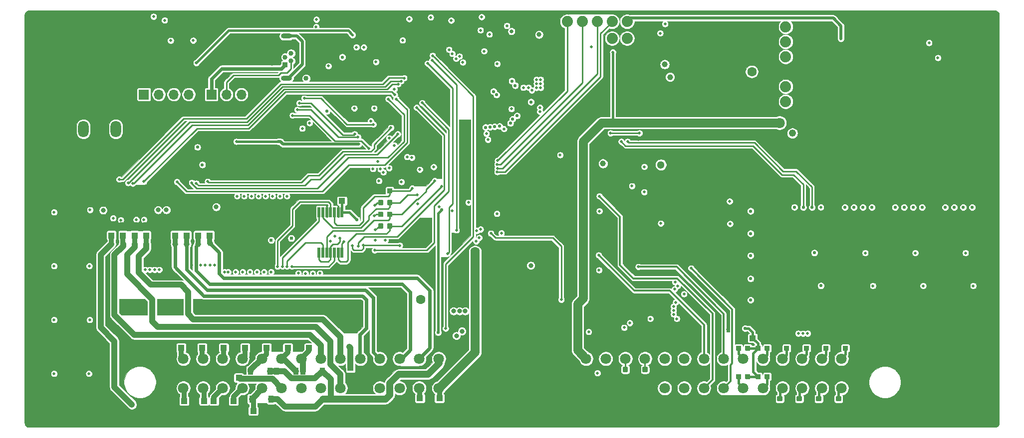
<source format=gbl>
G04 #@! TF.GenerationSoftware,KiCad,Pcbnew,(5.1.10)-1*
G04 #@! TF.CreationDate,2021-08-17T11:35:37-05:00*
G04 #@! TF.ProjectId,Proteus_Little,50726f74-6575-4735-9f4c-6974746c652e,rev?*
G04 #@! TF.SameCoordinates,Original*
G04 #@! TF.FileFunction,Copper,L4,Bot*
G04 #@! TF.FilePolarity,Positive*
%FSLAX46Y46*%
G04 Gerber Fmt 4.6, Leading zero omitted, Abs format (unit mm)*
G04 Created by KiCad (PCBNEW (5.1.10)-1) date 2021-08-17 11:35:37*
%MOMM*%
%LPD*%
G01*
G04 APERTURE LIST*
G04 #@! TA.AperFunction,SMDPad,CuDef*
%ADD10R,0.480000X1.780000*%
G04 #@! TD*
G04 #@! TA.AperFunction,SMDPad,CuDef*
%ADD11R,0.910000X1.220000*%
G04 #@! TD*
G04 #@! TA.AperFunction,ComponentPad*
%ADD12O,1.800000X2.800000*%
G04 #@! TD*
G04 #@! TA.AperFunction,SMDPad,CuDef*
%ADD13R,1.100000X1.000000*%
G04 #@! TD*
G04 #@! TA.AperFunction,ComponentPad*
%ADD14O,1.700000X1.700000*%
G04 #@! TD*
G04 #@! TA.AperFunction,ComponentPad*
%ADD15R,1.700000X1.700000*%
G04 #@! TD*
G04 #@! TA.AperFunction,ComponentPad*
%ADD16R,0.840000X0.840000*%
G04 #@! TD*
G04 #@! TA.AperFunction,ComponentPad*
%ADD17C,0.840000*%
G04 #@! TD*
G04 #@! TA.AperFunction,ComponentPad*
%ADD18O,1.850000X0.850000*%
G04 #@! TD*
G04 #@! TA.AperFunction,ComponentPad*
%ADD19C,1.800000*%
G04 #@! TD*
G04 #@! TA.AperFunction,ComponentPad*
%ADD20C,1.600200*%
G04 #@! TD*
G04 #@! TA.AperFunction,SMDPad,CuDef*
%ADD21R,1.000000X1.100000*%
G04 #@! TD*
G04 #@! TA.AperFunction,ComponentPad*
%ADD22C,1.219200*%
G04 #@! TD*
G04 #@! TA.AperFunction,ComponentPad*
%ADD23C,1.879600*%
G04 #@! TD*
G04 #@! TA.AperFunction,ViaPad*
%ADD24C,0.503200*%
G04 #@! TD*
G04 #@! TA.AperFunction,ViaPad*
%ADD25C,1.800000*%
G04 #@! TD*
G04 #@! TA.AperFunction,ViaPad*
%ADD26C,1.300000*%
G04 #@! TD*
G04 #@! TA.AperFunction,ViaPad*
%ADD27C,0.553200*%
G04 #@! TD*
G04 #@! TA.AperFunction,ViaPad*
%ADD28C,1.003200*%
G04 #@! TD*
G04 #@! TA.AperFunction,ViaPad*
%ADD29C,0.800000*%
G04 #@! TD*
G04 #@! TA.AperFunction,ViaPad*
%ADD30C,1.600000*%
G04 #@! TD*
G04 #@! TA.AperFunction,ViaPad*
%ADD31C,0.803200*%
G04 #@! TD*
G04 #@! TA.AperFunction,ViaPad*
%ADD32C,0.603200*%
G04 #@! TD*
G04 #@! TA.AperFunction,ViaPad*
%ADD33C,0.653200*%
G04 #@! TD*
G04 #@! TA.AperFunction,ViaPad*
%ADD34C,0.853200*%
G04 #@! TD*
G04 #@! TA.AperFunction,Conductor*
%ADD35C,0.304800*%
G04 #@! TD*
G04 #@! TA.AperFunction,Conductor*
%ADD36C,1.524000*%
G04 #@! TD*
G04 #@! TA.AperFunction,Conductor*
%ADD37C,0.406400*%
G04 #@! TD*
G04 #@! TA.AperFunction,Conductor*
%ADD38C,0.812800*%
G04 #@! TD*
G04 #@! TA.AperFunction,Conductor*
%ADD39C,1.016000*%
G04 #@! TD*
G04 #@! TA.AperFunction,Conductor*
%ADD40C,0.813000*%
G04 #@! TD*
G04 #@! TA.AperFunction,Conductor*
%ADD41C,0.609600*%
G04 #@! TD*
G04 #@! TA.AperFunction,Conductor*
%ADD42C,0.610000*%
G04 #@! TD*
G04 #@! TA.AperFunction,Conductor*
%ADD43C,1.200000*%
G04 #@! TD*
G04 #@! TA.AperFunction,Conductor*
%ADD44C,0.254000*%
G04 #@! TD*
G04 #@! TA.AperFunction,Conductor*
%ADD45C,0.250000*%
G04 #@! TD*
G04 #@! TA.AperFunction,Conductor*
%ADD46C,0.508000*%
G04 #@! TD*
G04 #@! TA.AperFunction,Conductor*
%ADD47C,0.406000*%
G04 #@! TD*
G04 #@! TA.AperFunction,Conductor*
%ADD48C,0.025400*%
G04 #@! TD*
G04 #@! TA.AperFunction,Conductor*
%ADD49C,0.100000*%
G04 #@! TD*
G04 APERTURE END LIST*
D10*
X119679000Y-103877220D03*
X119029000Y-103877220D03*
X118379000Y-103877220D03*
X117729000Y-103877220D03*
X117079000Y-103877220D03*
X116429000Y-103877220D03*
X115779000Y-103877220D03*
X115779000Y-110717220D03*
X116429000Y-110717220D03*
X117079000Y-110717220D03*
X117729000Y-110717220D03*
X118379000Y-110717220D03*
X119029000Y-110717220D03*
X119679000Y-110717220D03*
D11*
X113060350Y-130847600D03*
X116335350Y-130847600D03*
X111826850Y-130847600D03*
X108551850Y-130847600D03*
X104360850Y-135610100D03*
X107635850Y-135610100D03*
X104170350Y-130847600D03*
X107445350Y-130847600D03*
D12*
X81285680Y-89734640D03*
X75785680Y-89734640D03*
X73385680Y-91734640D03*
G04 #@! TA.AperFunction,SMDPad,CuDef*
G36*
G01*
X167292020Y-130927475D02*
X167292020Y-130260725D01*
G75*
G02*
X167403145Y-130149600I111125J0D01*
G01*
X168069895Y-130149600D01*
G75*
G02*
X168181020Y-130260725I0J-111125D01*
G01*
X168181020Y-130927475D01*
G75*
G02*
X168069895Y-131038600I-111125J0D01*
G01*
X167403145Y-131038600D01*
G75*
G02*
X167292020Y-130927475I0J111125D01*
G01*
G37*
G04 #@! TD.AperFunction*
G04 #@! TA.AperFunction,SMDPad,CuDef*
G36*
G01*
X165768020Y-130927475D02*
X165768020Y-130260725D01*
G75*
G02*
X165879145Y-130149600I111125J0D01*
G01*
X166545895Y-130149600D01*
G75*
G02*
X166657020Y-130260725I0J-111125D01*
G01*
X166657020Y-130927475D01*
G75*
G02*
X166545895Y-131038600I-111125J0D01*
G01*
X165879145Y-131038600D01*
G75*
G02*
X165768020Y-130927475I0J111125D01*
G01*
G37*
G04 #@! TD.AperFunction*
G04 #@! TA.AperFunction,SMDPad,CuDef*
G36*
G01*
X170632120Y-130932555D02*
X170632120Y-130265805D01*
G75*
G02*
X170743245Y-130154680I111125J0D01*
G01*
X171409995Y-130154680D01*
G75*
G02*
X171521120Y-130265805I0J-111125D01*
G01*
X171521120Y-130932555D01*
G75*
G02*
X171409995Y-131043680I-111125J0D01*
G01*
X170743245Y-131043680D01*
G75*
G02*
X170632120Y-130932555I0J111125D01*
G01*
G37*
G04 #@! TD.AperFunction*
G04 #@! TA.AperFunction,SMDPad,CuDef*
G36*
G01*
X169108120Y-130932555D02*
X169108120Y-130265805D01*
G75*
G02*
X169219245Y-130154680I111125J0D01*
G01*
X169885995Y-130154680D01*
G75*
G02*
X169997120Y-130265805I0J-111125D01*
G01*
X169997120Y-130932555D01*
G75*
G02*
X169885995Y-131043680I-111125J0D01*
G01*
X169219245Y-131043680D01*
G75*
G02*
X169108120Y-130932555I0J111125D01*
G01*
G37*
G04 #@! TD.AperFunction*
G04 #@! TA.AperFunction,SMDPad,CuDef*
G36*
G01*
X126669800Y-105896625D02*
X126669800Y-106563375D01*
G75*
G02*
X126558675Y-106674500I-111125J0D01*
G01*
X125891925Y-106674500D01*
G75*
G02*
X125780800Y-106563375I0J111125D01*
G01*
X125780800Y-105896625D01*
G75*
G02*
X125891925Y-105785500I111125J0D01*
G01*
X126558675Y-105785500D01*
G75*
G02*
X126669800Y-105896625I0J-111125D01*
G01*
G37*
G04 #@! TD.AperFunction*
G04 #@! TA.AperFunction,SMDPad,CuDef*
G36*
G01*
X128193800Y-105896625D02*
X128193800Y-106563375D01*
G75*
G02*
X128082675Y-106674500I-111125J0D01*
G01*
X127415925Y-106674500D01*
G75*
G02*
X127304800Y-106563375I0J111125D01*
G01*
X127304800Y-105896625D01*
G75*
G02*
X127415925Y-105785500I111125J0D01*
G01*
X128082675Y-105785500D01*
G75*
G02*
X128193800Y-105896625I0J-111125D01*
G01*
G37*
G04 #@! TD.AperFunction*
G04 #@! TA.AperFunction,SMDPad,CuDef*
G36*
G01*
X126669800Y-103896625D02*
X126669800Y-104563375D01*
G75*
G02*
X126558675Y-104674500I-111125J0D01*
G01*
X125891925Y-104674500D01*
G75*
G02*
X125780800Y-104563375I0J111125D01*
G01*
X125780800Y-103896625D01*
G75*
G02*
X125891925Y-103785500I111125J0D01*
G01*
X126558675Y-103785500D01*
G75*
G02*
X126669800Y-103896625I0J-111125D01*
G01*
G37*
G04 #@! TD.AperFunction*
G04 #@! TA.AperFunction,SMDPad,CuDef*
G36*
G01*
X128193800Y-103896625D02*
X128193800Y-104563375D01*
G75*
G02*
X128082675Y-104674500I-111125J0D01*
G01*
X127415925Y-104674500D01*
G75*
G02*
X127304800Y-104563375I0J111125D01*
G01*
X127304800Y-103896625D01*
G75*
G02*
X127415925Y-103785500I111125J0D01*
G01*
X128082675Y-103785500D01*
G75*
G02*
X128193800Y-103896625I0J-111125D01*
G01*
G37*
G04 #@! TD.AperFunction*
G04 #@! TA.AperFunction,SMDPad,CuDef*
G36*
G01*
X126669800Y-101896625D02*
X126669800Y-102563375D01*
G75*
G02*
X126558675Y-102674500I-111125J0D01*
G01*
X125891925Y-102674500D01*
G75*
G02*
X125780800Y-102563375I0J111125D01*
G01*
X125780800Y-101896625D01*
G75*
G02*
X125891925Y-101785500I111125J0D01*
G01*
X126558675Y-101785500D01*
G75*
G02*
X126669800Y-101896625I0J-111125D01*
G01*
G37*
G04 #@! TD.AperFunction*
G04 #@! TA.AperFunction,SMDPad,CuDef*
G36*
G01*
X128193800Y-101896625D02*
X128193800Y-102563375D01*
G75*
G02*
X128082675Y-102674500I-111125J0D01*
G01*
X127415925Y-102674500D01*
G75*
G02*
X127304800Y-102563375I0J111125D01*
G01*
X127304800Y-101896625D01*
G75*
G02*
X127415925Y-101785500I111125J0D01*
G01*
X128082675Y-101785500D01*
G75*
G02*
X128193800Y-101896625I0J-111125D01*
G01*
G37*
G04 #@! TD.AperFunction*
G04 #@! TA.AperFunction,SMDPad,CuDef*
G36*
G01*
X126669800Y-99896625D02*
X126669800Y-100563375D01*
G75*
G02*
X126558675Y-100674500I-111125J0D01*
G01*
X125891925Y-100674500D01*
G75*
G02*
X125780800Y-100563375I0J111125D01*
G01*
X125780800Y-99896625D01*
G75*
G02*
X125891925Y-99785500I111125J0D01*
G01*
X126558675Y-99785500D01*
G75*
G02*
X126669800Y-99896625I0J-111125D01*
G01*
G37*
G04 #@! TD.AperFunction*
G04 #@! TA.AperFunction,SMDPad,CuDef*
G36*
G01*
X128193800Y-99896625D02*
X128193800Y-100563375D01*
G75*
G02*
X128082675Y-100674500I-111125J0D01*
G01*
X127415925Y-100674500D01*
G75*
G02*
X127304800Y-100563375I0J111125D01*
G01*
X127304800Y-99896625D01*
G75*
G02*
X127415925Y-99785500I111125J0D01*
G01*
X128082675Y-99785500D01*
G75*
G02*
X128193800Y-99896625I0J-111125D01*
G01*
G37*
G04 #@! TD.AperFunction*
D13*
X119678080Y-101950520D03*
X121378080Y-101950520D03*
D14*
X93662500Y-83857600D03*
X91122500Y-83857600D03*
X88582500Y-83857600D03*
D15*
X86042500Y-83857600D03*
D14*
X105120000Y-83857600D03*
X102580000Y-83857600D03*
X100040000Y-83857600D03*
D15*
X97500000Y-83857600D03*
D16*
X110017560Y-78821280D03*
D17*
X111017560Y-78171280D03*
X110017560Y-77521280D03*
X111017560Y-76871280D03*
X110017560Y-76221280D03*
D18*
X110237560Y-81096280D03*
X110237560Y-73946280D03*
D19*
X92752350Y-133754600D03*
X96085682Y-133754600D03*
X99419013Y-133754600D03*
X102752344Y-133754600D03*
X106085675Y-133754600D03*
X109419007Y-133754600D03*
X112752338Y-133754600D03*
X116085669Y-133754600D03*
X119419000Y-133754600D03*
X122752332Y-133754600D03*
X126085663Y-133754600D03*
X129418994Y-133754600D03*
X132752325Y-133754600D03*
X136085657Y-133754600D03*
X136085657Y-128754600D03*
X132752325Y-128754600D03*
X129418994Y-128754600D03*
X126085663Y-128754600D03*
X122752332Y-128754600D03*
X119419000Y-128754600D03*
X116085669Y-128754600D03*
X112752338Y-128754600D03*
X109419007Y-128754600D03*
X106085675Y-128754600D03*
X102752344Y-128754600D03*
X99419013Y-128754600D03*
X96085682Y-128754600D03*
X92752350Y-128754600D03*
X161072350Y-133754600D03*
X164405681Y-133754600D03*
X167739012Y-133754600D03*
X171072343Y-133754600D03*
X174405675Y-133754600D03*
X177739006Y-133754600D03*
X181072337Y-133754600D03*
X184405668Y-133754600D03*
X187739000Y-133754600D03*
X191072331Y-133754600D03*
X194405662Y-133754600D03*
X197738993Y-133754600D03*
X201072325Y-133754600D03*
X204405656Y-133754600D03*
X204405656Y-128754600D03*
X201072325Y-128754600D03*
X197738993Y-128754600D03*
X194405662Y-128754600D03*
X191072331Y-128754600D03*
X187739000Y-128754600D03*
X184405668Y-128754600D03*
X181072337Y-128754600D03*
X177739006Y-128754600D03*
X174405675Y-128754600D03*
X171072343Y-128754600D03*
X167739012Y-128754600D03*
X164405681Y-128754600D03*
X161072350Y-128754600D03*
D20*
X189198590Y-79986640D03*
X189198590Y-76430640D03*
D13*
X102974850Y-135927600D03*
X101274850Y-135927600D03*
X101528850Y-126910600D03*
X103228850Y-126910600D03*
X97902796Y-126910600D03*
X99602796Y-126910600D03*
X99609350Y-135927600D03*
X97909350Y-135927600D03*
X105148350Y-126910600D03*
X106848350Y-126910600D03*
X106310800Y-137629900D03*
X104610800Y-137629900D03*
X112387350Y-126910600D03*
X114087350Y-126910600D03*
X108767850Y-126910600D03*
X110467850Y-126910600D03*
X91178350Y-135927600D03*
X92878350Y-135927600D03*
X94543850Y-135927600D03*
X96243850Y-135927600D03*
X94226350Y-126910600D03*
X95926350Y-126910600D03*
X90670350Y-126910600D03*
X92370350Y-126910600D03*
D21*
X93298350Y-106121600D03*
X93298350Y-107821600D03*
X91329850Y-106121600D03*
X91329850Y-107821600D03*
X97235350Y-106121600D03*
X97235350Y-107821600D03*
X95266850Y-106121600D03*
X95266850Y-107821600D03*
X82503350Y-106121600D03*
X82503350Y-107821600D03*
X80534850Y-106121600D03*
X80534850Y-107821600D03*
X86440350Y-106121600D03*
X86440350Y-107821600D03*
X84471850Y-106121600D03*
X84471850Y-107821600D03*
G04 #@! TA.AperFunction,SMDPad,CuDef*
G36*
G01*
X188040350Y-132133475D02*
X188040350Y-131466725D01*
G75*
G02*
X188151475Y-131355600I111125J0D01*
G01*
X188818225Y-131355600D01*
G75*
G02*
X188929350Y-131466725I0J-111125D01*
G01*
X188929350Y-132133475D01*
G75*
G02*
X188818225Y-132244600I-111125J0D01*
G01*
X188151475Y-132244600D01*
G75*
G02*
X188040350Y-132133475I0J111125D01*
G01*
G37*
G04 #@! TD.AperFunction*
G04 #@! TA.AperFunction,SMDPad,CuDef*
G36*
G01*
X186516350Y-132133475D02*
X186516350Y-131466725D01*
G75*
G02*
X186627475Y-131355600I111125J0D01*
G01*
X187294225Y-131355600D01*
G75*
G02*
X187405350Y-131466725I0J-111125D01*
G01*
X187405350Y-132133475D01*
G75*
G02*
X187294225Y-132244600I-111125J0D01*
G01*
X186627475Y-132244600D01*
G75*
G02*
X186516350Y-132133475I0J111125D01*
G01*
G37*
G04 #@! TD.AperFunction*
G04 #@! TA.AperFunction,SMDPad,CuDef*
G36*
G01*
X188040350Y-127307475D02*
X188040350Y-126640725D01*
G75*
G02*
X188151475Y-126529600I111125J0D01*
G01*
X188818225Y-126529600D01*
G75*
G02*
X188929350Y-126640725I0J-111125D01*
G01*
X188929350Y-127307475D01*
G75*
G02*
X188818225Y-127418600I-111125J0D01*
G01*
X188151475Y-127418600D01*
G75*
G02*
X188040350Y-127307475I0J111125D01*
G01*
G37*
G04 #@! TD.AperFunction*
G04 #@! TA.AperFunction,SMDPad,CuDef*
G36*
G01*
X186516350Y-127307475D02*
X186516350Y-126640725D01*
G75*
G02*
X186627475Y-126529600I111125J0D01*
G01*
X187294225Y-126529600D01*
G75*
G02*
X187405350Y-126640725I0J-111125D01*
G01*
X187405350Y-127307475D01*
G75*
G02*
X187294225Y-127418600I-111125J0D01*
G01*
X186627475Y-127418600D01*
G75*
G02*
X186516350Y-127307475I0J111125D01*
G01*
G37*
G04 #@! TD.AperFunction*
D13*
X187634850Y-125259600D03*
X189334850Y-125259600D03*
D22*
X201168000Y-90449400D03*
X196088000Y-90449400D03*
G04 #@! TA.AperFunction,SMDPad,CuDef*
G36*
G01*
X193501350Y-135879975D02*
X193501350Y-135213225D01*
G75*
G02*
X193612475Y-135102100I111125J0D01*
G01*
X194279225Y-135102100D01*
G75*
G02*
X194390350Y-135213225I0J-111125D01*
G01*
X194390350Y-135879975D01*
G75*
G02*
X194279225Y-135991100I-111125J0D01*
G01*
X193612475Y-135991100D01*
G75*
G02*
X193501350Y-135879975I0J111125D01*
G01*
G37*
G04 #@! TD.AperFunction*
G04 #@! TA.AperFunction,SMDPad,CuDef*
G36*
G01*
X191977350Y-135879975D02*
X191977350Y-135213225D01*
G75*
G02*
X192088475Y-135102100I111125J0D01*
G01*
X192755225Y-135102100D01*
G75*
G02*
X192866350Y-135213225I0J-111125D01*
G01*
X192866350Y-135879975D01*
G75*
G02*
X192755225Y-135991100I-111125J0D01*
G01*
X192088475Y-135991100D01*
G75*
G02*
X191977350Y-135879975I0J111125D01*
G01*
G37*
G04 #@! TD.AperFunction*
G04 #@! TA.AperFunction,SMDPad,CuDef*
G36*
G01*
X196803350Y-135879975D02*
X196803350Y-135213225D01*
G75*
G02*
X196914475Y-135102100I111125J0D01*
G01*
X197581225Y-135102100D01*
G75*
G02*
X197692350Y-135213225I0J-111125D01*
G01*
X197692350Y-135879975D01*
G75*
G02*
X197581225Y-135991100I-111125J0D01*
G01*
X196914475Y-135991100D01*
G75*
G02*
X196803350Y-135879975I0J111125D01*
G01*
G37*
G04 #@! TD.AperFunction*
G04 #@! TA.AperFunction,SMDPad,CuDef*
G36*
G01*
X195279350Y-135879975D02*
X195279350Y-135213225D01*
G75*
G02*
X195390475Y-135102100I111125J0D01*
G01*
X196057225Y-135102100D01*
G75*
G02*
X196168350Y-135213225I0J-111125D01*
G01*
X196168350Y-135879975D01*
G75*
G02*
X196057225Y-135991100I-111125J0D01*
G01*
X195390475Y-135991100D01*
G75*
G02*
X195279350Y-135879975I0J111125D01*
G01*
G37*
G04 #@! TD.AperFunction*
G04 #@! TA.AperFunction,SMDPad,CuDef*
G36*
G01*
X200105350Y-135879975D02*
X200105350Y-135213225D01*
G75*
G02*
X200216475Y-135102100I111125J0D01*
G01*
X200883225Y-135102100D01*
G75*
G02*
X200994350Y-135213225I0J-111125D01*
G01*
X200994350Y-135879975D01*
G75*
G02*
X200883225Y-135991100I-111125J0D01*
G01*
X200216475Y-135991100D01*
G75*
G02*
X200105350Y-135879975I0J111125D01*
G01*
G37*
G04 #@! TD.AperFunction*
G04 #@! TA.AperFunction,SMDPad,CuDef*
G36*
G01*
X198581350Y-135879975D02*
X198581350Y-135213225D01*
G75*
G02*
X198692475Y-135102100I111125J0D01*
G01*
X199359225Y-135102100D01*
G75*
G02*
X199470350Y-135213225I0J-111125D01*
G01*
X199470350Y-135879975D01*
G75*
G02*
X199359225Y-135991100I-111125J0D01*
G01*
X198692475Y-135991100D01*
G75*
G02*
X198581350Y-135879975I0J111125D01*
G01*
G37*
G04 #@! TD.AperFunction*
G04 #@! TA.AperFunction,SMDPad,CuDef*
G36*
G01*
X203470850Y-135879975D02*
X203470850Y-135213225D01*
G75*
G02*
X203581975Y-135102100I111125J0D01*
G01*
X204248725Y-135102100D01*
G75*
G02*
X204359850Y-135213225I0J-111125D01*
G01*
X204359850Y-135879975D01*
G75*
G02*
X204248725Y-135991100I-111125J0D01*
G01*
X203581975Y-135991100D01*
G75*
G02*
X203470850Y-135879975I0J111125D01*
G01*
G37*
G04 #@! TD.AperFunction*
G04 #@! TA.AperFunction,SMDPad,CuDef*
G36*
G01*
X201946850Y-135879975D02*
X201946850Y-135213225D01*
G75*
G02*
X202057975Y-135102100I111125J0D01*
G01*
X202724725Y-135102100D01*
G75*
G02*
X202835850Y-135213225I0J-111125D01*
G01*
X202835850Y-135879975D01*
G75*
G02*
X202724725Y-135991100I-111125J0D01*
G01*
X202057975Y-135991100D01*
G75*
G02*
X201946850Y-135879975I0J111125D01*
G01*
G37*
G04 #@! TD.AperFunction*
G04 #@! TA.AperFunction,SMDPad,CuDef*
G36*
G01*
X190707350Y-126640725D02*
X190707350Y-127307475D01*
G75*
G02*
X190596225Y-127418600I-111125J0D01*
G01*
X189929475Y-127418600D01*
G75*
G02*
X189818350Y-127307475I0J111125D01*
G01*
X189818350Y-126640725D01*
G75*
G02*
X189929475Y-126529600I111125J0D01*
G01*
X190596225Y-126529600D01*
G75*
G02*
X190707350Y-126640725I0J-111125D01*
G01*
G37*
G04 #@! TD.AperFunction*
G04 #@! TA.AperFunction,SMDPad,CuDef*
G36*
G01*
X192231350Y-126640725D02*
X192231350Y-127307475D01*
G75*
G02*
X192120225Y-127418600I-111125J0D01*
G01*
X191453475Y-127418600D01*
G75*
G02*
X191342350Y-127307475I0J111125D01*
G01*
X191342350Y-126640725D01*
G75*
G02*
X191453475Y-126529600I111125J0D01*
G01*
X192120225Y-126529600D01*
G75*
G02*
X192231350Y-126640725I0J-111125D01*
G01*
G37*
G04 #@! TD.AperFunction*
D13*
X102157900Y-132003800D03*
X100457900Y-132003800D03*
D21*
X121094500Y-130302900D03*
X121094500Y-132002900D03*
D23*
X194945000Y-85059520D03*
X194945000Y-82519520D03*
X194945000Y-79979520D03*
X194945000Y-77439520D03*
X194945000Y-74899520D03*
X194945000Y-72359520D03*
G04 #@! TA.AperFunction,SMDPad,CuDef*
G36*
G01*
X190707350Y-131466725D02*
X190707350Y-132133475D01*
G75*
G02*
X190596225Y-132244600I-111125J0D01*
G01*
X189929475Y-132244600D01*
G75*
G02*
X189818350Y-132133475I0J111125D01*
G01*
X189818350Y-131466725D01*
G75*
G02*
X189929475Y-131355600I111125J0D01*
G01*
X190596225Y-131355600D01*
G75*
G02*
X190707350Y-131466725I0J-111125D01*
G01*
G37*
G04 #@! TD.AperFunction*
G04 #@! TA.AperFunction,SMDPad,CuDef*
G36*
G01*
X192231350Y-131466725D02*
X192231350Y-132133475D01*
G75*
G02*
X192120225Y-132244600I-111125J0D01*
G01*
X191453475Y-132244600D01*
G75*
G02*
X191342350Y-132133475I0J111125D01*
G01*
X191342350Y-131466725D01*
G75*
G02*
X191453475Y-131355600I111125J0D01*
G01*
X192120225Y-131355600D01*
G75*
G02*
X192231350Y-131466725I0J-111125D01*
G01*
G37*
G04 #@! TD.AperFunction*
G04 #@! TA.AperFunction,SMDPad,CuDef*
G36*
G01*
X194644350Y-127307475D02*
X194644350Y-126640725D01*
G75*
G02*
X194755475Y-126529600I111125J0D01*
G01*
X195422225Y-126529600D01*
G75*
G02*
X195533350Y-126640725I0J-111125D01*
G01*
X195533350Y-127307475D01*
G75*
G02*
X195422225Y-127418600I-111125J0D01*
G01*
X194755475Y-127418600D01*
G75*
G02*
X194644350Y-127307475I0J111125D01*
G01*
G37*
G04 #@! TD.AperFunction*
G04 #@! TA.AperFunction,SMDPad,CuDef*
G36*
G01*
X193120350Y-127307475D02*
X193120350Y-126640725D01*
G75*
G02*
X193231475Y-126529600I111125J0D01*
G01*
X193898225Y-126529600D01*
G75*
G02*
X194009350Y-126640725I0J-111125D01*
G01*
X194009350Y-127307475D01*
G75*
G02*
X193898225Y-127418600I-111125J0D01*
G01*
X193231475Y-127418600D01*
G75*
G02*
X193120350Y-127307475I0J111125D01*
G01*
G37*
G04 #@! TD.AperFunction*
G04 #@! TA.AperFunction,SMDPad,CuDef*
G36*
G01*
X198009850Y-127307475D02*
X198009850Y-126640725D01*
G75*
G02*
X198120975Y-126529600I111125J0D01*
G01*
X198787725Y-126529600D01*
G75*
G02*
X198898850Y-126640725I0J-111125D01*
G01*
X198898850Y-127307475D01*
G75*
G02*
X198787725Y-127418600I-111125J0D01*
G01*
X198120975Y-127418600D01*
G75*
G02*
X198009850Y-127307475I0J111125D01*
G01*
G37*
G04 #@! TD.AperFunction*
G04 #@! TA.AperFunction,SMDPad,CuDef*
G36*
G01*
X196485850Y-127307475D02*
X196485850Y-126640725D01*
G75*
G02*
X196596975Y-126529600I111125J0D01*
G01*
X197263725Y-126529600D01*
G75*
G02*
X197374850Y-126640725I0J-111125D01*
G01*
X197374850Y-127307475D01*
G75*
G02*
X197263725Y-127418600I-111125J0D01*
G01*
X196596975Y-127418600D01*
G75*
G02*
X196485850Y-127307475I0J111125D01*
G01*
G37*
G04 #@! TD.AperFunction*
G04 #@! TA.AperFunction,SMDPad,CuDef*
G36*
G01*
X201311850Y-127307475D02*
X201311850Y-126640725D01*
G75*
G02*
X201422975Y-126529600I111125J0D01*
G01*
X202089725Y-126529600D01*
G75*
G02*
X202200850Y-126640725I0J-111125D01*
G01*
X202200850Y-127307475D01*
G75*
G02*
X202089725Y-127418600I-111125J0D01*
G01*
X201422975Y-127418600D01*
G75*
G02*
X201311850Y-127307475I0J111125D01*
G01*
G37*
G04 #@! TD.AperFunction*
G04 #@! TA.AperFunction,SMDPad,CuDef*
G36*
G01*
X199787850Y-127307475D02*
X199787850Y-126640725D01*
G75*
G02*
X199898975Y-126529600I111125J0D01*
G01*
X200565725Y-126529600D01*
G75*
G02*
X200676850Y-126640725I0J-111125D01*
G01*
X200676850Y-127307475D01*
G75*
G02*
X200565725Y-127418600I-111125J0D01*
G01*
X199898975Y-127418600D01*
G75*
G02*
X199787850Y-127307475I0J111125D01*
G01*
G37*
G04 #@! TD.AperFunction*
G04 #@! TA.AperFunction,SMDPad,CuDef*
G36*
G01*
X204613850Y-127307475D02*
X204613850Y-126640725D01*
G75*
G02*
X204724975Y-126529600I111125J0D01*
G01*
X205391725Y-126529600D01*
G75*
G02*
X205502850Y-126640725I0J-111125D01*
G01*
X205502850Y-127307475D01*
G75*
G02*
X205391725Y-127418600I-111125J0D01*
G01*
X204724975Y-127418600D01*
G75*
G02*
X204613850Y-127307475I0J111125D01*
G01*
G37*
G04 #@! TD.AperFunction*
G04 #@! TA.AperFunction,SMDPad,CuDef*
G36*
G01*
X203089850Y-127307475D02*
X203089850Y-126640725D01*
G75*
G02*
X203200975Y-126529600I111125J0D01*
G01*
X203867725Y-126529600D01*
G75*
G02*
X203978850Y-126640725I0J-111125D01*
G01*
X203978850Y-127307475D01*
G75*
G02*
X203867725Y-127418600I-111125J0D01*
G01*
X203200975Y-127418600D01*
G75*
G02*
X203089850Y-127307475I0J111125D01*
G01*
G37*
G04 #@! TD.AperFunction*
D13*
X132883350Y-135483100D03*
X131183350Y-135483100D03*
X137899850Y-135483100D03*
X136199850Y-135483100D03*
D23*
X168037850Y-74332600D03*
X165497850Y-74332600D03*
X168037850Y-71475100D03*
X165497850Y-71475100D03*
X162957850Y-71475100D03*
X160417850Y-71475100D03*
X157877850Y-71475100D03*
X155337850Y-71475100D03*
D20*
X132981700Y-118732300D03*
X129425700Y-118732300D03*
D24*
X135208350Y-96176600D03*
X178896350Y-113385100D03*
X165624850Y-76682100D03*
D25*
X193873120Y-88686640D03*
D26*
X173768090Y-95798140D03*
D27*
X188992850Y-118782600D03*
X188040350Y-123608600D03*
X188992850Y-115163100D03*
X188992850Y-111226100D03*
X188992850Y-107479600D03*
X188992850Y-103669600D03*
D24*
X106442850Y-114020100D03*
X107649350Y-114020100D03*
X105236350Y-114020100D03*
X104029850Y-114020100D03*
X112257840Y-114239040D03*
X113461800Y-114254280D03*
X115900200Y-114244120D03*
X114686080Y-114254280D03*
X99711850Y-114020100D03*
X100346850Y-114020100D03*
X102823350Y-114020100D03*
X101616850Y-114020100D03*
D28*
X93311350Y-109257600D03*
D24*
X107903350Y-101129600D03*
D28*
X91342850Y-109257600D03*
D24*
X106696850Y-101129600D03*
D28*
X97248350Y-109130600D03*
D24*
X109109850Y-101129600D03*
D28*
X95279850Y-109257600D03*
D24*
X110316350Y-101129600D03*
X70819350Y-113004100D03*
X82129850Y-105193000D03*
X70819350Y-103860100D03*
X80829850Y-104875500D03*
X70819350Y-131292100D03*
X86066850Y-105139600D03*
X70819350Y-122148100D03*
X84766850Y-105139600D03*
D28*
X82516350Y-109257600D03*
D24*
X103077350Y-101129600D03*
D28*
X80547850Y-109257600D03*
X84027350Y-136562600D03*
D24*
X101870850Y-101129600D03*
D28*
X86453350Y-109257600D03*
D24*
X105490350Y-101129600D03*
D28*
X84484850Y-109257600D03*
D24*
X104283850Y-101129600D03*
X169942850Y-113131100D03*
X163211850Y-111162600D03*
X163338850Y-101129600D03*
X94424500Y-74676000D03*
X114160300Y-88722200D03*
X90589100Y-74701400D03*
X112915700Y-89623900D03*
D29*
X138584940Y-120662700D03*
X139595860Y-120662700D03*
X140573760Y-120662700D03*
X140020040Y-124081540D03*
X139077700Y-124866400D03*
D30*
X142256850Y-110591100D03*
D24*
X127038100Y-108610400D03*
X125323600Y-108610400D03*
X219260350Y-75082100D03*
X127651850Y-91287100D03*
X128540850Y-92493600D03*
X220760350Y-77636100D03*
X142938500Y-108216700D03*
X167525700Y-123469400D03*
X168490900Y-122694700D03*
X142532100Y-107010200D03*
X142430500Y-108813600D03*
X161505900Y-124180600D03*
X171983400Y-121958100D03*
X143173450Y-106775250D03*
X145939850Y-104114100D03*
X124540350Y-88366100D03*
X146701850Y-107416100D03*
X125111850Y-86207100D03*
X146003350Y-97022688D03*
X146041459Y-96392491D03*
X146003350Y-95732100D03*
X146066850Y-95097100D03*
D31*
X120920850Y-126720100D03*
D24*
X118483380Y-107962700D03*
X117698520Y-108762800D03*
X122097800Y-75819000D03*
X115275360Y-72379840D03*
X89560400Y-71247000D03*
X115321080Y-71130160D03*
X123357640Y-75839320D03*
X87683298Y-70612000D03*
X197863460Y-124475240D03*
X197065900Y-124467620D03*
X162996880Y-131196080D03*
X198666100Y-124470160D03*
D31*
X88789850Y-108495600D03*
X83582850Y-129387100D03*
X82693850Y-127101100D03*
X89361350Y-134530600D03*
D32*
X101743850Y-94081100D03*
D24*
X117428350Y-78015600D03*
X204931350Y-117258600D03*
X210519350Y-119100100D03*
X208931850Y-121513100D03*
X204613850Y-121386100D03*
X213440350Y-117258600D03*
X212995850Y-121449600D03*
X217377350Y-121449600D03*
X208296850Y-123418100D03*
X217186850Y-123418100D03*
X219091850Y-119100100D03*
X221949350Y-117258600D03*
X221758850Y-121449600D03*
X212868850Y-123418100D03*
X221441350Y-123354600D03*
X226076850Y-123418100D03*
X225759350Y-121449600D03*
X204359850Y-123418100D03*
X185500350Y-108495600D03*
X183785850Y-112305600D03*
X185881350Y-116052100D03*
X185119350Y-123735600D03*
X187278350Y-118020600D03*
X184166850Y-119798600D03*
X187278350Y-121830600D03*
X190643850Y-102209100D03*
X190643850Y-103225100D03*
X190643850Y-104304600D03*
X190643850Y-105320600D03*
X190643850Y-106336600D03*
X190643850Y-107606600D03*
X190643850Y-108622600D03*
X190643850Y-109702100D03*
X190643850Y-110718100D03*
X190643850Y-111734100D03*
X181499850Y-121703600D03*
X178705850Y-119163600D03*
X178705850Y-116369600D03*
X225501200Y-125404880D03*
X227537350Y-119163600D03*
X183722350Y-104685600D03*
X173816350Y-113956600D03*
X172673350Y-113956600D03*
X176102350Y-114337600D03*
X171339850Y-103415600D03*
X172038350Y-103415600D03*
X172736850Y-103415600D03*
X173435350Y-103415600D03*
X174133850Y-103415600D03*
X174832350Y-103415600D03*
X175530850Y-103415600D03*
X171339850Y-104114100D03*
X172038350Y-104114100D03*
X172736850Y-104114100D03*
X173435350Y-104114100D03*
X174133850Y-104114100D03*
X174832350Y-104114100D03*
X175530850Y-104114100D03*
X171339850Y-104812600D03*
X172038350Y-104812600D03*
X172736850Y-104812600D03*
X173435350Y-104812600D03*
X174133850Y-104812600D03*
X174832350Y-104812600D03*
X175530850Y-104812600D03*
X171339850Y-105511100D03*
X172038350Y-105511100D03*
X172736850Y-105511100D03*
X171339850Y-106209600D03*
X172038350Y-106209600D03*
X172736850Y-106209600D03*
X183293090Y-94782140D03*
X183991590Y-94782140D03*
X184690090Y-94782140D03*
X185388590Y-94782140D03*
X186087090Y-94782140D03*
X186785590Y-94782140D03*
X187484090Y-94782140D03*
X183293090Y-95480640D03*
X183991590Y-95480640D03*
X184690090Y-95480640D03*
X185388590Y-95480640D03*
X186087090Y-95480640D03*
X186785590Y-95480640D03*
X187484090Y-95480640D03*
X183293090Y-96179140D03*
X183991590Y-96179140D03*
X184690090Y-96179140D03*
X185388590Y-96179140D03*
X186087090Y-96179140D03*
X186785590Y-96179140D03*
X187484090Y-96179140D03*
X183293090Y-96877640D03*
X183991590Y-96877640D03*
X184690090Y-96877640D03*
X185388590Y-96877640D03*
X186087090Y-96877640D03*
X186785590Y-96877640D03*
X187484090Y-96877640D03*
X183293090Y-97576140D03*
X183991590Y-97576140D03*
X184690090Y-97576140D03*
X185388590Y-97576140D03*
X186087090Y-97576140D03*
X186785590Y-97576140D03*
X187484090Y-97576140D03*
X175863590Y-94337640D03*
X176562090Y-94337640D03*
X177260590Y-94337640D03*
X175863590Y-95099640D03*
X176562090Y-95099640D03*
X177260590Y-95099640D03*
X175863590Y-95861640D03*
X176562090Y-95861640D03*
X177260590Y-95861640D03*
X177959090Y-94337640D03*
X178657590Y-94337640D03*
X179356090Y-94337640D03*
X177959090Y-95099640D03*
X178657590Y-95099640D03*
X179356090Y-95099640D03*
X177959090Y-95861640D03*
X178657590Y-95861640D03*
X179356090Y-95861640D03*
X180054590Y-94337640D03*
X180753090Y-94337640D03*
X175863590Y-96623640D03*
X180054590Y-95099640D03*
X180753090Y-95099640D03*
X176562090Y-96623640D03*
X180054590Y-95861640D03*
X180753090Y-95861640D03*
X177260590Y-96623640D03*
X175863590Y-97385640D03*
X176562090Y-97385640D03*
X177260590Y-97385640D03*
X175863590Y-98147640D03*
X176562090Y-98147640D03*
X177260590Y-98147640D03*
X175863590Y-98909640D03*
X176562090Y-98909640D03*
X177260590Y-98909640D03*
X169792990Y-71833240D03*
X170491490Y-71833240D03*
X171189990Y-71833240D03*
X170339090Y-73573140D03*
X171037590Y-73573140D03*
X171736090Y-73573140D03*
X177641590Y-84812640D03*
X178340090Y-84812640D03*
X179038590Y-84812640D03*
X180626090Y-82867000D03*
X181324590Y-82867000D03*
X182023090Y-82867000D03*
X180626090Y-83565500D03*
X181324590Y-83565500D03*
X182023090Y-83565500D03*
X180626090Y-84264000D03*
X181324590Y-84264000D03*
X182023090Y-84264000D03*
X183610590Y-84177640D03*
X184309090Y-84177640D03*
X185007590Y-84177640D03*
X183166090Y-71668140D03*
X183864590Y-71668140D03*
X184563090Y-71668140D03*
X183166090Y-72366640D03*
X183864590Y-72366640D03*
X184563090Y-72366640D03*
X183166090Y-73065140D03*
X183864590Y-73065140D03*
X184563090Y-73065140D03*
X180308590Y-74779640D03*
X181007090Y-74779640D03*
X181705590Y-74779640D03*
X180308590Y-75478140D03*
X181007090Y-75478140D03*
X181705590Y-75478140D03*
X180308590Y-76176640D03*
X181007090Y-76176640D03*
X181705590Y-76176640D03*
X180308590Y-76811640D03*
X181007090Y-76811640D03*
X181705590Y-76811640D03*
X180308590Y-77510140D03*
X181007090Y-77510140D03*
X181705590Y-77510140D03*
X174212590Y-76303640D03*
X174911090Y-76303640D03*
X175609590Y-76303640D03*
X188500090Y-72082160D03*
X189198590Y-72082160D03*
X189897090Y-72082160D03*
X188500090Y-72780660D03*
X189198590Y-72780660D03*
X189897090Y-72780660D03*
X188500090Y-73479160D03*
X189198590Y-73479160D03*
X189897090Y-73479160D03*
X160163850Y-85508600D03*
X160862350Y-85508600D03*
X159465350Y-86207100D03*
X160163850Y-86207100D03*
X160862350Y-86207100D03*
X159465350Y-86905600D03*
X160163850Y-86905600D03*
X160862350Y-86905600D03*
X138137900Y-115811300D03*
X138137900Y-116509800D03*
X138137900Y-117271800D03*
X138840550Y-115810800D03*
X139539050Y-115810800D03*
X140237550Y-115810800D03*
X138840550Y-116509300D03*
X139539050Y-116509300D03*
X140237550Y-116509300D03*
X138840550Y-117271300D03*
X139539050Y-117271300D03*
X140237550Y-117271300D03*
X138840550Y-117969800D03*
X139539050Y-117969800D03*
X140237550Y-117969800D03*
X138840550Y-118668300D03*
X139539050Y-118668300D03*
X140237550Y-118668300D03*
X138840550Y-119430300D03*
X139539050Y-119430300D03*
X140237550Y-119430300D03*
X138137900Y-117957600D03*
X138137900Y-118668800D03*
X138137900Y-119430800D03*
X127756920Y-74157840D03*
X123174760Y-80965040D03*
X127635000Y-76697840D03*
X146955850Y-85762600D03*
X141050350Y-91160100D03*
X140415350Y-95541600D03*
X136309100Y-97574100D03*
X133620850Y-94081100D03*
X130382350Y-93509600D03*
X129239350Y-91668100D03*
X126000850Y-88810600D03*
X122254350Y-88302600D03*
X126064350Y-86207100D03*
X128460500Y-86664800D03*
X132858850Y-78841100D03*
X136922850Y-76237600D03*
X149301200Y-72148700D03*
X105486200Y-76697840D03*
X107810300Y-78701900D03*
X103924100Y-81610200D03*
X111521240Y-75283060D03*
X115205850Y-80238100D03*
X116094850Y-80238100D03*
X105617350Y-97891100D03*
X108356400Y-97053400D03*
X108474850Y-106463600D03*
X97870350Y-91985600D03*
X98695850Y-91985600D03*
X120031850Y-81381100D03*
X78312350Y-85445100D03*
X70120850Y-85445100D03*
X72914850Y-71792600D03*
X81169850Y-71792600D03*
X121174850Y-98462600D03*
X121174850Y-99161100D03*
X120603350Y-98843600D03*
X121932700Y-98577400D03*
X116539350Y-95922600D03*
X108249720Y-98049080D03*
X95520850Y-101129600D03*
X96219350Y-101129600D03*
X96917850Y-101129600D03*
X97616350Y-101129600D03*
X97616350Y-101764600D03*
X97616350Y-102336100D03*
X96917850Y-101764600D03*
X96917850Y-102336100D03*
X96219350Y-101764600D03*
X96219350Y-102399600D03*
X95520850Y-101764600D03*
X95520850Y-102399600D03*
X80788850Y-101129600D03*
X81487350Y-101129600D03*
X82185850Y-101129600D03*
X82884350Y-101129600D03*
X82884350Y-101764600D03*
X82884350Y-102336100D03*
X82185850Y-101764600D03*
X82185850Y-102336100D03*
X81487350Y-101764600D03*
X81487350Y-102399600D03*
X80788850Y-101764600D03*
X80788850Y-102336100D03*
X82884350Y-102971100D03*
X84725850Y-101129600D03*
X85424350Y-101129600D03*
X86122850Y-101129600D03*
X86821350Y-101129600D03*
X86821350Y-101764600D03*
X86821350Y-102336100D03*
X86122850Y-101764600D03*
X86122850Y-102336100D03*
X85424350Y-101764600D03*
X85424350Y-102399600D03*
X84725850Y-101764600D03*
X84725850Y-102399600D03*
X91520350Y-101129600D03*
X92218850Y-101129600D03*
X92917350Y-101129600D03*
X93615850Y-101129600D03*
X93615850Y-101764600D03*
X93615850Y-102336100D03*
X92917350Y-101764600D03*
X92917350Y-102336100D03*
X92218850Y-101764600D03*
X92218850Y-102336100D03*
X91520350Y-101764600D03*
X91520350Y-102336100D03*
X82693850Y-119036600D03*
X83392350Y-119036600D03*
X84090850Y-119036600D03*
X84789350Y-119036600D03*
X84789350Y-119671600D03*
X84789350Y-120306600D03*
X84090850Y-119671600D03*
X84090850Y-120306600D03*
X83392350Y-119671600D03*
X83392350Y-120306600D03*
X82693850Y-119671600D03*
X82693850Y-120306600D03*
X82693850Y-120941600D03*
X85487850Y-119036600D03*
X86186350Y-119036600D03*
X85487850Y-119671600D03*
X86186350Y-119671600D03*
X85487850Y-120306600D03*
X86186350Y-120306600D03*
X86186350Y-120941600D03*
X85487850Y-120941600D03*
X84789350Y-120941600D03*
X84090850Y-120941600D03*
X83392350Y-120941600D03*
X113237350Y-119036600D03*
X113935850Y-119036600D03*
X114634350Y-119036600D03*
X115332850Y-119036600D03*
X115332850Y-119671600D03*
X115332850Y-120306600D03*
X114634350Y-119671600D03*
X114634350Y-120306600D03*
X113935850Y-119671600D03*
X113935850Y-120306600D03*
X113237350Y-119671600D03*
X113237350Y-120306600D03*
X113237350Y-120941600D03*
X116031350Y-119036600D03*
X116729850Y-119036600D03*
X116031350Y-119671600D03*
X116729850Y-119671600D03*
X116031350Y-120306600D03*
X116729850Y-120306600D03*
X116729850Y-120941600D03*
X116031350Y-120941600D03*
X115332850Y-120941600D03*
X114634350Y-120941600D03*
X113935850Y-120941600D03*
X107141350Y-119036600D03*
X107839850Y-119036600D03*
X108538350Y-119036600D03*
X109236850Y-119036600D03*
X109236850Y-119671600D03*
X109236850Y-120306600D03*
X108538350Y-119671600D03*
X108538350Y-120306600D03*
X107839850Y-119671600D03*
X107839850Y-120306600D03*
X107141350Y-119671600D03*
X107141350Y-120306600D03*
X107141350Y-120941600D03*
X109935350Y-119036600D03*
X110633850Y-119036600D03*
X109935350Y-119671600D03*
X110633850Y-119671600D03*
X109935350Y-120306600D03*
X110633850Y-120306600D03*
X110633850Y-120941600D03*
X109935350Y-120941600D03*
X109236850Y-120941600D03*
X108538350Y-120941600D03*
X107839850Y-120941600D03*
X101045350Y-119036600D03*
X101743850Y-119036600D03*
X102442350Y-119036600D03*
X103140850Y-119036600D03*
X103140850Y-119671600D03*
X103140850Y-120306600D03*
X102442350Y-119671600D03*
X102442350Y-120306600D03*
X101743850Y-119671600D03*
X101743850Y-120306600D03*
X101045350Y-119671600D03*
X101045350Y-120306600D03*
X101045350Y-120941600D03*
X103839350Y-119036600D03*
X104537850Y-119036600D03*
X103839350Y-119671600D03*
X104537850Y-119671600D03*
X103839350Y-120306600D03*
X104537850Y-120306600D03*
X104537850Y-120941600D03*
X103839350Y-120941600D03*
X103140850Y-120941600D03*
X102442350Y-120941600D03*
X101743850Y-120941600D03*
X95012850Y-119036600D03*
X95711350Y-119036600D03*
X96409850Y-119036600D03*
X97108350Y-119036600D03*
X97108350Y-119671600D03*
X97108350Y-120306600D03*
X96409850Y-119671600D03*
X96409850Y-120306600D03*
X95711350Y-119671600D03*
X95711350Y-120306600D03*
X95012850Y-119671600D03*
X95012850Y-120306600D03*
X95012850Y-120941600D03*
X97806850Y-119036600D03*
X98505350Y-119036600D03*
X97806850Y-119671600D03*
X98505350Y-119671600D03*
X97806850Y-120306600D03*
X98505350Y-120306600D03*
X98505350Y-120941600D03*
X97806850Y-120941600D03*
X97108350Y-120941600D03*
X96409850Y-120941600D03*
X95711350Y-120941600D03*
X88853350Y-119036600D03*
X89551850Y-119036600D03*
X90250350Y-119036600D03*
X90948850Y-119036600D03*
X90948850Y-119671600D03*
X90948850Y-120306600D03*
X90250350Y-119671600D03*
X90250350Y-120306600D03*
X89551850Y-119671600D03*
X89551850Y-120306600D03*
X88853350Y-119671600D03*
X88853350Y-120306600D03*
X88853350Y-120941600D03*
X91647350Y-119036600D03*
X92345850Y-119036600D03*
X91647350Y-119671600D03*
X92345850Y-119671600D03*
X91647350Y-120306600D03*
X92345850Y-120306600D03*
X92345850Y-120941600D03*
X91647350Y-120941600D03*
X90948850Y-120941600D03*
X90250350Y-120941600D03*
X89551850Y-120941600D03*
X119298720Y-108282740D03*
X112665850Y-107162100D03*
X114443850Y-105003100D03*
X109611160Y-108778040D03*
X89869350Y-113766100D03*
X90948850Y-96367100D03*
X94123850Y-112877100D03*
X158766850Y-86905600D03*
X152480350Y-94208100D03*
X123515120Y-96799400D03*
X79201350Y-99097600D03*
X103394850Y-108559100D03*
X91266350Y-87223100D03*
X100454460Y-101163120D03*
X103648850Y-106463600D03*
X85043350Y-125831100D03*
X134063740Y-105537000D03*
X140351850Y-111226100D03*
X163024820Y-86723220D03*
X131652350Y-80238100D03*
X177959090Y-96623640D03*
X178657590Y-96623640D03*
X179356090Y-96623640D03*
X177959090Y-97385640D03*
X178657590Y-97385640D03*
X179356090Y-97385640D03*
X177959090Y-98147640D03*
X178657590Y-98147640D03*
X179356090Y-98147640D03*
X177959090Y-98909640D03*
X178657590Y-98909640D03*
X179356090Y-98909640D03*
X180054590Y-96623640D03*
X180753090Y-96623640D03*
X180054590Y-97385640D03*
X180753090Y-97385640D03*
X180054590Y-98147640D03*
X180753090Y-98147640D03*
X180054590Y-98909640D03*
X180753090Y-98909640D03*
X175863590Y-99671640D03*
X176562090Y-99671640D03*
X177260590Y-99671640D03*
X177959090Y-99671640D03*
X178657590Y-99671640D03*
X179356090Y-99671640D03*
X180054590Y-99671640D03*
X180753090Y-99671640D03*
X156925350Y-88620100D03*
X158195350Y-89826600D03*
X152861350Y-95097100D03*
X155464850Y-95859100D03*
X156734850Y-92874600D03*
X151337350Y-98272100D03*
X146892350Y-101891600D03*
X150956350Y-103796600D03*
X145177850Y-106400100D03*
X144487900Y-103581200D03*
X214519850Y-110781600D03*
X206137850Y-110781600D03*
X223028850Y-110781600D03*
X108919350Y-92811100D03*
X108919350Y-93763600D03*
X139780350Y-106336600D03*
X144479350Y-115036100D03*
X167148850Y-76428100D03*
X146574850Y-84556100D03*
X109681350Y-106463600D03*
X107268350Y-106463600D03*
X106061850Y-106463600D03*
X104855350Y-106463600D03*
X102442350Y-106463600D03*
X66056850Y-139039100D03*
X66247350Y-139991600D03*
X67199850Y-140182100D03*
X68215850Y-140182100D03*
X69231850Y-140182100D03*
X70247850Y-140182100D03*
X71263850Y-140182100D03*
X72279850Y-140182100D03*
X73295850Y-140182100D03*
X74311850Y-140182100D03*
X75327850Y-140182100D03*
X76343850Y-140182100D03*
X77359850Y-140182100D03*
X78375850Y-140182100D03*
X79391850Y-140182100D03*
X80407850Y-140182100D03*
X81423850Y-140182100D03*
X82439850Y-140182100D03*
X83455850Y-140182100D03*
X84471850Y-140182100D03*
X85487850Y-140182100D03*
X86503850Y-140182100D03*
X87519850Y-140182100D03*
X88535850Y-140182100D03*
X89551850Y-140182100D03*
X90567850Y-140182100D03*
X91583850Y-140182100D03*
X92599850Y-140182100D03*
X93615850Y-140182100D03*
X94631850Y-140182100D03*
X95647850Y-140182100D03*
X96663850Y-140182100D03*
X97679850Y-140182100D03*
X98695850Y-140182100D03*
X99711850Y-140182100D03*
X100727850Y-140182100D03*
X101743850Y-140182100D03*
X102759850Y-140182100D03*
X103775850Y-140182100D03*
X104791850Y-140182100D03*
X105807850Y-140182100D03*
X106823850Y-140182100D03*
X107839850Y-140182100D03*
X108855850Y-140182100D03*
X109871850Y-140182100D03*
X110887850Y-140182100D03*
X111903850Y-140182100D03*
X112919850Y-140182100D03*
X113935850Y-140182100D03*
X114951850Y-140182100D03*
X115967850Y-140182100D03*
X116983850Y-140182100D03*
X117999850Y-140182100D03*
X119015850Y-140182100D03*
X120031850Y-140182100D03*
X121047850Y-140182100D03*
X122063850Y-140182100D03*
X123079850Y-140182100D03*
X124095850Y-140182100D03*
X125111850Y-140182100D03*
X126127850Y-140182100D03*
X127143850Y-140182100D03*
X128159850Y-140182100D03*
X129175850Y-140182100D03*
X130191850Y-140182100D03*
X131207850Y-140182100D03*
X132223850Y-140182100D03*
X133239850Y-140182100D03*
X134255850Y-140182100D03*
X135271850Y-140182100D03*
X136287850Y-140182100D03*
X137303850Y-140182100D03*
X138319850Y-140182100D03*
X139335850Y-140182100D03*
X140351850Y-140182100D03*
X141367850Y-140182100D03*
X142383850Y-140182100D03*
X143399850Y-140182100D03*
X144415850Y-140182100D03*
X145431850Y-140182100D03*
X146447850Y-140182100D03*
X147463850Y-140182100D03*
X148479850Y-140182100D03*
X149495850Y-140182100D03*
X150511850Y-140182100D03*
X151527850Y-140182100D03*
X152543850Y-140182100D03*
X153559850Y-140182100D03*
X154575850Y-140182100D03*
X155591850Y-140182100D03*
X156607850Y-140182100D03*
X157623850Y-140182100D03*
X158639850Y-140182100D03*
X159655850Y-140182100D03*
X160671850Y-140182100D03*
X161687850Y-140182100D03*
X162703850Y-140182100D03*
X163719850Y-140182100D03*
X164735850Y-140182100D03*
X165751850Y-140182100D03*
X166767850Y-140182100D03*
X167783850Y-140182100D03*
X168799850Y-140182100D03*
X169815850Y-140182100D03*
X170831850Y-140182100D03*
X171847850Y-140182100D03*
X172863850Y-140182100D03*
X173879850Y-140182100D03*
X174895850Y-140182100D03*
X175911850Y-140182100D03*
X176927850Y-140182100D03*
X177943850Y-140182100D03*
X178959850Y-140182100D03*
X179975850Y-140182100D03*
X180991850Y-140182100D03*
X182007850Y-140182100D03*
X183023850Y-140182100D03*
X184039850Y-140182100D03*
X185055850Y-140182100D03*
X186071850Y-140182100D03*
X187087850Y-140182100D03*
X188103850Y-140182100D03*
X189119850Y-140182100D03*
X190135850Y-140182100D03*
X191151850Y-140182100D03*
X192167850Y-140182100D03*
X193183850Y-140182100D03*
X194199850Y-140182100D03*
X195215850Y-140182100D03*
X196231850Y-140182100D03*
X197247850Y-140182100D03*
X198263850Y-140182100D03*
X199279850Y-140182100D03*
X200295850Y-140182100D03*
X201311850Y-140182100D03*
X202327850Y-140182100D03*
X203343850Y-140182100D03*
X204359850Y-140182100D03*
X205375850Y-140182100D03*
X206391850Y-140182100D03*
X207407850Y-140182100D03*
X208423850Y-140182100D03*
X209439850Y-140182100D03*
X210455850Y-140182100D03*
X211471850Y-140182100D03*
X212487850Y-140182100D03*
X213503850Y-140182100D03*
X214519850Y-140182100D03*
X215535850Y-140182100D03*
X216551850Y-140182100D03*
X217567850Y-140182100D03*
X218583850Y-140182100D03*
X219599850Y-140182100D03*
X220615850Y-140182100D03*
X221631850Y-140182100D03*
X222647850Y-140182100D03*
X223663850Y-140182100D03*
X224679850Y-140182100D03*
X225695850Y-140182100D03*
X226711850Y-140182100D03*
X227727850Y-140182100D03*
X228743850Y-140182100D03*
X229759850Y-140182100D03*
X230775850Y-139991600D03*
X230775850Y-70014600D03*
X229823350Y-69824100D03*
X228807350Y-69824100D03*
X227791350Y-69824100D03*
X226775350Y-69824100D03*
X225759350Y-69824100D03*
X224743350Y-69824100D03*
X223727350Y-69824100D03*
X222711350Y-69824100D03*
X221695350Y-69824100D03*
X220679350Y-69824100D03*
X219663350Y-69824100D03*
X218647350Y-69824100D03*
X217631350Y-69824100D03*
X216615350Y-69824100D03*
X215599350Y-69824100D03*
X214583350Y-69824100D03*
X213567350Y-69824100D03*
X212551350Y-69824100D03*
X211535350Y-69824100D03*
X210519350Y-69824100D03*
X209503350Y-69824100D03*
X208487350Y-69824100D03*
X207471350Y-69824100D03*
X206455350Y-69824100D03*
X205439350Y-69824100D03*
X204423350Y-69824100D03*
X203407350Y-69824100D03*
X202391350Y-69824100D03*
X201375350Y-69824100D03*
X200359350Y-69824100D03*
X199343350Y-69824100D03*
X198327350Y-69824100D03*
X197311350Y-69824100D03*
X196295350Y-69824100D03*
X195279350Y-69824100D03*
X194263350Y-69824100D03*
X193247350Y-69824100D03*
X192231350Y-69824100D03*
X191215350Y-69824100D03*
X190199350Y-69824100D03*
X189183350Y-69824100D03*
X188167350Y-69824100D03*
X187151350Y-69824100D03*
X186135350Y-69824100D03*
X185119350Y-69824100D03*
X184103350Y-69824100D03*
X183087350Y-69824100D03*
X182071350Y-69824100D03*
X181055350Y-69824100D03*
X180039350Y-69824100D03*
X179023350Y-69824100D03*
X178007350Y-69824100D03*
X176991350Y-69824100D03*
X175975350Y-69824100D03*
X174959350Y-69824100D03*
X173943350Y-69824100D03*
X172927350Y-69824100D03*
X171911350Y-69824100D03*
X170895350Y-69824100D03*
X169879350Y-69824100D03*
X168863350Y-69824100D03*
X167847350Y-69824100D03*
X166831350Y-69824100D03*
X165815350Y-69824100D03*
X164799350Y-69824100D03*
X163783350Y-69824100D03*
X162767350Y-69824100D03*
X161751350Y-69824100D03*
X160735350Y-69824100D03*
X159719350Y-69824100D03*
X158703350Y-69824100D03*
X157687350Y-69824100D03*
X156671350Y-69824100D03*
X155655350Y-69824100D03*
X154639350Y-69824100D03*
X153623350Y-69824100D03*
X152607350Y-69824100D03*
X151591350Y-69824100D03*
X150575350Y-69824100D03*
X149559350Y-69824100D03*
X148543350Y-69824100D03*
X147527350Y-69824100D03*
X146511350Y-69824100D03*
X145495350Y-69824100D03*
X144479350Y-69824100D03*
X143463350Y-69824100D03*
X142447350Y-69824100D03*
X141431350Y-69824100D03*
X140415350Y-69824100D03*
X139399350Y-69824100D03*
X138383350Y-69824100D03*
X137367350Y-69824100D03*
X136351350Y-69824100D03*
X135335350Y-69824100D03*
X134319350Y-69824100D03*
X133303350Y-69824100D03*
X132287350Y-69824100D03*
X131271350Y-69824100D03*
X130255350Y-69824100D03*
X129239350Y-69824100D03*
X128223350Y-69824100D03*
X127207350Y-69824100D03*
X126191350Y-69824100D03*
X125175350Y-69824100D03*
X124159350Y-69824100D03*
X123143350Y-69824100D03*
X122127350Y-69824100D03*
X121111350Y-69824100D03*
X120095350Y-69824100D03*
X119079350Y-69824100D03*
X118063350Y-69824100D03*
X117047350Y-69824100D03*
X116031350Y-69824100D03*
X115015350Y-69824100D03*
X113999350Y-69824100D03*
X112983350Y-69824100D03*
X111967350Y-69824100D03*
X110951350Y-69824100D03*
X109935350Y-69824100D03*
X108919350Y-69824100D03*
X107903350Y-69824100D03*
X106887350Y-69824100D03*
X105871350Y-69824100D03*
X104855350Y-69824100D03*
X103839350Y-69824100D03*
X102823350Y-69824100D03*
X101807350Y-69824100D03*
X100791350Y-69824100D03*
X99775350Y-69824100D03*
X98759350Y-69824100D03*
X97743350Y-69824100D03*
X96727350Y-69824100D03*
X95711350Y-69824100D03*
X94695350Y-69824100D03*
X93679350Y-69824100D03*
X92663350Y-69824100D03*
X91647350Y-69824100D03*
X90631350Y-69824100D03*
X89615350Y-69824100D03*
X88599350Y-69824100D03*
X87583350Y-69824100D03*
X86567350Y-69824100D03*
X85551350Y-69824100D03*
X84535350Y-69824100D03*
X83519350Y-69824100D03*
X82503350Y-69824100D03*
X81487350Y-69824100D03*
X80471350Y-69824100D03*
X79455350Y-69824100D03*
X78439350Y-69824100D03*
X77423350Y-69824100D03*
X76407350Y-69824100D03*
X75391350Y-69824100D03*
X74375350Y-69824100D03*
X73359350Y-69824100D03*
X72343350Y-69824100D03*
X71327350Y-69824100D03*
X70311350Y-69824100D03*
X69295350Y-69824100D03*
X68279350Y-69824100D03*
X67263350Y-69824100D03*
X66247350Y-70014600D03*
X66056850Y-71030600D03*
X66056850Y-72046600D03*
X66056850Y-73062600D03*
X66056850Y-74078600D03*
X66056850Y-75094600D03*
X66056850Y-76110600D03*
X66056850Y-77126600D03*
X66056850Y-78142600D03*
X66056850Y-79158600D03*
X66056850Y-80174600D03*
X66056850Y-81190600D03*
X66056850Y-82206600D03*
X66056850Y-83222600D03*
X66056850Y-84238600D03*
X66056850Y-85254600D03*
X66056850Y-86270600D03*
X66056850Y-87286600D03*
X66056850Y-88302600D03*
X66056850Y-89318600D03*
X66056850Y-90334600D03*
X66056850Y-91350600D03*
X66056850Y-92366600D03*
X66056850Y-93382600D03*
X66056850Y-94398600D03*
X66056850Y-95414600D03*
X66056850Y-96430600D03*
X66056850Y-97446600D03*
X66056850Y-98462600D03*
X66056850Y-99478600D03*
X66056850Y-100494600D03*
X66056850Y-101510600D03*
X66056850Y-102526600D03*
X66056850Y-103542600D03*
X66056850Y-104558600D03*
X66056850Y-105574600D03*
X66056850Y-106590600D03*
X66056850Y-107606600D03*
X66056850Y-108622600D03*
X66056850Y-109638600D03*
X66056850Y-110654600D03*
X66056850Y-111670600D03*
X66056850Y-112686600D03*
X66056850Y-113702600D03*
X66056850Y-114718600D03*
X66056850Y-115734600D03*
X66056850Y-116750600D03*
X66056850Y-117766600D03*
X66056850Y-118782600D03*
X66056850Y-119798600D03*
X66056850Y-120814600D03*
X66056850Y-121830600D03*
X66056850Y-122846600D03*
X66056850Y-123862600D03*
X66056850Y-124878600D03*
X66056850Y-125894600D03*
X66056850Y-126910600D03*
X66056850Y-127926600D03*
X66056850Y-128942600D03*
X66056850Y-129958600D03*
X66056850Y-130974600D03*
X66056850Y-131990600D03*
X66056850Y-133006600D03*
X66056850Y-134022600D03*
X66056850Y-135038600D03*
X66056850Y-136054600D03*
X66056850Y-137070600D03*
X66056850Y-138086600D03*
X230966350Y-139039100D03*
X230966350Y-71030600D03*
X230966350Y-72046600D03*
X230966350Y-73062600D03*
X230966350Y-74078600D03*
X230966350Y-75094600D03*
X230966350Y-76110600D03*
X230966350Y-77126600D03*
X230966350Y-78142600D03*
X230966350Y-79158600D03*
X230966350Y-80174600D03*
X230966350Y-81190600D03*
X230966350Y-82206600D03*
X230966350Y-83222600D03*
X230966350Y-84238600D03*
X230966350Y-85254600D03*
X230966350Y-86270600D03*
X230966350Y-87286600D03*
X230966350Y-88302600D03*
X230966350Y-89318600D03*
X230966350Y-90334600D03*
X230966350Y-91350600D03*
X230966350Y-92366600D03*
X230966350Y-93382600D03*
X230966350Y-94398600D03*
X230966350Y-95414600D03*
X230966350Y-96430600D03*
X230966350Y-97446600D03*
X230966350Y-98462600D03*
X230966350Y-99478600D03*
X230966350Y-100494600D03*
X230966350Y-101510600D03*
X230966350Y-102526600D03*
X230966350Y-103542600D03*
X230966350Y-104558600D03*
X230966350Y-105574600D03*
X230966350Y-106590600D03*
X230966350Y-107606600D03*
X230966350Y-108622600D03*
X230966350Y-109638600D03*
X230966350Y-110654600D03*
X230966350Y-111670600D03*
X230966350Y-112686600D03*
X230966350Y-113702600D03*
X230966350Y-114718600D03*
X230966350Y-115734600D03*
X230966350Y-116750600D03*
X230966350Y-117766600D03*
X230966350Y-118782600D03*
X230966350Y-119798600D03*
X230966350Y-120814600D03*
X230966350Y-121830600D03*
X230966350Y-122846600D03*
X230966350Y-123862600D03*
X230966350Y-124878600D03*
X230966350Y-125894600D03*
X230966350Y-126910600D03*
X230966350Y-127926600D03*
X230966350Y-128942600D03*
X230966350Y-129958600D03*
X230966350Y-130974600D03*
X230966350Y-131990600D03*
X230966350Y-133006600D03*
X230966350Y-134022600D03*
X230966350Y-135038600D03*
X230966350Y-136054600D03*
X230966350Y-137070600D03*
X230966350Y-138086600D03*
X134315200Y-79870300D03*
X137071100Y-87845900D03*
X169905680Y-91495880D03*
X128549400Y-108742480D03*
X97256600Y-87325200D03*
X147777200Y-89382600D03*
X151307800Y-88468200D03*
X119227600Y-113924080D03*
X119989600Y-108869480D03*
X189918340Y-114160300D03*
X125343920Y-106837480D03*
X125173740Y-104500680D03*
X125239780Y-102659180D03*
X195331080Y-119420640D03*
X200195180Y-121485660D03*
X199585580Y-119479060D03*
X196118480Y-117231160D03*
X197545960Y-110774480D03*
X201625200Y-119136160D03*
X67716400Y-109842300D03*
X68427600Y-109842300D03*
X69138800Y-109842300D03*
X69850000Y-109842300D03*
X67716400Y-111607600D03*
X68427600Y-111607600D03*
X69138800Y-111607600D03*
X69850000Y-111607600D03*
X70561200Y-111607600D03*
X71272400Y-111607600D03*
X71272400Y-110693200D03*
X70561200Y-109842300D03*
X71272400Y-109842300D03*
X68427600Y-120751600D03*
X69850000Y-118986300D03*
X67716400Y-118986300D03*
X67716400Y-120751600D03*
X69138800Y-118986300D03*
X70561200Y-118986300D03*
X71272400Y-118986300D03*
X68427600Y-118986300D03*
X69138800Y-120751600D03*
X71272400Y-119837200D03*
X70561200Y-120751600D03*
X71272400Y-120751600D03*
X69850000Y-120751600D03*
X70561200Y-129895600D03*
X71272400Y-129895600D03*
X69138800Y-129895600D03*
X71272400Y-128130300D03*
X70561200Y-128130300D03*
X68427600Y-128130300D03*
X71272400Y-128981200D03*
X69850000Y-129895600D03*
X68427600Y-129895600D03*
X69850000Y-128130300D03*
X67716400Y-129895600D03*
X67716400Y-128130300D03*
X69138800Y-128130300D03*
X71272400Y-137274300D03*
X71272400Y-138125200D03*
X71272400Y-139039600D03*
X69850000Y-139039600D03*
X70561200Y-137274300D03*
X68427600Y-137274300D03*
X69138800Y-137274300D03*
X67716400Y-137274300D03*
X68427600Y-139039600D03*
X69138800Y-139039600D03*
X67716400Y-139039600D03*
X69850000Y-137274300D03*
X70561200Y-139039600D03*
X122508350Y-92303100D03*
X143780850Y-76491600D03*
X138192850Y-71284600D03*
X144669850Y-73634100D03*
X147624800Y-72186800D03*
X129937850Y-74650100D03*
X125429350Y-78333100D03*
X121746350Y-86207100D03*
X125746850Y-95224100D03*
X129747350Y-98716600D03*
X136160850Y-102971100D03*
X138383350Y-103606100D03*
D27*
X136541850Y-103479100D03*
D24*
X141113850Y-102209100D03*
D29*
X153085800Y-73665080D03*
D24*
X153242350Y-86080100D03*
X153242350Y-86778600D03*
X153369350Y-81317600D03*
X153369350Y-82016100D03*
X153369350Y-82714600D03*
X152670850Y-81317600D03*
X152670850Y-82016100D03*
X152670850Y-82714600D03*
D27*
X135970350Y-124307100D03*
D24*
X156861850Y-118719100D03*
X168863350Y-99415100D03*
X144923850Y-107461100D03*
X147146350Y-89699600D03*
X101743850Y-91858600D03*
X108792350Y-91858600D03*
D33*
X148410350Y-73128600D03*
D24*
X204296350Y-74396100D03*
X121412000Y-109562900D03*
X123278900Y-109499400D03*
X129451100Y-109512100D03*
X146003350Y-78650600D03*
X131058920Y-71028560D03*
X134708900Y-70751700D03*
X121452875Y-73746125D03*
X94945200Y-78486000D03*
X132540624Y-102463100D03*
X151853900Y-83144360D03*
X163275350Y-113702600D03*
X185436850Y-102018600D03*
X226775350Y-116369600D03*
X218266350Y-116369600D03*
X209757350Y-116369600D03*
D28*
X174416720Y-78740000D03*
X163944300Y-95592900D03*
X175331120Y-80893920D03*
D34*
X113573560Y-81132680D03*
D24*
X161941850Y-75729600D03*
X174466590Y-71858640D03*
X173641090Y-73446140D03*
X176610350Y-116369600D03*
X176292850Y-119163600D03*
X176483350Y-121957600D03*
X156671350Y-94144600D03*
X173752850Y-105765100D03*
D29*
X79137850Y-103542600D03*
X88472350Y-103479100D03*
X89869350Y-103479100D03*
X98314850Y-102971100D03*
D27*
X95139850Y-92811100D03*
D24*
X208423850Y-110781600D03*
X216932850Y-110781600D03*
X225441850Y-110781600D03*
D32*
X107649350Y-108622600D03*
X111053880Y-108295440D03*
D24*
X76915350Y-103479100D03*
X76788350Y-113004100D03*
X76851850Y-122148100D03*
X76724850Y-131292100D03*
D27*
X122194320Y-105128060D03*
D29*
X151696420Y-112930940D03*
D27*
X200903840Y-116357400D03*
X199804020Y-110774480D03*
D24*
X163338850Y-103669600D03*
X185500350Y-105828600D03*
D27*
X117110850Y-86715100D03*
X95965350Y-95795600D03*
D24*
X117364850Y-79029100D03*
D27*
X119714350Y-77507600D03*
D24*
X111268850Y-87413600D03*
X124222850Y-93001600D03*
X122381350Y-91096600D03*
X112064800Y-86448900D03*
X112411850Y-85318100D03*
X121809850Y-90588600D03*
X124984850Y-88940000D03*
X113258600Y-84518500D03*
X144161850Y-90525100D03*
X170962320Y-96133920D03*
D27*
X146384350Y-89255100D03*
X222012850Y-103034600D03*
X145558850Y-89318600D03*
X223536850Y-103034600D03*
X144796850Y-89382100D03*
X225060850Y-103034600D03*
X144034850Y-89445600D03*
X226584850Y-103034600D03*
D24*
X139081850Y-106908100D03*
X134954350Y-78079100D03*
D27*
X148225850Y-88747100D03*
X218075850Y-103034600D03*
X148606850Y-88048600D03*
X216551850Y-103034600D03*
X149368850Y-87477100D03*
X215027850Y-103034600D03*
X151718350Y-85127600D03*
X213503850Y-103034600D03*
D24*
X144415850Y-91541100D03*
X170926760Y-100436680D03*
D27*
X145368350Y-83349600D03*
X209566850Y-103034600D03*
X145876350Y-83921100D03*
X208042850Y-103034600D03*
X206518850Y-103034600D03*
X148479850Y-81571600D03*
X149051350Y-82333600D03*
X204994850Y-103034600D03*
D24*
X122415300Y-109601000D03*
X132334000Y-86080600D03*
X125183900Y-110324900D03*
X133261100Y-85293200D03*
X143145850Y-72935600D03*
X143357600Y-70688200D03*
X200893680Y-103030020D03*
X170124120Y-90434160D03*
X148386800Y-86309200D03*
X165224460Y-90426540D03*
X151292560Y-82671920D03*
D27*
X199410320Y-103019860D03*
D24*
X168117520Y-91869260D03*
X150421340Y-82689700D03*
D27*
X197919340Y-103019860D03*
D24*
X167053260Y-91866720D03*
D27*
X196423280Y-103012240D03*
D24*
X95654350Y-112813600D03*
X125937350Y-98526100D03*
X96454350Y-112813600D03*
X130699850Y-94462100D03*
X97254350Y-112813600D03*
X131525350Y-94589100D03*
X98054350Y-112813600D03*
X132858850Y-96621100D03*
X108735350Y-113081290D03*
X109535350Y-113067600D03*
X110335350Y-113067600D03*
X111135350Y-113067600D03*
X86256350Y-113639100D03*
X124921350Y-96494100D03*
X87056350Y-113639100D03*
X126191350Y-96555200D03*
X87856350Y-113639100D03*
X126699350Y-97065600D03*
X88656350Y-113639100D03*
X127651850Y-96367100D03*
X127969350Y-89509100D03*
X96861850Y-98660600D03*
X129112350Y-90588600D03*
X94949350Y-98970600D03*
X127524850Y-84619600D03*
X94178120Y-98846640D03*
X128858350Y-84619600D03*
X91657350Y-98706600D03*
X86066850Y-98660600D03*
X128604350Y-83921100D03*
X84154350Y-98970600D03*
X129175850Y-82079600D03*
X129683850Y-81571600D03*
X83372960Y-98872040D03*
X130191850Y-81063600D03*
X81868350Y-98272100D03*
X134192350Y-78587100D03*
X137553700Y-110909100D03*
X137240350Y-123608600D03*
X135017850Y-77253600D03*
X175911850Y-119862100D03*
X138383350Y-76936100D03*
X177689850Y-117766600D03*
X139018350Y-77761600D03*
X176102350Y-116941100D03*
X139589850Y-77380600D03*
X176165850Y-115734600D03*
X140161350Y-78396600D03*
X136541850Y-99478600D03*
X135398850Y-98530900D03*
X132414350Y-100939100D03*
X131588850Y-99796100D03*
X175911850Y-121195600D03*
X128562100Y-82969100D03*
X175911850Y-120565400D03*
X137811850Y-76237600D03*
D35*
X185881350Y-120370100D02*
X178896350Y-113385100D01*
X184432350Y-133754600D02*
X185563850Y-132623100D01*
X185563850Y-132623100D02*
X185563850Y-129831600D01*
X185563850Y-129831600D02*
X185881350Y-129514100D01*
X185881350Y-129514100D02*
X185881350Y-120370100D01*
D36*
X163719850Y-88683600D02*
X160576600Y-91826850D01*
X163719850Y-88683600D02*
X166005850Y-88683600D01*
D37*
X165624850Y-76682100D02*
X165624850Y-88302600D01*
X165624850Y-88302600D02*
X166005850Y-88683600D01*
D36*
X160576600Y-91826850D02*
X160576600Y-118560350D01*
X166005850Y-88683600D02*
X193870080Y-88683600D01*
X193870080Y-88683600D02*
X193873120Y-88686640D01*
X160576600Y-118560350D02*
X159646620Y-119490330D01*
X159646620Y-127328870D02*
X161072350Y-128754600D01*
X159646620Y-119490330D02*
X159646620Y-127328870D01*
D37*
X188484850Y-131800100D02*
X190262850Y-131800100D01*
X190262850Y-131800100D02*
X189437350Y-130974600D01*
X189437350Y-127799600D02*
X190262850Y-126974100D01*
X189437350Y-130974600D02*
X189437350Y-127799600D01*
X190262850Y-126974100D02*
X188484850Y-126974100D01*
X189334850Y-125259600D02*
X190262850Y-126187600D01*
X190262850Y-126187600D02*
X190262850Y-126974100D01*
X189334850Y-125259600D02*
X189334850Y-124268100D01*
X188675350Y-123608600D02*
X188040350Y-123608600D01*
X189334850Y-124268100D02*
X188675350Y-123608600D01*
D38*
X101274850Y-135927600D02*
X101274850Y-135222100D01*
X101274850Y-135222100D02*
X102742350Y-133754600D01*
X103228850Y-126910600D02*
X103228850Y-128268100D01*
X103228850Y-128268100D02*
X102742350Y-128754600D01*
X99602796Y-126910600D02*
X99602796Y-128564154D01*
X99602796Y-128564154D02*
X99412350Y-128754600D01*
X97909350Y-135927600D02*
X97909350Y-135257600D01*
X97909350Y-135257600D02*
X99412350Y-133754600D01*
D39*
X106072350Y-128754600D02*
X104170350Y-130656600D01*
X104170350Y-130656600D02*
X104170350Y-130847600D01*
D38*
X106848350Y-126910600D02*
X106848350Y-127978600D01*
X106848350Y-127978600D02*
X106072350Y-128754600D01*
D39*
X104360850Y-135610100D02*
X106216350Y-133754600D01*
X106216350Y-133754600D02*
X106072350Y-133754600D01*
D40*
X104610800Y-135860050D02*
X104360850Y-135610100D01*
X104610800Y-137629900D02*
X104610800Y-135860050D01*
D39*
X112732350Y-128754600D02*
X113060350Y-129082600D01*
X113060350Y-129082600D02*
X113060350Y-130847600D01*
D38*
X114087350Y-126910600D02*
X114087350Y-127399600D01*
X114087350Y-127399600D02*
X112732350Y-128754600D01*
D39*
X109402350Y-128754600D02*
X109733850Y-128754600D01*
X109733850Y-128754600D02*
X111826850Y-130847600D01*
D38*
X110467850Y-126910600D02*
X110467850Y-127689100D01*
X110467850Y-127689100D02*
X109402350Y-128754600D01*
X92878350Y-135927600D02*
X92878350Y-133880600D01*
X92878350Y-133880600D02*
X92752350Y-133754600D01*
X96243850Y-135927600D02*
X96243850Y-133916100D01*
X96243850Y-133916100D02*
X96082350Y-133754600D01*
X95926350Y-126910600D02*
X95926350Y-128598600D01*
X95926350Y-128598600D02*
X96082350Y-128754600D01*
X92370350Y-126910600D02*
X92370350Y-128372600D01*
X92370350Y-128372600D02*
X92752350Y-128754600D01*
X93298350Y-107821600D02*
X93298350Y-109244600D01*
X93298350Y-109244600D02*
X93311350Y-109257600D01*
D41*
X93311350Y-109257600D02*
X93311350Y-113588600D01*
X93311350Y-113588600D02*
X96790850Y-117068100D01*
X96790850Y-117068100D02*
X123651350Y-117068100D01*
X123651350Y-117068100D02*
X124948850Y-118365600D01*
X124948850Y-127651100D02*
X126052350Y-128754600D01*
X124948850Y-118365600D02*
X124948850Y-127651100D01*
D38*
X91329850Y-107821600D02*
X91329850Y-109244600D01*
X91329850Y-109244600D02*
X91342850Y-109257600D01*
D41*
X91342850Y-109257600D02*
X91342850Y-113207600D01*
X123143350Y-118084100D02*
X123778350Y-118719100D01*
X123778350Y-118719100D02*
X123778350Y-123608600D01*
X91342850Y-113207600D02*
X96219350Y-118084100D01*
X96219350Y-118084100D02*
X123143350Y-118084100D01*
X122722350Y-124664600D02*
X122722350Y-128754600D01*
X123778350Y-123608600D02*
X122722350Y-124664600D01*
D38*
X97235350Y-107821600D02*
X97235350Y-109117600D01*
X97235350Y-109117600D02*
X97248350Y-109130600D01*
D41*
X98835850Y-114287100D02*
X98835850Y-110718100D01*
X99584850Y-115036100D02*
X98835850Y-114287100D01*
X132422400Y-115036100D02*
X99584850Y-115036100D01*
X134556500Y-117170200D02*
X132422400Y-115036100D01*
X134556500Y-126920450D02*
X134556500Y-117170200D01*
X98835850Y-110718100D02*
X97248350Y-109130600D01*
X132722350Y-128754600D02*
X134556500Y-126920450D01*
D38*
X95266850Y-107821600D02*
X95266850Y-109244600D01*
X95266850Y-109244600D02*
X95279850Y-109257600D01*
D41*
X95279850Y-109257600D02*
X94898850Y-109638600D01*
X94898850Y-109638600D02*
X94898850Y-113779100D01*
X94898850Y-113779100D02*
X97171850Y-116052100D01*
X97171850Y-116052100D02*
X126254850Y-116052100D01*
D42*
X129770600Y-128754600D02*
X131254500Y-127270700D01*
X129418994Y-128754600D02*
X129770600Y-128754600D01*
X131254500Y-127270700D02*
X131254500Y-117424200D01*
X129882400Y-116052100D02*
X126254850Y-116052100D01*
X131254500Y-117424200D02*
X129882400Y-116052100D01*
D38*
X82503350Y-107821600D02*
X82503350Y-109244600D01*
D41*
X82503350Y-109244600D02*
X82516350Y-109257600D01*
D39*
X116062350Y-126497100D02*
X116062350Y-128754600D01*
X114253350Y-124688100D02*
X116062350Y-126497100D01*
X84408350Y-124688100D02*
X114253350Y-124688100D01*
X81071720Y-121351470D02*
X84408350Y-124688100D01*
X81071720Y-111091980D02*
X81071720Y-121351470D01*
X82516350Y-109647350D02*
X81071720Y-111091980D01*
X82516350Y-109257600D02*
X82516350Y-109647350D01*
D38*
X80534850Y-107821600D02*
X80534850Y-109244600D01*
D41*
X80534850Y-109244600D02*
X80547850Y-109257600D01*
D39*
X84027350Y-136562600D02*
X81042850Y-133578100D01*
X78706350Y-111099100D02*
X80547850Y-109257600D01*
X78706350Y-111099100D02*
X78706350Y-123431100D01*
X81042850Y-133578100D02*
X81042850Y-125767600D01*
X81042850Y-125767600D02*
X78706350Y-123431100D01*
X86453350Y-109257600D02*
X86453350Y-110019600D01*
X86453350Y-110019600D02*
X85183350Y-111289600D01*
X85183350Y-111289600D02*
X85183350Y-114163100D01*
X85183350Y-114163100D02*
X87199350Y-116179100D01*
X87199350Y-116179100D02*
X92345850Y-116179100D01*
X93552350Y-121179444D02*
X94432106Y-122059200D01*
X94432106Y-122059200D02*
X116425518Y-122059200D01*
X92345850Y-116179100D02*
X93552350Y-117385600D01*
X93552350Y-117385600D02*
X93552350Y-121179444D01*
D38*
X86440350Y-107821600D02*
X86453350Y-107834600D01*
X86453350Y-107834600D02*
X86453350Y-109257600D01*
D39*
X116425518Y-122059200D02*
X119392350Y-125026032D01*
X119392350Y-125026032D02*
X119392350Y-128754600D01*
D38*
X84471850Y-107821600D02*
X84471850Y-109244600D01*
X84471850Y-109244600D02*
X84484850Y-109257600D01*
D39*
X87456350Y-118655600D02*
X83214850Y-114414100D01*
X84484850Y-109257600D02*
X84484850Y-109829100D01*
X84484850Y-109829100D02*
X83214850Y-111099100D01*
X83214850Y-111099100D02*
X83214850Y-114414100D01*
X87456350Y-122402100D02*
X88408850Y-123354600D01*
X87456350Y-118655600D02*
X87456350Y-122402100D01*
X88408850Y-123354600D02*
X115269350Y-123354600D01*
X115269350Y-123354600D02*
X117682350Y-125767600D01*
X119392350Y-131414600D02*
X119392350Y-133754600D01*
X117682350Y-125767600D02*
X117682350Y-129704600D01*
X117682350Y-129704600D02*
X119392350Y-131414600D01*
D37*
X186960850Y-131800100D02*
X186960850Y-132953100D01*
X186960850Y-132953100D02*
X187762350Y-133754600D01*
X186960850Y-126974100D02*
X186960850Y-127953100D01*
X186960850Y-127953100D02*
X187762350Y-128754600D01*
D35*
X169942850Y-113131100D02*
X176419850Y-113131100D01*
X184432350Y-121143600D02*
X184432350Y-128754600D01*
X176419850Y-113131100D02*
X184432350Y-121143600D01*
X169244350Y-117195100D02*
X175276850Y-117195100D01*
X169244350Y-117195100D02*
X163211850Y-111162600D01*
X181102350Y-123020600D02*
X181102350Y-128754600D01*
X175276850Y-117195100D02*
X181102350Y-123020600D01*
D37*
X191786850Y-126974100D02*
X191786850Y-128060100D01*
X191786850Y-128060100D02*
X191092350Y-128754600D01*
X195088850Y-126974100D02*
X195088850Y-128088100D01*
X195088850Y-128088100D02*
X194422350Y-128754600D01*
X198454350Y-126974100D02*
X198454350Y-128052600D01*
X198454350Y-128052600D02*
X197752350Y-128754600D01*
X201756350Y-126974100D02*
X201756350Y-128080600D01*
X201756350Y-128080600D02*
X201082350Y-128754600D01*
X205058350Y-126974100D02*
X205058350Y-128008600D01*
X205058350Y-128008600D02*
X204312350Y-128754600D01*
X203915350Y-135546600D02*
X203915350Y-134151600D01*
X203915350Y-134151600D02*
X204312350Y-133754600D01*
X200549850Y-135546600D02*
X200549850Y-134287100D01*
X200549850Y-134287100D02*
X201082350Y-133754600D01*
X197247850Y-135546600D02*
X197247850Y-134259100D01*
X197247850Y-134259100D02*
X197752350Y-133754600D01*
X193945850Y-135546600D02*
X193945850Y-134231100D01*
X193945850Y-134231100D02*
X194422350Y-133754600D01*
X191786850Y-131800100D02*
X191786850Y-133060100D01*
X191786850Y-133060100D02*
X191092350Y-133754600D01*
D35*
X166831350Y-112813600D02*
X166831350Y-104622100D01*
X166831350Y-104622100D02*
X163338850Y-101129600D01*
X176546850Y-115099600D02*
X182515850Y-121068600D01*
X176546850Y-115099600D02*
X169117350Y-115099600D01*
X169117350Y-115099600D02*
X166831350Y-112813600D01*
X182515850Y-132341100D02*
X181102350Y-133754600D01*
X182515850Y-121068600D02*
X182515850Y-132341100D01*
D39*
X108551850Y-130847600D02*
X109863825Y-130847600D01*
X115090350Y-132092600D02*
X116335350Y-130847600D01*
X115090350Y-132092600D02*
X111108825Y-132092600D01*
X109863825Y-130847600D02*
X111108825Y-132092600D01*
X107445350Y-130847600D02*
X108551850Y-130847600D01*
X107635850Y-135610100D02*
X108742350Y-135610100D01*
D43*
X116398850Y-135610100D02*
X117745850Y-135610100D01*
X127746350Y-134911600D02*
X127746350Y-132943100D01*
D39*
X108742350Y-135610100D02*
X110012350Y-136880100D01*
X115128850Y-136880100D02*
X116398850Y-135610100D01*
X110012350Y-136880100D02*
X115128850Y-136880100D01*
X116335350Y-130847600D02*
X117745850Y-132258100D01*
X117745850Y-132258100D02*
X117745850Y-135610100D01*
D43*
X127047850Y-135610100D02*
X127746350Y-134911600D01*
X117745850Y-135610100D02*
X127047850Y-135610100D01*
X127746350Y-132943100D02*
X129270350Y-131419100D01*
X129270350Y-131419100D02*
X134268850Y-131419100D01*
X134268850Y-131419100D02*
X136182350Y-129505600D01*
X136182350Y-129505600D02*
X136182350Y-128754600D01*
D36*
X142256850Y-127680100D02*
X136182350Y-133754600D01*
X142256850Y-110591100D02*
X142256850Y-127680100D01*
D38*
X136199850Y-135483100D02*
X136199850Y-133772100D01*
X136199850Y-133772100D02*
X136182350Y-133754600D01*
X132883350Y-135483100D02*
X132883350Y-133915600D01*
X132883350Y-133915600D02*
X132722350Y-133754600D01*
D42*
X109362240Y-79476600D02*
X110017560Y-78821280D01*
X97500000Y-81227100D02*
X99250500Y-79476600D01*
X97500000Y-83857600D02*
X97500000Y-81227100D01*
X99250500Y-79476600D02*
X109362240Y-79476600D01*
D44*
X165497850Y-71475100D02*
X165497850Y-71538600D01*
X147316262Y-97022688D02*
X146003350Y-97022688D01*
X165497850Y-71538600D02*
X163529350Y-73507100D01*
X163529350Y-73507100D02*
X163529350Y-80809600D01*
X163529350Y-80809600D02*
X147316262Y-97022688D01*
X162957850Y-71475100D02*
X162957850Y-80365100D01*
X146930459Y-96392491D02*
X146041459Y-96392491D01*
X162957850Y-80365100D02*
X146930459Y-96392491D01*
X146003350Y-95732100D02*
X146005750Y-95729700D01*
X146005750Y-95729700D02*
X146530281Y-95729700D01*
X146530281Y-95729700D02*
X160417850Y-81842132D01*
X160417850Y-81842132D02*
X160417850Y-71475100D01*
X157877850Y-71475100D02*
X157877850Y-83286100D01*
X157877850Y-83286100D02*
X146066850Y-95097100D01*
D39*
X121094500Y-126893750D02*
X120920850Y-126720100D01*
X121094500Y-130302900D02*
X121094500Y-126893750D01*
X109419007Y-133754600D02*
X107858707Y-132194300D01*
X102348400Y-132194300D02*
X102157900Y-132003800D01*
X107858707Y-132194300D02*
X102348400Y-132194300D01*
D44*
X171072343Y-130594903D02*
X171076620Y-130599180D01*
X171072343Y-128754600D02*
X171072343Y-130594903D01*
X167739012Y-130591608D02*
X167736520Y-130594100D01*
X167739012Y-128754600D02*
X167739012Y-130591608D01*
D45*
X119679000Y-109180080D02*
X119989600Y-108869480D01*
X119679000Y-110717220D02*
X119679000Y-109180080D01*
X117729000Y-110717220D02*
X117729000Y-109702600D01*
X117729000Y-109702600D02*
X118130320Y-109301280D01*
X118130320Y-109301280D02*
X118907560Y-109301280D01*
X119298720Y-108910120D02*
X119298720Y-108282740D01*
X118907560Y-109301280D02*
X119298720Y-108910120D01*
X117729000Y-110717220D02*
X117729000Y-111848900D01*
X117729000Y-111848900D02*
X117345460Y-112232440D01*
X117345460Y-112232440D02*
X116050060Y-112232440D01*
X115779000Y-111961380D02*
X115779000Y-110717220D01*
X116050060Y-112232440D02*
X115779000Y-111961380D01*
X125668960Y-102230000D02*
X125239780Y-102659180D01*
X126225300Y-102230000D02*
X125668960Y-102230000D01*
X125444420Y-104230000D02*
X125173740Y-104500680D01*
X126225300Y-104230000D02*
X125444420Y-104230000D01*
X125951400Y-106230000D02*
X125343920Y-106837480D01*
X126225300Y-106230000D02*
X125951400Y-106230000D01*
D37*
X135970350Y-104050600D02*
X136541850Y-103479100D01*
X135970350Y-124307100D02*
X135970350Y-104050600D01*
X101743850Y-91858600D02*
X108792350Y-91858600D01*
D46*
X122508350Y-92303100D02*
X109681350Y-92303100D01*
X109681350Y-92303100D02*
X109236850Y-91858600D01*
X109236850Y-91858600D02*
X108792350Y-91858600D01*
D44*
X123278900Y-109499400D02*
X123278900Y-110020100D01*
X123278900Y-110020100D02*
X122974100Y-110324900D01*
X122974100Y-110324900D02*
X121704100Y-110324900D01*
X121412000Y-110032800D02*
X121412000Y-109562900D01*
X121704100Y-110324900D02*
X121412000Y-110032800D01*
X129438400Y-109499400D02*
X129451100Y-109512100D01*
X123278900Y-109499400D02*
X129438400Y-109499400D01*
X145685850Y-108223100D02*
X144923850Y-107461100D01*
X155416300Y-108223100D02*
X145685850Y-108223100D01*
X156861850Y-109668650D02*
X155416300Y-108223100D01*
X156861850Y-118719100D02*
X156861850Y-109668650D01*
D47*
X121452875Y-73746125D02*
X120711430Y-73004680D01*
X100426520Y-73004680D02*
X94945200Y-78486000D01*
X120711430Y-73004680D02*
X100426520Y-73004680D01*
D46*
X168634250Y-70878700D02*
X168037850Y-71475100D01*
X202999340Y-70878700D02*
X168634250Y-70878700D01*
X204296350Y-72175710D02*
X202999340Y-70878700D01*
X204296350Y-74396100D02*
X204296350Y-72175710D01*
D47*
X120943480Y-103877220D02*
X122194320Y-105128060D01*
X119679000Y-103877220D02*
X120943480Y-103877220D01*
X119679000Y-101951440D02*
X119678080Y-101950520D01*
X119679000Y-103877220D02*
X119679000Y-101951440D01*
D46*
X110237560Y-81096280D02*
X110567040Y-81096280D01*
X110567040Y-81096280D02*
X112923320Y-78740000D01*
X112923320Y-78740000D02*
X112923320Y-74869040D01*
X112000560Y-73946280D02*
X110237560Y-73946280D01*
X112923320Y-74869040D02*
X112000560Y-73946280D01*
D44*
X100040000Y-83857600D02*
X100040000Y-81798600D01*
X100040000Y-81798600D02*
X101231700Y-80606900D01*
X101231700Y-80606900D02*
X108915200Y-80606900D01*
X108915200Y-80606900D02*
X109321600Y-80200500D01*
X109321600Y-80200500D02*
X110299500Y-80200500D01*
X111017560Y-79482440D02*
X111017560Y-78171280D01*
X110299500Y-80200500D02*
X111017560Y-79482440D01*
X122952850Y-91731600D02*
X124222850Y-93001600D01*
X118490500Y-91731600D02*
X122952850Y-91731600D01*
X114172500Y-87413600D02*
X118490500Y-91731600D01*
X111268850Y-87413600D02*
X114172500Y-87413600D01*
X114376200Y-86448900D02*
X112064800Y-86448900D01*
X119023900Y-91096600D02*
X114376200Y-86448900D01*
X122381350Y-91096600D02*
X119023900Y-91096600D01*
X119811300Y-90715600D02*
X121682850Y-90715600D01*
X114413800Y-85318100D02*
X119811300Y-90715600D01*
X121682850Y-90715600D02*
X121809850Y-90588600D01*
X112411850Y-85318100D02*
X114413800Y-85318100D01*
X116103400Y-84518500D02*
X113258600Y-84518500D01*
X124984850Y-88940000D02*
X120524900Y-88940000D01*
X120524900Y-88940000D02*
X116103400Y-84518500D01*
X139081850Y-106908100D02*
X139081850Y-82206600D01*
X139081850Y-82206600D02*
X134954350Y-78079100D01*
X137009351Y-100036149D02*
X137009351Y-90755951D01*
X137009351Y-90755951D02*
X132334000Y-86080600D01*
X122415300Y-109601000D02*
X122415300Y-109026960D01*
X122415300Y-109026960D02*
X123423680Y-108018580D01*
X129026920Y-108018580D02*
X137009351Y-100036149D01*
X123423680Y-108018580D02*
X129026920Y-108018580D01*
X135305800Y-109054900D02*
X135305800Y-102819200D01*
X125183900Y-110324900D02*
X134035800Y-110324900D01*
X134035800Y-110324900D02*
X135305800Y-109054900D01*
X135305800Y-102819200D02*
X137782300Y-100342700D01*
X137782300Y-100342700D02*
X137782300Y-89814400D01*
X137782300Y-89814400D02*
X133261100Y-85293200D01*
X165232080Y-90434160D02*
X165224460Y-90426540D01*
X170124120Y-90434160D02*
X165232080Y-90434160D01*
X168285160Y-92036900D02*
X168117520Y-91869260D01*
X189616080Y-92036900D02*
X168285160Y-92036900D01*
X194475100Y-96895920D02*
X189616080Y-92036900D01*
X196707760Y-96895920D02*
X194475100Y-96895920D01*
X199410320Y-99598480D02*
X196707760Y-96895920D01*
X199410320Y-103019860D02*
X199410320Y-99598480D01*
X197919340Y-103019860D02*
X197919340Y-99133660D01*
X197919340Y-99133660D02*
X196296280Y-97510600D01*
X196296280Y-97510600D02*
X194332860Y-97510600D01*
X194332860Y-97510600D02*
X189405260Y-92583000D01*
X167769540Y-92583000D02*
X167053260Y-91866720D01*
X189405260Y-92583000D02*
X167769540Y-92583000D01*
X117729000Y-103877220D02*
X117729000Y-102466140D01*
X117729000Y-102466140D02*
X117378480Y-102115620D01*
X117378480Y-102115620D02*
X112524540Y-102115620D01*
X112524540Y-102115620D02*
X111257080Y-103383080D01*
X111257080Y-103383080D02*
X111257080Y-106192320D01*
X108735350Y-108714050D02*
X108735350Y-113081290D01*
X111257080Y-106192320D02*
X108735350Y-108714050D01*
X109535350Y-113067600D02*
X109554350Y-113067600D01*
X109535350Y-113067600D02*
X109535350Y-111627530D01*
X115779000Y-105383880D02*
X115779000Y-103877220D01*
X109535350Y-111627530D02*
X115779000Y-105383880D01*
X110335350Y-113067600D02*
X110335350Y-113048600D01*
X116429000Y-109395740D02*
X116429000Y-110717220D01*
X116070380Y-109037120D02*
X116429000Y-109395740D01*
X113438940Y-109037120D02*
X116070380Y-109037120D01*
X110335350Y-112140710D02*
X113438940Y-109037120D01*
X110335350Y-113067600D02*
X110335350Y-112140710D01*
X111135350Y-113067600D02*
X111141850Y-113067600D01*
X111135350Y-113067600D02*
X117396760Y-113067600D01*
X118379000Y-112085360D02*
X118379000Y-110717220D01*
X117396760Y-113067600D02*
X118379000Y-112085360D01*
X125111850Y-93001600D02*
X125111850Y-92366600D01*
X125111850Y-92366600D02*
X127969350Y-89509100D01*
X124540350Y-93573100D02*
X125111850Y-93001600D01*
X119830080Y-93573100D02*
X124540350Y-93573100D01*
X115766080Y-97637100D02*
X119830080Y-93573100D01*
X113935850Y-97637100D02*
X115766080Y-97637100D01*
X112756790Y-98816160D02*
X113935850Y-97637100D01*
X97017410Y-98816160D02*
X112756790Y-98816160D01*
X96861850Y-98660600D02*
X97017410Y-98816160D01*
X125619850Y-94081100D02*
X128860751Y-90840199D01*
X120150120Y-94081100D02*
X125619850Y-94081100D01*
X115897660Y-98333560D02*
X120150120Y-94081100D01*
X114353340Y-98333560D02*
X115897660Y-98333560D01*
X113355120Y-99331780D02*
X114353340Y-98333560D01*
X128860751Y-90840199D02*
X129112350Y-90588600D01*
X95310530Y-99331780D02*
X113355120Y-99331780D01*
X94949350Y-98970600D02*
X95310530Y-99331780D01*
X120752100Y-94589100D02*
X127461350Y-94589100D01*
X130191850Y-87286600D02*
X127524850Y-84619600D01*
X130191850Y-91858600D02*
X130191850Y-87286600D01*
X115493800Y-99847400D02*
X120752100Y-94589100D01*
X127461350Y-94589100D02*
X130191850Y-91858600D01*
X95000650Y-99847400D02*
X115493800Y-99847400D01*
X94123850Y-98970600D02*
X95000650Y-99847400D01*
X130699850Y-86461100D02*
X128858350Y-84619600D01*
X130699850Y-92049100D02*
X130699850Y-86461100D01*
X126889850Y-95859100D02*
X130699850Y-92049100D01*
X120857350Y-95859100D02*
X126889850Y-95859100D01*
X116371210Y-100345240D02*
X120857350Y-95859100D01*
X93295990Y-100345240D02*
X116371210Y-100345240D01*
X91657350Y-98706600D02*
X93295990Y-100345240D01*
X128096350Y-83413100D02*
X128604350Y-83921100D01*
X110062350Y-83413100D02*
X128096350Y-83413100D01*
X103831230Y-89644220D02*
X110062350Y-83413100D01*
X95083230Y-89644220D02*
X103831230Y-89644220D01*
X86066850Y-98660600D02*
X95083230Y-89644220D01*
X128223350Y-82079600D02*
X129175850Y-82079600D01*
X127334350Y-82968600D02*
X128223350Y-82079600D01*
X109808350Y-82968600D02*
X127334350Y-82968600D01*
X103709310Y-89067640D02*
X109808350Y-82968600D01*
X94218760Y-89067640D02*
X103709310Y-89067640D01*
X84315800Y-98970600D02*
X94218760Y-89067640D01*
X84154350Y-98970600D02*
X84315800Y-98970600D01*
X129683850Y-81571600D02*
X127969350Y-81571600D01*
X127969350Y-81571600D02*
X127016850Y-82524100D01*
X127016850Y-82524100D02*
X109554350Y-82524100D01*
X109554350Y-82524100D02*
X103564530Y-88513920D01*
X103564530Y-88513920D02*
X93811052Y-88513920D01*
X93811052Y-88513920D02*
X83373350Y-98951622D01*
X130128350Y-81000100D02*
X130191850Y-81063600D01*
X109300350Y-82079600D02*
X126572350Y-82079600D01*
X103427370Y-87952580D02*
X109300350Y-82079600D01*
X92822870Y-87952580D02*
X103427370Y-87952580D01*
X127651850Y-81000100D02*
X130128350Y-81000100D01*
X82503350Y-98272100D02*
X92822870Y-87952580D01*
X126572350Y-82079600D02*
X127651850Y-81000100D01*
X81868350Y-98272100D02*
X82503350Y-98272100D01*
X138391900Y-82786650D02*
X134192350Y-78587100D01*
X138391900Y-102438200D02*
X138391900Y-82786650D01*
X137807700Y-103022400D02*
X138391900Y-102438200D01*
X137807700Y-110655100D02*
X137807700Y-103022400D01*
X137553700Y-110909100D02*
X137807700Y-110655100D01*
X135269449Y-77505199D02*
X135017850Y-77253600D01*
X141945501Y-84181251D02*
X135269449Y-77505199D01*
X141945501Y-108009797D02*
X141945501Y-84181251D01*
X137240350Y-112714948D02*
X141945501Y-108009797D01*
X137240350Y-123608600D02*
X137240350Y-112714948D01*
X127177800Y-107548680D02*
X127749300Y-106977180D01*
X127749300Y-106977180D02*
X127749300Y-106230000D01*
X120690640Y-108976160D02*
X122118120Y-107548680D01*
X122118120Y-107548680D02*
X127177800Y-107548680D01*
X120690640Y-111986060D02*
X120690640Y-108976160D01*
X120375680Y-112301020D02*
X120690640Y-111986060D01*
X119390160Y-112301020D02*
X120375680Y-112301020D01*
X119029000Y-111939860D02*
X119390160Y-112301020D01*
X119029000Y-110717220D02*
X119029000Y-111939860D01*
X129790450Y-106230000D02*
X136541850Y-99478600D01*
X127749300Y-106230000D02*
X129790450Y-106230000D01*
X117079000Y-108020880D02*
X117079000Y-110717220D01*
X118128280Y-106971600D02*
X117079000Y-108020880D01*
X118128280Y-106971600D02*
X123292100Y-106971600D01*
X123292100Y-106971600D02*
X125031500Y-105232200D01*
X125031500Y-105232200D02*
X127502920Y-105232200D01*
X127749300Y-104985820D02*
X127749300Y-104230000D01*
X127502920Y-105232200D02*
X127749300Y-104985820D01*
X133938350Y-99991400D02*
X135398850Y-98530900D01*
X133938350Y-100305530D02*
X133938350Y-99991400D01*
X132527040Y-101716840D02*
X133938350Y-100305530D01*
X132326380Y-101716840D02*
X132527040Y-101716840D01*
X129813220Y-104230000D02*
X132326380Y-101716840D01*
X127749300Y-104230000D02*
X129813220Y-104230000D01*
X127749300Y-102230000D02*
X129494200Y-102230000D01*
X130785100Y-100939100D02*
X132414350Y-100939100D01*
X129494200Y-102230000D02*
X130785100Y-100939100D01*
X127749300Y-102979220D02*
X127749300Y-102230000D01*
X127469900Y-103258620D02*
X127749300Y-102979220D01*
X125442980Y-103258620D02*
X127469900Y-103258620D01*
X124241560Y-105171240D02*
X124241560Y-104460040D01*
X122885700Y-106527100D02*
X124241560Y-105171240D01*
X124241560Y-104460040D02*
X125442980Y-103258620D01*
X118142520Y-106527100D02*
X122885700Y-106527100D01*
X116429000Y-104813580D02*
X118142520Y-106527100D01*
X116429000Y-103877220D02*
X116429000Y-104813580D01*
X127749300Y-100901500D02*
X127749300Y-100230000D01*
X125196600Y-101173280D02*
X127477520Y-101173280D01*
X127477520Y-101173280D02*
X127749300Y-100901500D01*
X123253500Y-105412540D02*
X123253500Y-103116380D01*
X122583440Y-106082600D02*
X123253500Y-105412540D01*
X123253500Y-103116380D02*
X125196600Y-101173280D01*
X118379000Y-105653600D02*
X118808000Y-106082600D01*
X118808000Y-106082600D02*
X122583440Y-106082600D01*
X118379000Y-103877220D02*
X118379000Y-105653600D01*
X127755320Y-100236020D02*
X127749300Y-100230000D01*
X131148930Y-100236020D02*
X127755320Y-100236020D01*
X131588850Y-99796100D02*
X131148930Y-100236020D01*
D48*
X230563660Y-69612137D02*
X230704886Y-69654775D01*
X230835136Y-69724031D01*
X230949452Y-69817265D01*
X231043484Y-69930931D01*
X231113648Y-70060697D01*
X231157269Y-70201615D01*
X231174351Y-70364138D01*
X231174350Y-139636853D01*
X231158313Y-139800411D01*
X231115674Y-139941638D01*
X231046420Y-140071885D01*
X230953185Y-140186203D01*
X230839520Y-140280234D01*
X230709753Y-140350399D01*
X230568840Y-140394019D01*
X230406321Y-140411100D01*
X66602097Y-140411100D01*
X66438539Y-140395063D01*
X66297312Y-140352424D01*
X66167065Y-140283170D01*
X66052747Y-140189935D01*
X65958716Y-140076270D01*
X65888551Y-139946503D01*
X65844931Y-139805590D01*
X65827850Y-139643071D01*
X65827850Y-131236049D01*
X70250250Y-131236049D01*
X70250250Y-131348151D01*
X70272120Y-131458100D01*
X70315020Y-131561670D01*
X70377301Y-131654880D01*
X70456570Y-131734149D01*
X70549780Y-131796430D01*
X70653350Y-131839330D01*
X70763299Y-131861200D01*
X70875401Y-131861200D01*
X70985350Y-131839330D01*
X71088920Y-131796430D01*
X71182130Y-131734149D01*
X71261399Y-131654880D01*
X71323680Y-131561670D01*
X71366580Y-131458100D01*
X71388450Y-131348151D01*
X71388450Y-131236049D01*
X76155750Y-131236049D01*
X76155750Y-131348151D01*
X76177620Y-131458100D01*
X76220520Y-131561670D01*
X76282801Y-131654880D01*
X76362070Y-131734149D01*
X76455280Y-131796430D01*
X76558850Y-131839330D01*
X76668799Y-131861200D01*
X76780901Y-131861200D01*
X76890850Y-131839330D01*
X76994420Y-131796430D01*
X77087630Y-131734149D01*
X77166899Y-131654880D01*
X77229180Y-131561670D01*
X77272080Y-131458100D01*
X77293950Y-131348151D01*
X77293950Y-131236049D01*
X77272080Y-131126100D01*
X77229180Y-131022530D01*
X77166899Y-130929320D01*
X77087630Y-130850051D01*
X76994420Y-130787770D01*
X76890850Y-130744870D01*
X76780901Y-130723000D01*
X76668799Y-130723000D01*
X76558850Y-130744870D01*
X76455280Y-130787770D01*
X76362070Y-130850051D01*
X76282801Y-130929320D01*
X76220520Y-131022530D01*
X76177620Y-131126100D01*
X76155750Y-131236049D01*
X71388450Y-131236049D01*
X71366580Y-131126100D01*
X71323680Y-131022530D01*
X71261399Y-130929320D01*
X71182130Y-130850051D01*
X71088920Y-130787770D01*
X70985350Y-130744870D01*
X70875401Y-130723000D01*
X70763299Y-130723000D01*
X70653350Y-130744870D01*
X70549780Y-130787770D01*
X70456570Y-130850051D01*
X70377301Y-130929320D01*
X70315020Y-131022530D01*
X70272120Y-131126100D01*
X70250250Y-131236049D01*
X65827850Y-131236049D01*
X65827850Y-122092049D01*
X70250250Y-122092049D01*
X70250250Y-122204151D01*
X70272120Y-122314100D01*
X70315020Y-122417670D01*
X70377301Y-122510880D01*
X70456570Y-122590149D01*
X70549780Y-122652430D01*
X70653350Y-122695330D01*
X70763299Y-122717200D01*
X70875401Y-122717200D01*
X70985350Y-122695330D01*
X71088920Y-122652430D01*
X71182130Y-122590149D01*
X71261399Y-122510880D01*
X71323680Y-122417670D01*
X71366580Y-122314100D01*
X71388450Y-122204151D01*
X71388450Y-122092049D01*
X76282750Y-122092049D01*
X76282750Y-122204151D01*
X76304620Y-122314100D01*
X76347520Y-122417670D01*
X76409801Y-122510880D01*
X76489070Y-122590149D01*
X76582280Y-122652430D01*
X76685850Y-122695330D01*
X76795799Y-122717200D01*
X76907901Y-122717200D01*
X77017850Y-122695330D01*
X77121420Y-122652430D01*
X77214630Y-122590149D01*
X77293899Y-122510880D01*
X77356180Y-122417670D01*
X77399080Y-122314100D01*
X77420950Y-122204151D01*
X77420950Y-122092049D01*
X77399080Y-121982100D01*
X77356180Y-121878530D01*
X77293899Y-121785320D01*
X77214630Y-121706051D01*
X77121420Y-121643770D01*
X77017850Y-121600870D01*
X76907901Y-121579000D01*
X76795799Y-121579000D01*
X76685850Y-121600870D01*
X76582280Y-121643770D01*
X76489070Y-121706051D01*
X76409801Y-121785320D01*
X76347520Y-121878530D01*
X76304620Y-121982100D01*
X76282750Y-122092049D01*
X71388450Y-122092049D01*
X71366580Y-121982100D01*
X71323680Y-121878530D01*
X71261399Y-121785320D01*
X71182130Y-121706051D01*
X71088920Y-121643770D01*
X70985350Y-121600870D01*
X70875401Y-121579000D01*
X70763299Y-121579000D01*
X70653350Y-121600870D01*
X70549780Y-121643770D01*
X70456570Y-121706051D01*
X70377301Y-121785320D01*
X70315020Y-121878530D01*
X70272120Y-121982100D01*
X70250250Y-122092049D01*
X65827850Y-122092049D01*
X65827850Y-112948049D01*
X70250250Y-112948049D01*
X70250250Y-113060151D01*
X70272120Y-113170100D01*
X70315020Y-113273670D01*
X70377301Y-113366880D01*
X70456570Y-113446149D01*
X70549780Y-113508430D01*
X70653350Y-113551330D01*
X70763299Y-113573200D01*
X70875401Y-113573200D01*
X70985350Y-113551330D01*
X71088920Y-113508430D01*
X71182130Y-113446149D01*
X71261399Y-113366880D01*
X71323680Y-113273670D01*
X71366580Y-113170100D01*
X71388450Y-113060151D01*
X71388450Y-112948049D01*
X76219250Y-112948049D01*
X76219250Y-113060151D01*
X76241120Y-113170100D01*
X76284020Y-113273670D01*
X76346301Y-113366880D01*
X76425570Y-113446149D01*
X76518780Y-113508430D01*
X76622350Y-113551330D01*
X76732299Y-113573200D01*
X76844401Y-113573200D01*
X76954350Y-113551330D01*
X77057920Y-113508430D01*
X77151130Y-113446149D01*
X77230399Y-113366880D01*
X77292680Y-113273670D01*
X77335580Y-113170100D01*
X77357450Y-113060151D01*
X77357450Y-112948049D01*
X77335580Y-112838100D01*
X77292680Y-112734530D01*
X77230399Y-112641320D01*
X77151130Y-112562051D01*
X77057920Y-112499770D01*
X76954350Y-112456870D01*
X76844401Y-112435000D01*
X76732299Y-112435000D01*
X76622350Y-112456870D01*
X76518780Y-112499770D01*
X76425570Y-112562051D01*
X76346301Y-112641320D01*
X76284020Y-112734530D01*
X76241120Y-112838100D01*
X76219250Y-112948049D01*
X71388450Y-112948049D01*
X71366580Y-112838100D01*
X71323680Y-112734530D01*
X71261399Y-112641320D01*
X71182130Y-112562051D01*
X71088920Y-112499770D01*
X70985350Y-112456870D01*
X70875401Y-112435000D01*
X70763299Y-112435000D01*
X70653350Y-112456870D01*
X70549780Y-112499770D01*
X70456570Y-112562051D01*
X70377301Y-112641320D01*
X70315020Y-112734530D01*
X70272120Y-112838100D01*
X70250250Y-112948049D01*
X65827850Y-112948049D01*
X65827850Y-111099100D01*
X77876856Y-111099100D01*
X77880850Y-111139650D01*
X77880851Y-123390539D01*
X77876856Y-123431100D01*
X77892795Y-123592926D01*
X77939997Y-123748533D01*
X78016651Y-123891942D01*
X78077290Y-123965830D01*
X78119810Y-124017641D01*
X78151311Y-124043493D01*
X80217351Y-126109534D01*
X80217350Y-133537549D01*
X80213356Y-133578100D01*
X80217350Y-133618650D01*
X80217350Y-133618652D01*
X80229294Y-133739925D01*
X80271950Y-133880544D01*
X80276497Y-133895533D01*
X80353151Y-134038942D01*
X80380309Y-134072034D01*
X80456309Y-134164641D01*
X80487816Y-134190498D01*
X83472308Y-137174991D01*
X83566507Y-137252298D01*
X83709916Y-137328952D01*
X83865523Y-137376155D01*
X84027349Y-137392093D01*
X84189176Y-137376155D01*
X84344783Y-137328952D01*
X84488192Y-137252298D01*
X84613890Y-137149140D01*
X84717048Y-137023442D01*
X84793702Y-136880033D01*
X84840905Y-136724426D01*
X84856843Y-136562599D01*
X84840905Y-136400773D01*
X84793702Y-136245166D01*
X84717048Y-136101757D01*
X84639741Y-136007558D01*
X81868350Y-133236168D01*
X81868350Y-132486950D01*
X82664850Y-132486950D01*
X82664850Y-133022250D01*
X82769282Y-133547266D01*
X82974133Y-134041819D01*
X83271530Y-134486905D01*
X83650045Y-134865420D01*
X84095131Y-135162817D01*
X84589684Y-135367668D01*
X85114700Y-135472100D01*
X85650000Y-135472100D01*
X86175016Y-135367668D01*
X86669569Y-135162817D01*
X87114655Y-134865420D01*
X87493170Y-134486905D01*
X87790567Y-134041819D01*
X87959206Y-133634687D01*
X91534850Y-133634687D01*
X91534850Y-133874513D01*
X91581638Y-134109732D01*
X91673415Y-134331303D01*
X91806656Y-134530711D01*
X91976239Y-134700294D01*
X92154451Y-134819372D01*
X92154450Y-135160542D01*
X92151103Y-135162331D01*
X92102757Y-135202007D01*
X92063081Y-135250353D01*
X92033599Y-135305510D01*
X92015444Y-135365359D01*
X92009314Y-135427600D01*
X92009314Y-136427600D01*
X92015444Y-136489841D01*
X92033599Y-136549690D01*
X92063081Y-136604847D01*
X92102757Y-136653193D01*
X92151103Y-136692869D01*
X92206260Y-136722351D01*
X92266109Y-136740506D01*
X92328350Y-136746636D01*
X93428350Y-136746636D01*
X93490591Y-136740506D01*
X93550440Y-136722351D01*
X93605597Y-136692869D01*
X93653943Y-136653193D01*
X93693619Y-136604847D01*
X93723101Y-136549690D01*
X93741256Y-136489841D01*
X93747386Y-136427600D01*
X93747386Y-135427600D01*
X93741256Y-135365359D01*
X93723101Y-135305510D01*
X93693619Y-135250353D01*
X93653943Y-135202007D01*
X93605597Y-135162331D01*
X93602250Y-135160542D01*
X93602250Y-134626505D01*
X93698044Y-134530711D01*
X93831285Y-134331303D01*
X93923062Y-134109732D01*
X93969850Y-133874513D01*
X93969850Y-133634687D01*
X94868182Y-133634687D01*
X94868182Y-133874513D01*
X94914970Y-134109732D01*
X95006747Y-134331303D01*
X95139988Y-134530711D01*
X95309571Y-134700294D01*
X95508979Y-134833535D01*
X95519951Y-134838080D01*
X95519950Y-135160542D01*
X95516603Y-135162331D01*
X95468257Y-135202007D01*
X95428581Y-135250353D01*
X95399099Y-135305510D01*
X95380944Y-135365359D01*
X95374814Y-135427600D01*
X95374814Y-136427600D01*
X95380944Y-136489841D01*
X95399099Y-136549690D01*
X95428581Y-136604847D01*
X95468257Y-136653193D01*
X95516603Y-136692869D01*
X95571760Y-136722351D01*
X95631609Y-136740506D01*
X95693850Y-136746636D01*
X96793850Y-136746636D01*
X96856091Y-136740506D01*
X96915940Y-136722351D01*
X96971097Y-136692869D01*
X97019443Y-136653193D01*
X97059119Y-136604847D01*
X97076600Y-136572142D01*
X97094081Y-136604847D01*
X97133757Y-136653193D01*
X97182103Y-136692869D01*
X97237260Y-136722351D01*
X97297109Y-136740506D01*
X97359350Y-136746636D01*
X98459350Y-136746636D01*
X98521591Y-136740506D01*
X98581440Y-136722351D01*
X98636597Y-136692869D01*
X98684943Y-136653193D01*
X98724619Y-136604847D01*
X98754101Y-136549690D01*
X98772256Y-136489841D01*
X98778386Y-136427600D01*
X98778386Y-135427600D01*
X98777015Y-135413683D01*
X99231955Y-134958744D01*
X99299100Y-134972100D01*
X99538926Y-134972100D01*
X99774145Y-134925312D01*
X99995716Y-134833535D01*
X100195124Y-134700294D01*
X100364707Y-134530711D01*
X100497948Y-134331303D01*
X100589725Y-134109732D01*
X100636513Y-133874513D01*
X100636513Y-133634687D01*
X100589725Y-133399468D01*
X100497948Y-133177897D01*
X100364707Y-132978489D01*
X100195124Y-132808906D01*
X99995716Y-132675665D01*
X99774145Y-132583888D01*
X99538926Y-132537100D01*
X99299100Y-132537100D01*
X99063881Y-132583888D01*
X98842310Y-132675665D01*
X98642902Y-132808906D01*
X98473319Y-132978489D01*
X98340078Y-133177897D01*
X98248301Y-133399468D01*
X98201513Y-133634687D01*
X98201513Y-133874513D01*
X98212658Y-133930543D01*
X97422621Y-134720581D01*
X97395000Y-134743249D01*
X97304538Y-134853477D01*
X97237318Y-134979235D01*
X97195925Y-135115691D01*
X97191844Y-135157124D01*
X97182103Y-135162331D01*
X97133757Y-135202007D01*
X97094081Y-135250353D01*
X97076600Y-135283058D01*
X97059119Y-135250353D01*
X97019443Y-135202007D01*
X96971097Y-135162331D01*
X96967750Y-135160542D01*
X96967750Y-134594337D01*
X97031376Y-134530711D01*
X97164617Y-134331303D01*
X97256394Y-134109732D01*
X97303182Y-133874513D01*
X97303182Y-133634687D01*
X97256394Y-133399468D01*
X97164617Y-133177897D01*
X97031376Y-132978489D01*
X96861793Y-132808906D01*
X96662385Y-132675665D01*
X96440814Y-132583888D01*
X96205595Y-132537100D01*
X95965769Y-132537100D01*
X95730550Y-132583888D01*
X95508979Y-132675665D01*
X95309571Y-132808906D01*
X95139988Y-132978489D01*
X95006747Y-133177897D01*
X94914970Y-133399468D01*
X94868182Y-133634687D01*
X93969850Y-133634687D01*
X93923062Y-133399468D01*
X93831285Y-133177897D01*
X93698044Y-132978489D01*
X93528461Y-132808906D01*
X93329053Y-132675665D01*
X93107482Y-132583888D01*
X92872263Y-132537100D01*
X92632437Y-132537100D01*
X92397218Y-132583888D01*
X92175647Y-132675665D01*
X91976239Y-132808906D01*
X91806656Y-132978489D01*
X91673415Y-133177897D01*
X91581638Y-133399468D01*
X91534850Y-133634687D01*
X87959206Y-133634687D01*
X87995418Y-133547266D01*
X88099850Y-133022250D01*
X88099850Y-132486950D01*
X87995418Y-131961934D01*
X87790567Y-131467381D01*
X87493170Y-131022295D01*
X87114655Y-130643780D01*
X86669569Y-130346383D01*
X86175016Y-130141532D01*
X85650000Y-130037100D01*
X85114700Y-130037100D01*
X84589684Y-130141532D01*
X84095131Y-130346383D01*
X83650045Y-130643780D01*
X83271530Y-131022295D01*
X82974133Y-131467381D01*
X82769282Y-131961934D01*
X82664850Y-132486950D01*
X81868350Y-132486950D01*
X81868350Y-126410600D01*
X91501314Y-126410600D01*
X91501314Y-127410600D01*
X91507444Y-127472841D01*
X91525599Y-127532690D01*
X91555081Y-127587847D01*
X91594757Y-127636193D01*
X91643103Y-127675869D01*
X91646451Y-127677658D01*
X91646451Y-128242995D01*
X91581638Y-128399468D01*
X91534850Y-128634687D01*
X91534850Y-128874513D01*
X91581638Y-129109732D01*
X91673415Y-129331303D01*
X91806656Y-129530711D01*
X91976239Y-129700294D01*
X92175647Y-129833535D01*
X92397218Y-129925312D01*
X92632437Y-129972100D01*
X92872263Y-129972100D01*
X93107482Y-129925312D01*
X93329053Y-129833535D01*
X93528461Y-129700294D01*
X93698044Y-129530711D01*
X93831285Y-129331303D01*
X93923062Y-129109732D01*
X93969850Y-128874513D01*
X93969850Y-128634687D01*
X94868182Y-128634687D01*
X94868182Y-128874513D01*
X94914970Y-129109732D01*
X95006747Y-129331303D01*
X95139988Y-129530711D01*
X95309571Y-129700294D01*
X95508979Y-129833535D01*
X95730550Y-129925312D01*
X95965769Y-129972100D01*
X96205595Y-129972100D01*
X96440814Y-129925312D01*
X96662385Y-129833535D01*
X96861793Y-129700294D01*
X97031376Y-129530711D01*
X97164617Y-129331303D01*
X97256394Y-129109732D01*
X97303182Y-128874513D01*
X97303182Y-128634687D01*
X98201513Y-128634687D01*
X98201513Y-128874513D01*
X98248301Y-129109732D01*
X98340078Y-129331303D01*
X98473319Y-129530711D01*
X98642902Y-129700294D01*
X98842310Y-129833535D01*
X99063881Y-129925312D01*
X99299100Y-129972100D01*
X99538926Y-129972100D01*
X99774145Y-129925312D01*
X99995716Y-129833535D01*
X100195124Y-129700294D01*
X100364707Y-129530711D01*
X100497948Y-129331303D01*
X100589725Y-129109732D01*
X100636513Y-128874513D01*
X100636513Y-128634687D01*
X101534844Y-128634687D01*
X101534844Y-128874513D01*
X101581632Y-129109732D01*
X101673409Y-129331303D01*
X101806650Y-129530711D01*
X101976233Y-129700294D01*
X102175641Y-129833535D01*
X102397212Y-129925312D01*
X102632431Y-129972100D01*
X102872257Y-129972100D01*
X103107476Y-129925312D01*
X103329047Y-129833535D01*
X103528455Y-129700294D01*
X103698038Y-129530711D01*
X103831279Y-129331303D01*
X103923056Y-129109732D01*
X103969844Y-128874513D01*
X103969844Y-128634687D01*
X103931934Y-128444100D01*
X103942275Y-128410010D01*
X103956252Y-128268100D01*
X103952750Y-128232544D01*
X103952750Y-127677658D01*
X103956097Y-127675869D01*
X104004443Y-127636193D01*
X104044119Y-127587847D01*
X104073601Y-127532690D01*
X104091756Y-127472841D01*
X104097886Y-127410600D01*
X104097886Y-126410600D01*
X104091756Y-126348359D01*
X104073601Y-126288510D01*
X104044119Y-126233353D01*
X104004443Y-126185007D01*
X103956097Y-126145331D01*
X103900940Y-126115849D01*
X103841091Y-126097694D01*
X103778850Y-126091564D01*
X102678850Y-126091564D01*
X102616609Y-126097694D01*
X102556760Y-126115849D01*
X102501603Y-126145331D01*
X102453257Y-126185007D01*
X102413581Y-126233353D01*
X102384099Y-126288510D01*
X102365944Y-126348359D01*
X102359814Y-126410600D01*
X102359814Y-127410600D01*
X102365944Y-127472841D01*
X102384099Y-127532690D01*
X102410095Y-127581325D01*
X102397212Y-127583888D01*
X102175641Y-127675665D01*
X101976233Y-127808906D01*
X101806650Y-127978489D01*
X101673409Y-128177897D01*
X101581632Y-128399468D01*
X101534844Y-128634687D01*
X100636513Y-128634687D01*
X100589725Y-128399468D01*
X100497948Y-128177897D01*
X100364707Y-127978489D01*
X100326696Y-127940478D01*
X100326696Y-127677658D01*
X100330043Y-127675869D01*
X100378389Y-127636193D01*
X100418065Y-127587847D01*
X100447547Y-127532690D01*
X100465702Y-127472841D01*
X100471832Y-127410600D01*
X100471832Y-126410600D01*
X100465702Y-126348359D01*
X100447547Y-126288510D01*
X100418065Y-126233353D01*
X100378389Y-126185007D01*
X100330043Y-126145331D01*
X100274886Y-126115849D01*
X100215037Y-126097694D01*
X100152796Y-126091564D01*
X99052796Y-126091564D01*
X98990555Y-126097694D01*
X98930706Y-126115849D01*
X98875549Y-126145331D01*
X98827203Y-126185007D01*
X98787527Y-126233353D01*
X98758045Y-126288510D01*
X98739890Y-126348359D01*
X98733760Y-126410600D01*
X98733760Y-127410600D01*
X98739890Y-127472841D01*
X98758045Y-127532690D01*
X98787527Y-127587847D01*
X98827203Y-127636193D01*
X98864235Y-127666584D01*
X98842310Y-127675665D01*
X98642902Y-127808906D01*
X98473319Y-127978489D01*
X98340078Y-128177897D01*
X98248301Y-128399468D01*
X98201513Y-128634687D01*
X97303182Y-128634687D01*
X97256394Y-128399468D01*
X97164617Y-128177897D01*
X97031376Y-127978489D01*
X96861793Y-127808906D01*
X96662385Y-127675665D01*
X96656710Y-127673314D01*
X96701943Y-127636193D01*
X96741619Y-127587847D01*
X96771101Y-127532690D01*
X96789256Y-127472841D01*
X96795386Y-127410600D01*
X96795386Y-126410600D01*
X96789256Y-126348359D01*
X96771101Y-126288510D01*
X96741619Y-126233353D01*
X96701943Y-126185007D01*
X96653597Y-126145331D01*
X96598440Y-126115849D01*
X96538591Y-126097694D01*
X96476350Y-126091564D01*
X95376350Y-126091564D01*
X95314109Y-126097694D01*
X95254260Y-126115849D01*
X95199103Y-126145331D01*
X95150757Y-126185007D01*
X95111081Y-126233353D01*
X95081599Y-126288510D01*
X95063444Y-126348359D01*
X95057314Y-126410600D01*
X95057314Y-127410600D01*
X95063444Y-127472841D01*
X95081599Y-127532690D01*
X95111081Y-127587847D01*
X95150757Y-127636193D01*
X95199103Y-127675869D01*
X95202450Y-127677658D01*
X95202451Y-127916026D01*
X95139988Y-127978489D01*
X95006747Y-128177897D01*
X94914970Y-128399468D01*
X94868182Y-128634687D01*
X93969850Y-128634687D01*
X93923062Y-128399468D01*
X93831285Y-128177897D01*
X93698044Y-127978489D01*
X93528461Y-127808906D01*
X93329053Y-127675665D01*
X93168221Y-127609047D01*
X93185619Y-127587847D01*
X93215101Y-127532690D01*
X93233256Y-127472841D01*
X93239386Y-127410600D01*
X93239386Y-126410600D01*
X93233256Y-126348359D01*
X93215101Y-126288510D01*
X93185619Y-126233353D01*
X93145943Y-126185007D01*
X93097597Y-126145331D01*
X93042440Y-126115849D01*
X92982591Y-126097694D01*
X92920350Y-126091564D01*
X91820350Y-126091564D01*
X91758109Y-126097694D01*
X91698260Y-126115849D01*
X91643103Y-126145331D01*
X91594757Y-126185007D01*
X91555081Y-126233353D01*
X91525599Y-126288510D01*
X91507444Y-126348359D01*
X91501314Y-126410600D01*
X81868350Y-126410600D01*
X81868350Y-125808150D01*
X81872344Y-125767600D01*
X81868350Y-125727047D01*
X81856406Y-125605774D01*
X81809203Y-125450166D01*
X81732550Y-125306759D01*
X81732549Y-125306757D01*
X81655241Y-125212558D01*
X81629391Y-125181059D01*
X81597889Y-125155206D01*
X79531850Y-123089168D01*
X79531850Y-111441032D01*
X79880902Y-111091980D01*
X80242226Y-111091980D01*
X80246220Y-111132530D01*
X80246221Y-121310910D01*
X80242226Y-121351470D01*
X80258165Y-121513296D01*
X80305367Y-121668903D01*
X80382021Y-121812312D01*
X80428662Y-121869143D01*
X80485180Y-121938011D01*
X80516681Y-121963863D01*
X83795956Y-125243139D01*
X83821809Y-125274641D01*
X83947508Y-125377799D01*
X84090916Y-125454453D01*
X84246524Y-125501656D01*
X84367797Y-125513600D01*
X84367806Y-125513600D01*
X84408349Y-125517593D01*
X84448892Y-125513600D01*
X113911418Y-125513600D01*
X114489382Y-126091564D01*
X113537350Y-126091564D01*
X113475109Y-126097694D01*
X113415260Y-126115849D01*
X113360103Y-126145331D01*
X113311757Y-126185007D01*
X113272081Y-126233353D01*
X113242599Y-126288510D01*
X113224444Y-126348359D01*
X113218314Y-126410600D01*
X113218314Y-127244887D01*
X112968401Y-127494800D01*
X111324095Y-127494800D01*
X111330756Y-127472841D01*
X111336886Y-127410600D01*
X111336886Y-126410600D01*
X111330756Y-126348359D01*
X111312601Y-126288510D01*
X111283119Y-126233353D01*
X111243443Y-126185007D01*
X111195097Y-126145331D01*
X111139940Y-126115849D01*
X111080091Y-126097694D01*
X111017850Y-126091564D01*
X109917850Y-126091564D01*
X109855609Y-126097694D01*
X109795760Y-126115849D01*
X109740603Y-126145331D01*
X109692257Y-126185007D01*
X109652581Y-126233353D01*
X109623099Y-126288510D01*
X109604944Y-126348359D01*
X109598814Y-126410600D01*
X109598814Y-127410600D01*
X109604944Y-127472841D01*
X109611605Y-127494800D01*
X109579750Y-127494800D01*
X109577272Y-127495044D01*
X109574890Y-127495767D01*
X109572694Y-127496940D01*
X109570770Y-127498520D01*
X109569190Y-127500444D01*
X109568017Y-127502640D01*
X109567294Y-127505022D01*
X109567050Y-127507500D01*
X109567050Y-127533400D01*
X107692721Y-127533400D01*
X107693101Y-127532690D01*
X107711256Y-127472841D01*
X107717386Y-127410600D01*
X107717386Y-126410600D01*
X107711256Y-126348359D01*
X107693101Y-126288510D01*
X107663619Y-126233353D01*
X107623943Y-126185007D01*
X107575597Y-126145331D01*
X107520440Y-126115849D01*
X107460591Y-126097694D01*
X107398350Y-126091564D01*
X106298350Y-126091564D01*
X106236109Y-126097694D01*
X106176260Y-126115849D01*
X106121103Y-126145331D01*
X106072757Y-126185007D01*
X106033081Y-126233353D01*
X106003599Y-126288510D01*
X105985444Y-126348359D01*
X105979314Y-126410600D01*
X105979314Y-127410600D01*
X105985444Y-127472841D01*
X106003599Y-127532690D01*
X106005956Y-127537100D01*
X105965762Y-127537100D01*
X105730543Y-127583888D01*
X105508972Y-127675665D01*
X105309564Y-127808906D01*
X105139981Y-127978489D01*
X105006740Y-128177897D01*
X104914963Y-128399468D01*
X104868175Y-128634687D01*
X104868175Y-128791342D01*
X103740954Y-129918564D01*
X103715350Y-129918564D01*
X103653109Y-129924694D01*
X103593260Y-129942849D01*
X103538103Y-129972331D01*
X103489757Y-130012007D01*
X103450081Y-130060353D01*
X103420599Y-130115510D01*
X103402444Y-130175359D01*
X103396314Y-130237600D01*
X103396314Y-130364495D01*
X103356794Y-130494775D01*
X103346328Y-130601044D01*
X103340856Y-130656600D01*
X103344850Y-130697150D01*
X103344850Y-130888153D01*
X103356794Y-131009426D01*
X103396314Y-131139706D01*
X103396314Y-131368800D01*
X102995750Y-131368800D01*
X102973169Y-131326553D01*
X102933493Y-131278207D01*
X102885147Y-131238531D01*
X102829990Y-131209049D01*
X102770141Y-131190894D01*
X102707900Y-131184764D01*
X102264078Y-131184764D01*
X102157900Y-131174306D01*
X102051722Y-131184764D01*
X101607900Y-131184764D01*
X101545659Y-131190894D01*
X101485810Y-131209049D01*
X101430653Y-131238531D01*
X101382307Y-131278207D01*
X101342631Y-131326553D01*
X101313149Y-131381710D01*
X101294994Y-131441559D01*
X101288864Y-131503800D01*
X101288864Y-132503800D01*
X101294994Y-132566041D01*
X101313149Y-132625890D01*
X101342631Y-132681047D01*
X101382307Y-132729393D01*
X101430653Y-132769069D01*
X101485810Y-132798551D01*
X101545659Y-132816706D01*
X101607900Y-132822836D01*
X101813030Y-132822836D01*
X101887558Y-132883999D01*
X101896409Y-132888730D01*
X101806650Y-132978489D01*
X101673409Y-133177897D01*
X101581632Y-133399468D01*
X101534844Y-133634687D01*
X101534844Y-133874513D01*
X101545436Y-133927765D01*
X100788121Y-134685081D01*
X100760500Y-134707749D01*
X100670038Y-134817977D01*
X100644679Y-134865420D01*
X100602818Y-134943736D01*
X100561425Y-135080191D01*
X100553653Y-135159097D01*
X100547603Y-135162331D01*
X100499257Y-135202007D01*
X100459581Y-135250353D01*
X100430099Y-135305510D01*
X100411944Y-135365359D01*
X100405814Y-135427600D01*
X100405814Y-136427600D01*
X100411944Y-136489841D01*
X100430099Y-136549690D01*
X100459581Y-136604847D01*
X100499257Y-136653193D01*
X100547603Y-136692869D01*
X100602760Y-136722351D01*
X100662609Y-136740506D01*
X100724850Y-136746636D01*
X101824850Y-136746636D01*
X101887091Y-136740506D01*
X101946940Y-136722351D01*
X102002097Y-136692869D01*
X102050443Y-136653193D01*
X102090119Y-136604847D01*
X102119601Y-136549690D01*
X102137756Y-136489841D01*
X102143886Y-136427600D01*
X102143886Y-135427600D01*
X102139332Y-135381366D01*
X102562507Y-134958191D01*
X102632431Y-134972100D01*
X102872257Y-134972100D01*
X103107476Y-134925312D01*
X103329047Y-134833535D01*
X103528455Y-134700294D01*
X103698038Y-134530711D01*
X103831279Y-134331303D01*
X103923056Y-134109732D01*
X103969844Y-133874513D01*
X103969844Y-133634687D01*
X103923056Y-133399468D01*
X103831279Y-133177897D01*
X103725641Y-133019800D01*
X105112378Y-133019800D01*
X105006740Y-133177897D01*
X104914963Y-133399468D01*
X104868175Y-133634687D01*
X104868175Y-133874513D01*
X104878267Y-133925250D01*
X104122454Y-134681064D01*
X103905850Y-134681064D01*
X103843609Y-134687194D01*
X103783760Y-134705349D01*
X103728603Y-134734831D01*
X103680257Y-134774507D01*
X103640581Y-134822853D01*
X103611099Y-134878010D01*
X103592944Y-134937859D01*
X103586814Y-135000100D01*
X103586814Y-135317995D01*
X103547295Y-135448274D01*
X103531356Y-135610100D01*
X103547295Y-135771926D01*
X103586814Y-135902205D01*
X103586814Y-136220100D01*
X103592944Y-136282341D01*
X103611099Y-136342190D01*
X103640581Y-136397347D01*
X103680257Y-136445693D01*
X103728603Y-136485369D01*
X103783760Y-136514851D01*
X103843609Y-136533006D01*
X103886801Y-136537260D01*
X103886800Y-136862895D01*
X103883553Y-136864631D01*
X103835207Y-136904307D01*
X103795531Y-136952653D01*
X103766049Y-137007810D01*
X103747894Y-137067659D01*
X103741764Y-137129900D01*
X103741764Y-138129900D01*
X103747894Y-138192141D01*
X103766049Y-138251990D01*
X103795531Y-138307147D01*
X103835207Y-138355493D01*
X103883553Y-138395169D01*
X103938710Y-138424651D01*
X103998559Y-138442806D01*
X104060800Y-138448936D01*
X105160800Y-138448936D01*
X105223041Y-138442806D01*
X105282890Y-138424651D01*
X105338047Y-138395169D01*
X105386393Y-138355493D01*
X105426069Y-138307147D01*
X105455551Y-138251990D01*
X105473706Y-138192141D01*
X105479836Y-138129900D01*
X105479836Y-137129900D01*
X105473706Y-137067659D01*
X105455551Y-137007810D01*
X105426069Y-136952653D01*
X105386393Y-136904307D01*
X105338047Y-136864631D01*
X105334800Y-136862895D01*
X105334800Y-136334500D01*
X106883766Y-136334500D01*
X106886099Y-136342190D01*
X106915581Y-136397347D01*
X106955257Y-136445693D01*
X107003603Y-136485369D01*
X107058760Y-136514851D01*
X107118609Y-136533006D01*
X107180850Y-136539136D01*
X108090850Y-136539136D01*
X108153091Y-136533006D01*
X108212940Y-136514851D01*
X108268097Y-136485369D01*
X108316443Y-136445693D01*
X108324726Y-136435600D01*
X108400418Y-136435600D01*
X109399956Y-137435139D01*
X109425809Y-137466641D01*
X109489946Y-137519277D01*
X109551507Y-137569799D01*
X109601461Y-137596499D01*
X109694916Y-137646453D01*
X109850524Y-137693656D01*
X109971797Y-137705600D01*
X109971799Y-137705600D01*
X110012349Y-137709594D01*
X110052900Y-137705600D01*
X115088300Y-137705600D01*
X115128850Y-137709594D01*
X115169400Y-137705600D01*
X115169403Y-137705600D01*
X115290676Y-137693656D01*
X115446284Y-137646453D01*
X115589692Y-137569799D01*
X115715391Y-137466641D01*
X115741248Y-137435134D01*
X116648783Y-136527600D01*
X127002788Y-136527600D01*
X127047850Y-136532038D01*
X127092912Y-136527600D01*
X127092919Y-136527600D01*
X127227711Y-136514324D01*
X127400661Y-136461861D01*
X127560052Y-136376664D01*
X127699759Y-136262009D01*
X127728491Y-136226999D01*
X128363250Y-135592240D01*
X128398259Y-135563509D01*
X128512914Y-135423802D01*
X128598111Y-135264411D01*
X128650574Y-135091461D01*
X128663850Y-134956669D01*
X128663850Y-134956660D01*
X128668288Y-134911601D01*
X128663850Y-134866542D01*
X128663850Y-134714304D01*
X128842291Y-134833535D01*
X129063862Y-134925312D01*
X129299081Y-134972100D01*
X129538907Y-134972100D01*
X129774126Y-134925312D01*
X129995697Y-134833535D01*
X130195105Y-134700294D01*
X130364688Y-134530711D01*
X130497929Y-134331303D01*
X130589706Y-134109732D01*
X130636494Y-133874513D01*
X130636494Y-133634687D01*
X131534825Y-133634687D01*
X131534825Y-133874513D01*
X131581613Y-134109732D01*
X131673390Y-134331303D01*
X131806631Y-134530711D01*
X131976214Y-134700294D01*
X132091495Y-134777323D01*
X132068081Y-134805853D01*
X132038599Y-134861010D01*
X132020444Y-134920859D01*
X132014314Y-134983100D01*
X132014314Y-135983100D01*
X132020444Y-136045341D01*
X132038599Y-136105190D01*
X132068081Y-136160347D01*
X132107757Y-136208693D01*
X132156103Y-136248369D01*
X132211260Y-136277851D01*
X132271109Y-136296006D01*
X132333350Y-136302136D01*
X133433350Y-136302136D01*
X133495591Y-136296006D01*
X133555440Y-136277851D01*
X133610597Y-136248369D01*
X133658943Y-136208693D01*
X133698619Y-136160347D01*
X133728101Y-136105190D01*
X133746256Y-136045341D01*
X133752386Y-135983100D01*
X133752386Y-134983100D01*
X133746256Y-134920859D01*
X133728101Y-134861010D01*
X133698619Y-134805853D01*
X133658943Y-134757507D01*
X133610597Y-134717831D01*
X133607250Y-134716042D01*
X133607250Y-134621480D01*
X133698019Y-134530711D01*
X133831260Y-134331303D01*
X133923037Y-134109732D01*
X133969825Y-133874513D01*
X133969825Y-133634687D01*
X134868157Y-133634687D01*
X134868157Y-133874513D01*
X134914945Y-134109732D01*
X135006722Y-134331303D01*
X135139963Y-134530711D01*
X135309546Y-134700294D01*
X135413956Y-134770059D01*
X135384581Y-134805853D01*
X135355099Y-134861010D01*
X135336944Y-134920859D01*
X135330814Y-134983100D01*
X135330814Y-135983100D01*
X135336944Y-136045341D01*
X135355099Y-136105190D01*
X135384581Y-136160347D01*
X135424257Y-136208693D01*
X135472603Y-136248369D01*
X135527760Y-136277851D01*
X135587609Y-136296006D01*
X135649850Y-136302136D01*
X136749850Y-136302136D01*
X136812091Y-136296006D01*
X136871940Y-136277851D01*
X136927097Y-136248369D01*
X136975443Y-136208693D01*
X137015119Y-136160347D01*
X137044601Y-136105190D01*
X137062756Y-136045341D01*
X137068886Y-135983100D01*
X137068886Y-135213225D01*
X193182314Y-135213225D01*
X193182314Y-135879975D01*
X193190579Y-135963895D01*
X193215058Y-136044590D01*
X193254809Y-136118960D01*
X193308305Y-136184145D01*
X193373490Y-136237641D01*
X193447860Y-136277392D01*
X193528555Y-136301871D01*
X193612475Y-136310136D01*
X194279225Y-136310136D01*
X194363145Y-136301871D01*
X194443840Y-136277392D01*
X194518210Y-136237641D01*
X194583395Y-136184145D01*
X194636891Y-136118960D01*
X194676642Y-136044590D01*
X194701121Y-135963895D01*
X194709386Y-135879975D01*
X194709386Y-135213225D01*
X196484314Y-135213225D01*
X196484314Y-135879975D01*
X196492579Y-135963895D01*
X196517058Y-136044590D01*
X196556809Y-136118960D01*
X196610305Y-136184145D01*
X196675490Y-136237641D01*
X196749860Y-136277392D01*
X196830555Y-136301871D01*
X196914475Y-136310136D01*
X197581225Y-136310136D01*
X197665145Y-136301871D01*
X197745840Y-136277392D01*
X197820210Y-136237641D01*
X197885395Y-136184145D01*
X197938891Y-136118960D01*
X197978642Y-136044590D01*
X198003121Y-135963895D01*
X198011386Y-135879975D01*
X198011386Y-135213225D01*
X199786314Y-135213225D01*
X199786314Y-135879975D01*
X199794579Y-135963895D01*
X199819058Y-136044590D01*
X199858809Y-136118960D01*
X199912305Y-136184145D01*
X199977490Y-136237641D01*
X200051860Y-136277392D01*
X200132555Y-136301871D01*
X200216475Y-136310136D01*
X200883225Y-136310136D01*
X200967145Y-136301871D01*
X201047840Y-136277392D01*
X201122210Y-136237641D01*
X201187395Y-136184145D01*
X201240891Y-136118960D01*
X201280642Y-136044590D01*
X201305121Y-135963895D01*
X201313386Y-135879975D01*
X201313386Y-135213225D01*
X203151814Y-135213225D01*
X203151814Y-135879975D01*
X203160079Y-135963895D01*
X203184558Y-136044590D01*
X203224309Y-136118960D01*
X203277805Y-136184145D01*
X203342990Y-136237641D01*
X203417360Y-136277392D01*
X203498055Y-136301871D01*
X203581975Y-136310136D01*
X204248725Y-136310136D01*
X204332645Y-136301871D01*
X204413340Y-136277392D01*
X204487710Y-136237641D01*
X204552895Y-136184145D01*
X204606391Y-136118960D01*
X204646142Y-136044590D01*
X204670621Y-135963895D01*
X204678886Y-135879975D01*
X204678886Y-135213225D01*
X204670621Y-135129305D01*
X204646142Y-135048610D01*
X204606391Y-134974240D01*
X204593539Y-134958580D01*
X204760788Y-134925312D01*
X204982359Y-134833535D01*
X205181767Y-134700294D01*
X205351350Y-134530711D01*
X205484591Y-134331303D01*
X205576368Y-134109732D01*
X205623156Y-133874513D01*
X205623156Y-133634687D01*
X205576368Y-133399468D01*
X205484591Y-133177897D01*
X205351350Y-132978489D01*
X205181767Y-132808906D01*
X204982359Y-132675665D01*
X204760788Y-132583888D01*
X204525569Y-132537100D01*
X204285743Y-132537100D01*
X204050524Y-132583888D01*
X203828953Y-132675665D01*
X203629545Y-132808906D01*
X203459962Y-132978489D01*
X203326721Y-133177897D01*
X203234944Y-133399468D01*
X203188156Y-133634687D01*
X203188156Y-133874513D01*
X203234944Y-134109732D01*
X203326721Y-134331303D01*
X203394651Y-134432966D01*
X203394651Y-134827946D01*
X203342990Y-134855559D01*
X203277805Y-134909055D01*
X203224309Y-134974240D01*
X203184558Y-135048610D01*
X203160079Y-135129305D01*
X203151814Y-135213225D01*
X201313386Y-135213225D01*
X201305121Y-135129305D01*
X201280642Y-135048610D01*
X201240891Y-134974240D01*
X201232554Y-134964081D01*
X201427457Y-134925312D01*
X201649028Y-134833535D01*
X201848436Y-134700294D01*
X202018019Y-134530711D01*
X202151260Y-134331303D01*
X202243037Y-134109732D01*
X202289825Y-133874513D01*
X202289825Y-133634687D01*
X202243037Y-133399468D01*
X202151260Y-133177897D01*
X202018019Y-132978489D01*
X201848436Y-132808906D01*
X201649028Y-132675665D01*
X201427457Y-132583888D01*
X201192238Y-132537100D01*
X200952412Y-132537100D01*
X200717193Y-132583888D01*
X200495622Y-132675665D01*
X200296214Y-132808906D01*
X200126631Y-132978489D01*
X199993390Y-133177897D01*
X199901613Y-133399468D01*
X199854825Y-133634687D01*
X199854825Y-133874513D01*
X199901613Y-134109732D01*
X199993390Y-134331303D01*
X200029151Y-134384823D01*
X200029151Y-134827946D01*
X199977490Y-134855559D01*
X199912305Y-134909055D01*
X199858809Y-134974240D01*
X199819058Y-135048610D01*
X199794579Y-135129305D01*
X199786314Y-135213225D01*
X198011386Y-135213225D01*
X198003121Y-135129305D01*
X197978642Y-135048610D01*
X197938891Y-134974240D01*
X197926157Y-134958723D01*
X198094125Y-134925312D01*
X198315696Y-134833535D01*
X198515104Y-134700294D01*
X198684687Y-134530711D01*
X198817928Y-134331303D01*
X198909705Y-134109732D01*
X198956493Y-133874513D01*
X198956493Y-133634687D01*
X198909705Y-133399468D01*
X198817928Y-133177897D01*
X198684687Y-132978489D01*
X198515104Y-132808906D01*
X198315696Y-132675665D01*
X198094125Y-132583888D01*
X197858906Y-132537100D01*
X197619080Y-132537100D01*
X197383861Y-132583888D01*
X197162290Y-132675665D01*
X196962882Y-132808906D01*
X196793299Y-132978489D01*
X196660058Y-133177897D01*
X196568281Y-133399468D01*
X196521493Y-133634687D01*
X196521493Y-133874513D01*
X196568281Y-134109732D01*
X196660058Y-134331303D01*
X196727151Y-134431714D01*
X196727151Y-134827946D01*
X196675490Y-134855559D01*
X196610305Y-134909055D01*
X196556809Y-134974240D01*
X196517058Y-135048610D01*
X196492579Y-135129305D01*
X196484314Y-135213225D01*
X194709386Y-135213225D01*
X194701121Y-135129305D01*
X194676642Y-135048610D01*
X194636891Y-134974240D01*
X194619760Y-134953365D01*
X194760794Y-134925312D01*
X194982365Y-134833535D01*
X195181773Y-134700294D01*
X195351356Y-134530711D01*
X195484597Y-134331303D01*
X195576374Y-134109732D01*
X195623162Y-133874513D01*
X195623162Y-133634687D01*
X195576374Y-133399468D01*
X195484597Y-133177897D01*
X195351356Y-132978489D01*
X195181773Y-132808906D01*
X194982365Y-132675665D01*
X194760794Y-132583888D01*
X194525575Y-132537100D01*
X194285749Y-132537100D01*
X194050530Y-132583888D01*
X193828959Y-132675665D01*
X193629551Y-132808906D01*
X193459968Y-132978489D01*
X193326727Y-133177897D01*
X193234950Y-133399468D01*
X193188162Y-133634687D01*
X193188162Y-133874513D01*
X193234950Y-134109732D01*
X193326727Y-134331303D01*
X193425151Y-134478604D01*
X193425151Y-134827946D01*
X193373490Y-134855559D01*
X193308305Y-134909055D01*
X193254809Y-134974240D01*
X193215058Y-135048610D01*
X193190579Y-135129305D01*
X193182314Y-135213225D01*
X137068886Y-135213225D01*
X137068886Y-134983100D01*
X137062756Y-134920859D01*
X137044601Y-134861010D01*
X137015119Y-134805853D01*
X136975443Y-134757507D01*
X136927097Y-134717831D01*
X136923750Y-134716042D01*
X136923750Y-134638312D01*
X137031351Y-134530711D01*
X137164592Y-134331303D01*
X137187433Y-134276159D01*
X137828905Y-133634687D01*
X173188175Y-133634687D01*
X173188175Y-133874513D01*
X173234963Y-134109732D01*
X173326740Y-134331303D01*
X173459981Y-134530711D01*
X173629564Y-134700294D01*
X173828972Y-134833535D01*
X174050543Y-134925312D01*
X174285762Y-134972100D01*
X174525588Y-134972100D01*
X174760807Y-134925312D01*
X174982378Y-134833535D01*
X175181786Y-134700294D01*
X175351369Y-134530711D01*
X175484610Y-134331303D01*
X175576387Y-134109732D01*
X175623175Y-133874513D01*
X175623175Y-133634687D01*
X176521506Y-133634687D01*
X176521506Y-133874513D01*
X176568294Y-134109732D01*
X176660071Y-134331303D01*
X176793312Y-134530711D01*
X176962895Y-134700294D01*
X177162303Y-134833535D01*
X177383874Y-134925312D01*
X177619093Y-134972100D01*
X177858919Y-134972100D01*
X178094138Y-134925312D01*
X178315709Y-134833535D01*
X178515117Y-134700294D01*
X178684700Y-134530711D01*
X178817941Y-134331303D01*
X178909718Y-134109732D01*
X178956506Y-133874513D01*
X178956506Y-133634687D01*
X178909718Y-133399468D01*
X178817941Y-133177897D01*
X178684700Y-132978489D01*
X178515117Y-132808906D01*
X178315709Y-132675665D01*
X178094138Y-132583888D01*
X177858919Y-132537100D01*
X177619093Y-132537100D01*
X177383874Y-132583888D01*
X177162303Y-132675665D01*
X176962895Y-132808906D01*
X176793312Y-132978489D01*
X176660071Y-133177897D01*
X176568294Y-133399468D01*
X176521506Y-133634687D01*
X175623175Y-133634687D01*
X175576387Y-133399468D01*
X175484610Y-133177897D01*
X175351369Y-132978489D01*
X175181786Y-132808906D01*
X174982378Y-132675665D01*
X174760807Y-132583888D01*
X174525588Y-132537100D01*
X174285762Y-132537100D01*
X174050543Y-132583888D01*
X173828972Y-132675665D01*
X173629564Y-132808906D01*
X173459981Y-132978489D01*
X173326740Y-133177897D01*
X173234963Y-133399468D01*
X173188175Y-133634687D01*
X137828905Y-133634687D01*
X140323563Y-131140029D01*
X162427780Y-131140029D01*
X162427780Y-131252131D01*
X162449650Y-131362080D01*
X162492550Y-131465650D01*
X162554831Y-131558860D01*
X162634100Y-131638129D01*
X162727310Y-131700410D01*
X162830880Y-131743310D01*
X162940829Y-131765180D01*
X163052931Y-131765180D01*
X163162880Y-131743310D01*
X163266450Y-131700410D01*
X163359660Y-131638129D01*
X163438929Y-131558860D01*
X163501210Y-131465650D01*
X163544110Y-131362080D01*
X163565980Y-131252131D01*
X163565980Y-131140029D01*
X163544110Y-131030080D01*
X163501210Y-130926510D01*
X163438929Y-130833300D01*
X163359660Y-130754031D01*
X163266450Y-130691750D01*
X163162880Y-130648850D01*
X163052931Y-130626980D01*
X162940829Y-130626980D01*
X162830880Y-130648850D01*
X162727310Y-130691750D01*
X162634100Y-130754031D01*
X162554831Y-130833300D01*
X162492550Y-130926510D01*
X162449650Y-131030080D01*
X162427780Y-131140029D01*
X140323563Y-131140029D01*
X142982671Y-128480922D01*
X143023865Y-128447115D01*
X143158764Y-128282740D01*
X143259003Y-128095206D01*
X143320730Y-127891719D01*
X143336350Y-127733129D01*
X143336350Y-127733122D01*
X143341572Y-127680101D01*
X143336350Y-127627079D01*
X143336350Y-119490330D01*
X158561897Y-119490330D01*
X158567120Y-119543359D01*
X158567121Y-127275831D01*
X158561897Y-127328870D01*
X158582740Y-127540488D01*
X158644467Y-127743974D01*
X158644468Y-127743976D01*
X158744707Y-127931510D01*
X158879606Y-128095885D01*
X158920800Y-128129692D01*
X159902203Y-129111097D01*
X159993415Y-129331303D01*
X160126656Y-129530711D01*
X160296239Y-129700294D01*
X160495647Y-129833535D01*
X160717218Y-129925312D01*
X160952437Y-129972100D01*
X161192263Y-129972100D01*
X161427482Y-129925312D01*
X161649053Y-129833535D01*
X161848461Y-129700294D01*
X162018044Y-129530711D01*
X162151285Y-129331303D01*
X162243062Y-129109732D01*
X162289850Y-128874513D01*
X162289850Y-128634687D01*
X163188181Y-128634687D01*
X163188181Y-128874513D01*
X163234969Y-129109732D01*
X163326746Y-129331303D01*
X163459987Y-129530711D01*
X163629570Y-129700294D01*
X163828978Y-129833535D01*
X164050549Y-129925312D01*
X164285768Y-129972100D01*
X164525594Y-129972100D01*
X164760813Y-129925312D01*
X164982384Y-129833535D01*
X165181792Y-129700294D01*
X165351375Y-129530711D01*
X165484616Y-129331303D01*
X165576393Y-129109732D01*
X165623181Y-128874513D01*
X165623181Y-128634687D01*
X166521512Y-128634687D01*
X166521512Y-128874513D01*
X166568300Y-129109732D01*
X166660077Y-129331303D01*
X166793318Y-129530711D01*
X166962901Y-129700294D01*
X167162309Y-129833535D01*
X167236634Y-129864321D01*
X167164160Y-129903059D01*
X167098975Y-129956555D01*
X167045479Y-130021740D01*
X167005728Y-130096110D01*
X166981249Y-130176805D01*
X166972984Y-130260725D01*
X166972984Y-130927475D01*
X166981249Y-131011395D01*
X167005728Y-131092090D01*
X167045479Y-131166460D01*
X167098975Y-131231645D01*
X167164160Y-131285141D01*
X167238530Y-131324892D01*
X167319225Y-131349371D01*
X167403145Y-131357636D01*
X168069895Y-131357636D01*
X168153815Y-131349371D01*
X168234510Y-131324892D01*
X168308880Y-131285141D01*
X168374065Y-131231645D01*
X168427561Y-131166460D01*
X168467312Y-131092090D01*
X168491791Y-131011395D01*
X168500056Y-130927475D01*
X168500056Y-130260725D01*
X168491791Y-130176805D01*
X168467312Y-130096110D01*
X168427561Y-130021740D01*
X168374065Y-129956555D01*
X168308880Y-129903059D01*
X168238582Y-129865484D01*
X168315715Y-129833535D01*
X168515123Y-129700294D01*
X168684706Y-129530711D01*
X168817947Y-129331303D01*
X168909724Y-129109732D01*
X168956512Y-128874513D01*
X168956512Y-128634687D01*
X169854843Y-128634687D01*
X169854843Y-128874513D01*
X169901631Y-129109732D01*
X169993408Y-129331303D01*
X170126649Y-129530711D01*
X170296232Y-129700294D01*
X170495640Y-129833535D01*
X170579296Y-129868186D01*
X170578630Y-129868388D01*
X170504260Y-129908139D01*
X170439075Y-129961635D01*
X170385579Y-130026820D01*
X170345828Y-130101190D01*
X170321349Y-130181885D01*
X170313084Y-130265805D01*
X170313084Y-130932555D01*
X170321349Y-131016475D01*
X170345828Y-131097170D01*
X170385579Y-131171540D01*
X170439075Y-131236725D01*
X170504260Y-131290221D01*
X170578630Y-131329972D01*
X170659325Y-131354451D01*
X170743245Y-131362716D01*
X171409995Y-131362716D01*
X171493915Y-131354451D01*
X171574610Y-131329972D01*
X171648980Y-131290221D01*
X171714165Y-131236725D01*
X171767661Y-131171540D01*
X171807412Y-131097170D01*
X171831891Y-131016475D01*
X171840156Y-130932555D01*
X171840156Y-130265805D01*
X171831891Y-130181885D01*
X171807412Y-130101190D01*
X171767661Y-130026820D01*
X171714165Y-129961635D01*
X171648980Y-129908139D01*
X171574610Y-129868388D01*
X171569007Y-129866688D01*
X171649046Y-129833535D01*
X171848454Y-129700294D01*
X172018037Y-129530711D01*
X172151278Y-129331303D01*
X172243055Y-129109732D01*
X172289843Y-128874513D01*
X172289843Y-128634687D01*
X173188175Y-128634687D01*
X173188175Y-128874513D01*
X173234963Y-129109732D01*
X173326740Y-129331303D01*
X173459981Y-129530711D01*
X173629564Y-129700294D01*
X173828972Y-129833535D01*
X174050543Y-129925312D01*
X174285762Y-129972100D01*
X174525588Y-129972100D01*
X174760807Y-129925312D01*
X174982378Y-129833535D01*
X175181786Y-129700294D01*
X175351369Y-129530711D01*
X175484610Y-129331303D01*
X175576387Y-129109732D01*
X175623175Y-128874513D01*
X175623175Y-128634687D01*
X176521506Y-128634687D01*
X176521506Y-128874513D01*
X176568294Y-129109732D01*
X176660071Y-129331303D01*
X176793312Y-129530711D01*
X176962895Y-129700294D01*
X177162303Y-129833535D01*
X177383874Y-129925312D01*
X177619093Y-129972100D01*
X177858919Y-129972100D01*
X178094138Y-129925312D01*
X178315709Y-129833535D01*
X178515117Y-129700294D01*
X178684700Y-129530711D01*
X178817941Y-129331303D01*
X178909718Y-129109732D01*
X178956506Y-128874513D01*
X178956506Y-128634687D01*
X178909718Y-128399468D01*
X178817941Y-128177897D01*
X178684700Y-127978489D01*
X178515117Y-127808906D01*
X178315709Y-127675665D01*
X178094138Y-127583888D01*
X177858919Y-127537100D01*
X177619093Y-127537100D01*
X177383874Y-127583888D01*
X177162303Y-127675665D01*
X176962895Y-127808906D01*
X176793312Y-127978489D01*
X176660071Y-128177897D01*
X176568294Y-128399468D01*
X176521506Y-128634687D01*
X175623175Y-128634687D01*
X175576387Y-128399468D01*
X175484610Y-128177897D01*
X175351369Y-127978489D01*
X175181786Y-127808906D01*
X174982378Y-127675665D01*
X174760807Y-127583888D01*
X174525588Y-127537100D01*
X174285762Y-127537100D01*
X174050543Y-127583888D01*
X173828972Y-127675665D01*
X173629564Y-127808906D01*
X173459981Y-127978489D01*
X173326740Y-128177897D01*
X173234963Y-128399468D01*
X173188175Y-128634687D01*
X172289843Y-128634687D01*
X172243055Y-128399468D01*
X172151278Y-128177897D01*
X172018037Y-127978489D01*
X171848454Y-127808906D01*
X171649046Y-127675665D01*
X171427475Y-127583888D01*
X171192256Y-127537100D01*
X170952430Y-127537100D01*
X170717211Y-127583888D01*
X170495640Y-127675665D01*
X170296232Y-127808906D01*
X170126649Y-127978489D01*
X169993408Y-128177897D01*
X169901631Y-128399468D01*
X169854843Y-128634687D01*
X168956512Y-128634687D01*
X168909724Y-128399468D01*
X168817947Y-128177897D01*
X168684706Y-127978489D01*
X168515123Y-127808906D01*
X168315715Y-127675665D01*
X168094144Y-127583888D01*
X167858925Y-127537100D01*
X167619099Y-127537100D01*
X167383880Y-127583888D01*
X167162309Y-127675665D01*
X166962901Y-127808906D01*
X166793318Y-127978489D01*
X166660077Y-128177897D01*
X166568300Y-128399468D01*
X166521512Y-128634687D01*
X165623181Y-128634687D01*
X165576393Y-128399468D01*
X165484616Y-128177897D01*
X165351375Y-127978489D01*
X165181792Y-127808906D01*
X164982384Y-127675665D01*
X164760813Y-127583888D01*
X164525594Y-127537100D01*
X164285768Y-127537100D01*
X164050549Y-127583888D01*
X163828978Y-127675665D01*
X163629570Y-127808906D01*
X163459987Y-127978489D01*
X163326746Y-128177897D01*
X163234969Y-128399468D01*
X163188181Y-128634687D01*
X162289850Y-128634687D01*
X162243062Y-128399468D01*
X162151285Y-128177897D01*
X162018044Y-127978489D01*
X161848461Y-127808906D01*
X161649053Y-127675665D01*
X161428847Y-127584453D01*
X160726120Y-126881728D01*
X160726120Y-124124549D01*
X160936800Y-124124549D01*
X160936800Y-124236651D01*
X160958670Y-124346600D01*
X161001570Y-124450170D01*
X161063851Y-124543380D01*
X161143120Y-124622649D01*
X161236330Y-124684930D01*
X161339900Y-124727830D01*
X161449849Y-124749700D01*
X161561951Y-124749700D01*
X161671900Y-124727830D01*
X161775470Y-124684930D01*
X161868680Y-124622649D01*
X161947949Y-124543380D01*
X162010230Y-124450170D01*
X162053130Y-124346600D01*
X162075000Y-124236651D01*
X162075000Y-124124549D01*
X162053130Y-124014600D01*
X162010230Y-123911030D01*
X161947949Y-123817820D01*
X161868680Y-123738551D01*
X161775470Y-123676270D01*
X161671900Y-123633370D01*
X161561951Y-123611500D01*
X161449849Y-123611500D01*
X161339900Y-123633370D01*
X161236330Y-123676270D01*
X161143120Y-123738551D01*
X161063851Y-123817820D01*
X161001570Y-123911030D01*
X160958670Y-124014600D01*
X160936800Y-124124549D01*
X160726120Y-124124549D01*
X160726120Y-123413349D01*
X166956600Y-123413349D01*
X166956600Y-123525451D01*
X166978470Y-123635400D01*
X167021370Y-123738970D01*
X167083651Y-123832180D01*
X167162920Y-123911449D01*
X167256130Y-123973730D01*
X167359700Y-124016630D01*
X167469649Y-124038500D01*
X167581751Y-124038500D01*
X167691700Y-124016630D01*
X167795270Y-123973730D01*
X167888480Y-123911449D01*
X167967749Y-123832180D01*
X168030030Y-123738970D01*
X168072930Y-123635400D01*
X168094800Y-123525451D01*
X168094800Y-123413349D01*
X168072930Y-123303400D01*
X168030030Y-123199830D01*
X167967749Y-123106620D01*
X167888480Y-123027351D01*
X167795270Y-122965070D01*
X167691700Y-122922170D01*
X167581751Y-122900300D01*
X167469649Y-122900300D01*
X167359700Y-122922170D01*
X167256130Y-122965070D01*
X167162920Y-123027351D01*
X167083651Y-123106620D01*
X167021370Y-123199830D01*
X166978470Y-123303400D01*
X166956600Y-123413349D01*
X160726120Y-123413349D01*
X160726120Y-122638649D01*
X167921800Y-122638649D01*
X167921800Y-122750751D01*
X167943670Y-122860700D01*
X167986570Y-122964270D01*
X168048851Y-123057480D01*
X168128120Y-123136749D01*
X168221330Y-123199030D01*
X168324900Y-123241930D01*
X168434849Y-123263800D01*
X168546951Y-123263800D01*
X168656900Y-123241930D01*
X168760470Y-123199030D01*
X168853680Y-123136749D01*
X168932949Y-123057480D01*
X168995230Y-122964270D01*
X169038130Y-122860700D01*
X169060000Y-122750751D01*
X169060000Y-122638649D01*
X169038130Y-122528700D01*
X168995230Y-122425130D01*
X168932949Y-122331920D01*
X168853680Y-122252651D01*
X168760470Y-122190370D01*
X168656900Y-122147470D01*
X168546951Y-122125600D01*
X168434849Y-122125600D01*
X168324900Y-122147470D01*
X168221330Y-122190370D01*
X168128120Y-122252651D01*
X168048851Y-122331920D01*
X167986570Y-122425130D01*
X167943670Y-122528700D01*
X167921800Y-122638649D01*
X160726120Y-122638649D01*
X160726120Y-121902049D01*
X171414300Y-121902049D01*
X171414300Y-122014151D01*
X171436170Y-122124100D01*
X171479070Y-122227670D01*
X171541351Y-122320880D01*
X171620620Y-122400149D01*
X171713830Y-122462430D01*
X171817400Y-122505330D01*
X171927349Y-122527200D01*
X172039451Y-122527200D01*
X172149400Y-122505330D01*
X172252970Y-122462430D01*
X172346180Y-122400149D01*
X172425449Y-122320880D01*
X172487730Y-122227670D01*
X172530630Y-122124100D01*
X172552500Y-122014151D01*
X172552500Y-121902049D01*
X172530630Y-121792100D01*
X172487730Y-121688530D01*
X172425449Y-121595320D01*
X172346180Y-121516051D01*
X172252970Y-121453770D01*
X172149400Y-121410870D01*
X172039451Y-121389000D01*
X171927349Y-121389000D01*
X171817400Y-121410870D01*
X171713830Y-121453770D01*
X171620620Y-121516051D01*
X171541351Y-121595320D01*
X171479070Y-121688530D01*
X171436170Y-121792100D01*
X171414300Y-121902049D01*
X160726120Y-121902049D01*
X160726120Y-119937472D01*
X161302420Y-119361172D01*
X161343615Y-119327365D01*
X161478514Y-119162990D01*
X161578753Y-118975456D01*
X161640480Y-118771969D01*
X161656100Y-118613379D01*
X161656100Y-118613372D01*
X161661322Y-118560351D01*
X161656100Y-118507329D01*
X161656100Y-113646549D01*
X162706250Y-113646549D01*
X162706250Y-113758651D01*
X162728120Y-113868600D01*
X162771020Y-113972170D01*
X162833301Y-114065380D01*
X162912570Y-114144649D01*
X163005780Y-114206930D01*
X163109350Y-114249830D01*
X163219299Y-114271700D01*
X163331401Y-114271700D01*
X163441350Y-114249830D01*
X163544920Y-114206930D01*
X163638130Y-114144649D01*
X163717399Y-114065380D01*
X163779680Y-113972170D01*
X163822580Y-113868600D01*
X163844450Y-113758651D01*
X163844450Y-113646549D01*
X163822580Y-113536600D01*
X163779680Y-113433030D01*
X163717399Y-113339820D01*
X163638130Y-113260551D01*
X163544920Y-113198270D01*
X163441350Y-113155370D01*
X163331401Y-113133500D01*
X163219299Y-113133500D01*
X163109350Y-113155370D01*
X163005780Y-113198270D01*
X162912570Y-113260551D01*
X162833301Y-113339820D01*
X162771020Y-113433030D01*
X162728120Y-113536600D01*
X162706250Y-113646549D01*
X161656100Y-113646549D01*
X161656100Y-111106549D01*
X162642750Y-111106549D01*
X162642750Y-111218651D01*
X162664620Y-111328600D01*
X162707520Y-111432170D01*
X162769801Y-111525380D01*
X162849070Y-111604649D01*
X162942280Y-111666930D01*
X163045850Y-111709830D01*
X163106632Y-111721920D01*
X168895760Y-117511049D01*
X168910473Y-117528977D01*
X168982025Y-117587698D01*
X169063657Y-117631331D01*
X169118786Y-117648054D01*
X169152232Y-117658200D01*
X169244349Y-117667273D01*
X169267426Y-117665000D01*
X175082212Y-117665000D01*
X176060899Y-118643688D01*
X176023280Y-118659270D01*
X175930070Y-118721551D01*
X175850801Y-118800820D01*
X175788520Y-118894030D01*
X175745620Y-118997600D01*
X175723750Y-119107549D01*
X175723750Y-119219651D01*
X175742931Y-119316079D01*
X175642280Y-119357770D01*
X175549070Y-119420051D01*
X175469801Y-119499320D01*
X175407520Y-119592530D01*
X175364620Y-119696100D01*
X175342750Y-119806049D01*
X175342750Y-119918151D01*
X175364620Y-120028100D01*
X175407520Y-120131670D01*
X175462364Y-120213750D01*
X175407520Y-120295830D01*
X175364620Y-120399400D01*
X175342750Y-120509349D01*
X175342750Y-120621451D01*
X175364620Y-120731400D01*
X175407520Y-120834970D01*
X175437942Y-120880500D01*
X175407520Y-120926030D01*
X175364620Y-121029600D01*
X175342750Y-121139549D01*
X175342750Y-121251651D01*
X175364620Y-121361600D01*
X175407520Y-121465170D01*
X175469801Y-121558380D01*
X175549070Y-121637649D01*
X175642280Y-121699930D01*
X175745850Y-121742830D01*
X175855799Y-121764700D01*
X175947262Y-121764700D01*
X175936120Y-121791600D01*
X175914250Y-121901549D01*
X175914250Y-122013651D01*
X175936120Y-122123600D01*
X175979020Y-122227170D01*
X176041301Y-122320380D01*
X176120570Y-122399649D01*
X176213780Y-122461930D01*
X176317350Y-122504830D01*
X176427299Y-122526700D01*
X176539401Y-122526700D01*
X176649350Y-122504830D01*
X176752920Y-122461930D01*
X176846130Y-122399649D01*
X176925399Y-122320380D01*
X176987680Y-122227170D01*
X177030580Y-122123600D01*
X177052450Y-122013651D01*
X177052450Y-121901549D01*
X177030580Y-121791600D01*
X176987680Y-121688030D01*
X176925399Y-121594820D01*
X176846130Y-121515551D01*
X176752920Y-121453270D01*
X176649350Y-121410370D01*
X176539401Y-121388500D01*
X176447938Y-121388500D01*
X176459080Y-121361600D01*
X176480950Y-121251651D01*
X176480950Y-121139549D01*
X176459080Y-121029600D01*
X176416180Y-120926030D01*
X176385758Y-120880500D01*
X176416180Y-120834970D01*
X176459080Y-120731400D01*
X176480950Y-120621451D01*
X176480950Y-120509349D01*
X176459080Y-120399400D01*
X176416180Y-120295830D01*
X176361336Y-120213750D01*
X176416180Y-120131670D01*
X176459080Y-120028100D01*
X176480950Y-119918151D01*
X176480950Y-119806049D01*
X176461769Y-119709621D01*
X176562420Y-119667930D01*
X176655630Y-119605649D01*
X176734899Y-119526380D01*
X176797180Y-119433170D01*
X176812762Y-119395551D01*
X180632450Y-123215239D01*
X180632451Y-127618994D01*
X180495634Y-127675665D01*
X180296226Y-127808906D01*
X180126643Y-127978489D01*
X179993402Y-128177897D01*
X179901625Y-128399468D01*
X179854837Y-128634687D01*
X179854837Y-128874513D01*
X179901625Y-129109732D01*
X179993402Y-129331303D01*
X180126643Y-129530711D01*
X180296226Y-129700294D01*
X180495634Y-129833535D01*
X180717205Y-129925312D01*
X180952424Y-129972100D01*
X181192250Y-129972100D01*
X181427469Y-129925312D01*
X181649040Y-129833535D01*
X181848448Y-129700294D01*
X182018031Y-129530711D01*
X182045951Y-129488926D01*
X182045951Y-132146460D01*
X181555494Y-132636917D01*
X181427469Y-132583888D01*
X181192250Y-132537100D01*
X180952424Y-132537100D01*
X180717205Y-132583888D01*
X180495634Y-132675665D01*
X180296226Y-132808906D01*
X180126643Y-132978489D01*
X179993402Y-133177897D01*
X179901625Y-133399468D01*
X179854837Y-133634687D01*
X179854837Y-133874513D01*
X179901625Y-134109732D01*
X179993402Y-134331303D01*
X180126643Y-134530711D01*
X180296226Y-134700294D01*
X180495634Y-134833535D01*
X180717205Y-134925312D01*
X180952424Y-134972100D01*
X181192250Y-134972100D01*
X181427469Y-134925312D01*
X181649040Y-134833535D01*
X181848448Y-134700294D01*
X182018031Y-134530711D01*
X182151272Y-134331303D01*
X182243049Y-134109732D01*
X182289837Y-133874513D01*
X182289837Y-133634687D01*
X182243049Y-133399468D01*
X182207601Y-133313888D01*
X182831798Y-132689691D01*
X182849727Y-132674977D01*
X182908448Y-132603425D01*
X182952081Y-132521793D01*
X182978950Y-132433216D01*
X182979279Y-132429881D01*
X182988023Y-132341100D01*
X182985750Y-132318023D01*
X182985750Y-121091677D01*
X182988023Y-121068600D01*
X182978950Y-120976483D01*
X182952081Y-120887907D01*
X182927689Y-120842273D01*
X182908448Y-120806275D01*
X182849727Y-120734723D01*
X182831799Y-120720010D01*
X176895445Y-114783657D01*
X176880727Y-114765723D01*
X176809175Y-114707002D01*
X176727543Y-114663369D01*
X176638966Y-114636500D01*
X176569927Y-114629700D01*
X176546850Y-114627427D01*
X176523773Y-114629700D01*
X169311989Y-114629700D01*
X167757338Y-113075049D01*
X169373750Y-113075049D01*
X169373750Y-113187151D01*
X169395620Y-113297100D01*
X169438520Y-113400670D01*
X169500801Y-113493880D01*
X169580070Y-113573149D01*
X169673280Y-113635430D01*
X169776850Y-113678330D01*
X169886799Y-113700200D01*
X169998901Y-113700200D01*
X170108850Y-113678330D01*
X170212420Y-113635430D01*
X170263948Y-113601000D01*
X176225212Y-113601000D01*
X183962450Y-121338239D01*
X183962451Y-127620374D01*
X183828965Y-127675665D01*
X183629557Y-127808906D01*
X183459974Y-127978489D01*
X183326733Y-128177897D01*
X183234956Y-128399468D01*
X183188168Y-128634687D01*
X183188168Y-128874513D01*
X183234956Y-129109732D01*
X183326733Y-129331303D01*
X183459974Y-129530711D01*
X183629557Y-129700294D01*
X183828965Y-129833535D01*
X184050536Y-129925312D01*
X184285755Y-129972100D01*
X184525581Y-129972100D01*
X184760800Y-129925312D01*
X184982371Y-129833535D01*
X185099174Y-129755490D01*
X185091677Y-129831600D01*
X185093951Y-129854687D01*
X185093950Y-132428461D01*
X184886470Y-132635942D01*
X184760800Y-132583888D01*
X184525581Y-132537100D01*
X184285755Y-132537100D01*
X184050536Y-132583888D01*
X183828965Y-132675665D01*
X183629557Y-132808906D01*
X183459974Y-132978489D01*
X183326733Y-133177897D01*
X183234956Y-133399468D01*
X183188168Y-133634687D01*
X183188168Y-133874513D01*
X183234956Y-134109732D01*
X183326733Y-134331303D01*
X183459974Y-134530711D01*
X183629557Y-134700294D01*
X183828965Y-134833535D01*
X184050536Y-134925312D01*
X184285755Y-134972100D01*
X184525581Y-134972100D01*
X184624376Y-134952448D01*
X184625017Y-134954560D01*
X184626190Y-134956756D01*
X184627770Y-134958680D01*
X184629694Y-134960260D01*
X184631890Y-134961433D01*
X184634272Y-134962156D01*
X184636750Y-134962400D01*
X187570322Y-134962400D01*
X187619087Y-134972100D01*
X187858913Y-134972100D01*
X187907678Y-134962400D01*
X190903653Y-134962400D01*
X190952418Y-134972100D01*
X191192244Y-134972100D01*
X191427463Y-134925312D01*
X191649034Y-134833535D01*
X191848442Y-134700294D01*
X192018025Y-134530711D01*
X192151266Y-134331303D01*
X192243043Y-134109732D01*
X192289831Y-133874513D01*
X192289831Y-133634687D01*
X192243043Y-133399468D01*
X192222447Y-133349745D01*
X192270241Y-133260327D01*
X192298230Y-133168059D01*
X192300015Y-133162176D01*
X192310069Y-133060101D01*
X192307550Y-133034526D01*
X192307550Y-132518753D01*
X192359210Y-132491141D01*
X192364316Y-132486950D01*
X209064850Y-132486950D01*
X209064850Y-133022250D01*
X209169282Y-133547266D01*
X209374133Y-134041819D01*
X209671530Y-134486905D01*
X210050045Y-134865420D01*
X210495131Y-135162817D01*
X210989684Y-135367668D01*
X211514700Y-135472100D01*
X212050000Y-135472100D01*
X212575016Y-135367668D01*
X213069569Y-135162817D01*
X213514655Y-134865420D01*
X213893170Y-134486905D01*
X214190567Y-134041819D01*
X214395418Y-133547266D01*
X214499850Y-133022250D01*
X214499850Y-132486950D01*
X214395418Y-131961934D01*
X214190567Y-131467381D01*
X213893170Y-131022295D01*
X213514655Y-130643780D01*
X213069569Y-130346383D01*
X212575016Y-130141532D01*
X212050000Y-130037100D01*
X211514700Y-130037100D01*
X210989684Y-130141532D01*
X210495131Y-130346383D01*
X210050045Y-130643780D01*
X209671530Y-131022295D01*
X209374133Y-131467381D01*
X209169282Y-131961934D01*
X209064850Y-132486950D01*
X192364316Y-132486950D01*
X192424395Y-132437645D01*
X192477891Y-132372460D01*
X192517642Y-132298090D01*
X192542121Y-132217395D01*
X192550386Y-132133475D01*
X192550386Y-131466725D01*
X192542121Y-131382805D01*
X192517642Y-131302110D01*
X192477891Y-131227740D01*
X192424395Y-131162555D01*
X192359210Y-131109059D01*
X192284840Y-131069308D01*
X192204145Y-131044829D01*
X192120225Y-131036564D01*
X191453475Y-131036564D01*
X191369555Y-131044829D01*
X191288860Y-131069308D01*
X191214490Y-131109059D01*
X191149305Y-131162555D01*
X191095809Y-131227740D01*
X191056058Y-131302110D01*
X191031579Y-131382805D01*
X191024850Y-131451129D01*
X191018121Y-131382805D01*
X190993642Y-131302110D01*
X190953891Y-131227740D01*
X190900395Y-131162555D01*
X190835210Y-131109059D01*
X190760840Y-131069308D01*
X190680145Y-131044829D01*
X190596225Y-131036564D01*
X190235695Y-131036564D01*
X189958050Y-130758920D01*
X189958050Y-129245970D01*
X189993396Y-129331303D01*
X190126637Y-129530711D01*
X190296220Y-129700294D01*
X190495628Y-129833535D01*
X190717199Y-129925312D01*
X190952418Y-129972100D01*
X191192244Y-129972100D01*
X191427463Y-129925312D01*
X191649034Y-129833535D01*
X191848442Y-129700294D01*
X192018025Y-129530711D01*
X192151266Y-129331303D01*
X192243043Y-129109732D01*
X192289831Y-128874513D01*
X192289831Y-128634687D01*
X193188162Y-128634687D01*
X193188162Y-128874513D01*
X193234950Y-129109732D01*
X193326727Y-129331303D01*
X193459968Y-129530711D01*
X193629551Y-129700294D01*
X193828959Y-129833535D01*
X194050530Y-129925312D01*
X194285749Y-129972100D01*
X194525575Y-129972100D01*
X194760794Y-129925312D01*
X194982365Y-129833535D01*
X195181773Y-129700294D01*
X195351356Y-129530711D01*
X195484597Y-129331303D01*
X195576374Y-129109732D01*
X195623162Y-128874513D01*
X195623162Y-128634687D01*
X196521493Y-128634687D01*
X196521493Y-128874513D01*
X196568281Y-129109732D01*
X196660058Y-129331303D01*
X196793299Y-129530711D01*
X196962882Y-129700294D01*
X197162290Y-129833535D01*
X197383861Y-129925312D01*
X197619080Y-129972100D01*
X197858906Y-129972100D01*
X198094125Y-129925312D01*
X198315696Y-129833535D01*
X198515104Y-129700294D01*
X198684687Y-129530711D01*
X198817928Y-129331303D01*
X198909705Y-129109732D01*
X198956493Y-128874513D01*
X198956493Y-128634687D01*
X199854825Y-128634687D01*
X199854825Y-128874513D01*
X199901613Y-129109732D01*
X199993390Y-129331303D01*
X200126631Y-129530711D01*
X200296214Y-129700294D01*
X200495622Y-129833535D01*
X200717193Y-129925312D01*
X200952412Y-129972100D01*
X201192238Y-129972100D01*
X201427457Y-129925312D01*
X201649028Y-129833535D01*
X201848436Y-129700294D01*
X202018019Y-129530711D01*
X202151260Y-129331303D01*
X202243037Y-129109732D01*
X202289825Y-128874513D01*
X202289825Y-128634687D01*
X203188156Y-128634687D01*
X203188156Y-128874513D01*
X203234944Y-129109732D01*
X203326721Y-129331303D01*
X203459962Y-129530711D01*
X203629545Y-129700294D01*
X203828953Y-129833535D01*
X204050524Y-129925312D01*
X204285743Y-129972100D01*
X204525569Y-129972100D01*
X204760788Y-129925312D01*
X204982359Y-129833535D01*
X205181767Y-129700294D01*
X205351350Y-129530711D01*
X205484591Y-129331303D01*
X205576368Y-129109732D01*
X205623156Y-128874513D01*
X205623156Y-128634687D01*
X205576368Y-128399468D01*
X205516761Y-128255562D01*
X205541741Y-128208827D01*
X205571515Y-128110675D01*
X205573524Y-128090284D01*
X205581569Y-128008601D01*
X205579050Y-127983026D01*
X205579050Y-127692753D01*
X205630710Y-127665141D01*
X205695895Y-127611645D01*
X205749391Y-127546460D01*
X205789142Y-127472090D01*
X205813621Y-127391395D01*
X205821886Y-127307475D01*
X205821886Y-126640725D01*
X205813621Y-126556805D01*
X205789142Y-126476110D01*
X205749391Y-126401740D01*
X205695895Y-126336555D01*
X205630710Y-126283059D01*
X205556340Y-126243308D01*
X205475645Y-126218829D01*
X205391725Y-126210564D01*
X204724975Y-126210564D01*
X204641055Y-126218829D01*
X204560360Y-126243308D01*
X204485990Y-126283059D01*
X204420805Y-126336555D01*
X204367309Y-126401740D01*
X204327558Y-126476110D01*
X204303079Y-126556805D01*
X204294814Y-126640725D01*
X204294814Y-127307475D01*
X204303079Y-127391395D01*
X204327558Y-127472090D01*
X204362306Y-127537100D01*
X204285743Y-127537100D01*
X204050524Y-127583888D01*
X203828953Y-127675665D01*
X203629545Y-127808906D01*
X203459962Y-127978489D01*
X203326721Y-128177897D01*
X203234944Y-128399468D01*
X203188156Y-128634687D01*
X202289825Y-128634687D01*
X202243037Y-128399468D01*
X202213911Y-128329152D01*
X202239741Y-128280827D01*
X202269515Y-128182675D01*
X202275079Y-128126191D01*
X202279569Y-128080600D01*
X202277050Y-128055025D01*
X202277050Y-127692753D01*
X202328710Y-127665141D01*
X202393895Y-127611645D01*
X202447391Y-127546460D01*
X202487142Y-127472090D01*
X202511621Y-127391395D01*
X202519886Y-127307475D01*
X202519886Y-126640725D01*
X202511621Y-126556805D01*
X202487142Y-126476110D01*
X202447391Y-126401740D01*
X202393895Y-126336555D01*
X202328710Y-126283059D01*
X202254340Y-126243308D01*
X202173645Y-126218829D01*
X202089725Y-126210564D01*
X201422975Y-126210564D01*
X201339055Y-126218829D01*
X201258360Y-126243308D01*
X201183990Y-126283059D01*
X201118805Y-126336555D01*
X201065309Y-126401740D01*
X201025558Y-126476110D01*
X201001079Y-126556805D01*
X200992814Y-126640725D01*
X200992814Y-127307475D01*
X201001079Y-127391395D01*
X201025558Y-127472090D01*
X201060306Y-127537100D01*
X200952412Y-127537100D01*
X200717193Y-127583888D01*
X200495622Y-127675665D01*
X200296214Y-127808906D01*
X200126631Y-127978489D01*
X199993390Y-128177897D01*
X199901613Y-128399468D01*
X199854825Y-128634687D01*
X198956493Y-128634687D01*
X198909705Y-128399468D01*
X198887425Y-128345680D01*
X198889391Y-128343285D01*
X198937741Y-128252827D01*
X198962555Y-128171027D01*
X198967515Y-128154676D01*
X198977569Y-128052600D01*
X198975050Y-128027025D01*
X198975050Y-127692753D01*
X199026710Y-127665141D01*
X199091895Y-127611645D01*
X199145391Y-127546460D01*
X199185142Y-127472090D01*
X199209621Y-127391395D01*
X199217886Y-127307475D01*
X199217886Y-126640725D01*
X199209621Y-126556805D01*
X199185142Y-126476110D01*
X199145391Y-126401740D01*
X199091895Y-126336555D01*
X199026710Y-126283059D01*
X198952340Y-126243308D01*
X198871645Y-126218829D01*
X198787725Y-126210564D01*
X198120975Y-126210564D01*
X198037055Y-126218829D01*
X197956360Y-126243308D01*
X197881990Y-126283059D01*
X197816805Y-126336555D01*
X197763309Y-126401740D01*
X197723558Y-126476110D01*
X197699079Y-126556805D01*
X197690814Y-126640725D01*
X197690814Y-127307475D01*
X197699079Y-127391395D01*
X197723558Y-127472090D01*
X197758306Y-127537100D01*
X197619080Y-127537100D01*
X197383861Y-127583888D01*
X197162290Y-127675665D01*
X196962882Y-127808906D01*
X196793299Y-127978489D01*
X196660058Y-128177897D01*
X196568281Y-128399468D01*
X196521493Y-128634687D01*
X195623162Y-128634687D01*
X195576374Y-128399468D01*
X195548633Y-128332495D01*
X195572241Y-128288327D01*
X195602015Y-128190175D01*
X195604045Y-128169571D01*
X195612069Y-128088101D01*
X195609550Y-128062526D01*
X195609550Y-127692753D01*
X195661210Y-127665141D01*
X195726395Y-127611645D01*
X195779891Y-127546460D01*
X195819642Y-127472090D01*
X195844121Y-127391395D01*
X195852386Y-127307475D01*
X195852386Y-126640725D01*
X195844121Y-126556805D01*
X195819642Y-126476110D01*
X195779891Y-126401740D01*
X195726395Y-126336555D01*
X195661210Y-126283059D01*
X195586840Y-126243308D01*
X195506145Y-126218829D01*
X195422225Y-126210564D01*
X194755475Y-126210564D01*
X194671555Y-126218829D01*
X194590860Y-126243308D01*
X194516490Y-126283059D01*
X194451305Y-126336555D01*
X194397809Y-126401740D01*
X194358058Y-126476110D01*
X194333579Y-126556805D01*
X194325314Y-126640725D01*
X194325314Y-127307475D01*
X194333579Y-127391395D01*
X194358058Y-127472090D01*
X194392806Y-127537100D01*
X194285749Y-127537100D01*
X194050530Y-127583888D01*
X193828959Y-127675665D01*
X193629551Y-127808906D01*
X193459968Y-127978489D01*
X193326727Y-128177897D01*
X193234950Y-128399468D01*
X193188162Y-128634687D01*
X192289831Y-128634687D01*
X192243043Y-128399468D01*
X192222447Y-128349745D01*
X192270241Y-128260327D01*
X192293796Y-128182676D01*
X192300015Y-128162176D01*
X192310069Y-128060101D01*
X192307550Y-128034526D01*
X192307550Y-127692753D01*
X192359210Y-127665141D01*
X192424395Y-127611645D01*
X192477891Y-127546460D01*
X192517642Y-127472090D01*
X192542121Y-127391395D01*
X192550386Y-127307475D01*
X192550386Y-126640725D01*
X192542121Y-126556805D01*
X192517642Y-126476110D01*
X192477891Y-126401740D01*
X192424395Y-126336555D01*
X192359210Y-126283059D01*
X192284840Y-126243308D01*
X192204145Y-126218829D01*
X192120225Y-126210564D01*
X191453475Y-126210564D01*
X191369555Y-126218829D01*
X191288860Y-126243308D01*
X191214490Y-126283059D01*
X191149305Y-126336555D01*
X191095809Y-126401740D01*
X191056058Y-126476110D01*
X191031579Y-126556805D01*
X191024850Y-126625129D01*
X191018121Y-126556805D01*
X190993642Y-126476110D01*
X190953891Y-126401740D01*
X190900395Y-126336555D01*
X190835210Y-126283059D01*
X190783550Y-126255447D01*
X190783550Y-126213174D01*
X190786069Y-126187599D01*
X190776015Y-126085524D01*
X190759293Y-126030401D01*
X190746241Y-125987373D01*
X190697891Y-125896915D01*
X190632822Y-125817628D01*
X190612953Y-125801322D01*
X190203886Y-125392255D01*
X190203886Y-124759600D01*
X190197756Y-124697359D01*
X190179601Y-124637510D01*
X190150119Y-124582353D01*
X190110443Y-124534007D01*
X190062097Y-124494331D01*
X190006940Y-124464849D01*
X189947091Y-124446694D01*
X189884850Y-124440564D01*
X189855550Y-124440564D01*
X189855550Y-124411569D01*
X196496800Y-124411569D01*
X196496800Y-124523671D01*
X196518670Y-124633620D01*
X196561570Y-124737190D01*
X196623851Y-124830400D01*
X196703120Y-124909669D01*
X196796330Y-124971950D01*
X196899900Y-125014850D01*
X197009849Y-125036720D01*
X197121951Y-125036720D01*
X197231900Y-125014850D01*
X197335470Y-124971950D01*
X197428680Y-124909669D01*
X197460870Y-124877479D01*
X197500680Y-124917289D01*
X197593890Y-124979570D01*
X197697460Y-125022470D01*
X197807409Y-125044340D01*
X197919511Y-125044340D01*
X198029460Y-125022470D01*
X198133030Y-124979570D01*
X198226240Y-124917289D01*
X198267320Y-124876209D01*
X198303320Y-124912209D01*
X198396530Y-124974490D01*
X198500100Y-125017390D01*
X198610049Y-125039260D01*
X198722151Y-125039260D01*
X198832100Y-125017390D01*
X198935670Y-124974490D01*
X199028880Y-124912209D01*
X199108149Y-124832940D01*
X199170430Y-124739730D01*
X199213330Y-124636160D01*
X199235200Y-124526211D01*
X199235200Y-124414109D01*
X199213330Y-124304160D01*
X199170430Y-124200590D01*
X199108149Y-124107380D01*
X199028880Y-124028111D01*
X198935670Y-123965830D01*
X198832100Y-123922930D01*
X198722151Y-123901060D01*
X198610049Y-123901060D01*
X198500100Y-123922930D01*
X198396530Y-123965830D01*
X198303320Y-124028111D01*
X198262240Y-124069191D01*
X198226240Y-124033191D01*
X198133030Y-123970910D01*
X198029460Y-123928010D01*
X197919511Y-123906140D01*
X197807409Y-123906140D01*
X197697460Y-123928010D01*
X197593890Y-123970910D01*
X197500680Y-124033191D01*
X197468490Y-124065381D01*
X197428680Y-124025571D01*
X197335470Y-123963290D01*
X197231900Y-123920390D01*
X197121951Y-123898520D01*
X197009849Y-123898520D01*
X196899900Y-123920390D01*
X196796330Y-123963290D01*
X196703120Y-124025571D01*
X196623851Y-124104840D01*
X196561570Y-124198050D01*
X196518670Y-124301620D01*
X196496800Y-124411569D01*
X189855550Y-124411569D01*
X189855550Y-124293675D01*
X189858069Y-124268100D01*
X189848015Y-124166025D01*
X189818241Y-124067872D01*
X189791392Y-124017641D01*
X189769891Y-123977415D01*
X189704822Y-123898128D01*
X189684953Y-123881822D01*
X189061632Y-123258502D01*
X189045322Y-123238628D01*
X188966035Y-123173559D01*
X188875577Y-123125209D01*
X188777425Y-123095435D01*
X188700925Y-123087900D01*
X188675350Y-123085381D01*
X188649775Y-123087900D01*
X188330420Y-123087900D01*
X188321762Y-123082115D01*
X188213643Y-123037331D01*
X188098864Y-123014500D01*
X187981836Y-123014500D01*
X187867057Y-123037331D01*
X187758938Y-123082115D01*
X187661633Y-123147132D01*
X187578882Y-123229883D01*
X187513865Y-123327188D01*
X187469081Y-123435307D01*
X187446250Y-123550086D01*
X187446250Y-123667114D01*
X187469081Y-123781893D01*
X187513865Y-123890012D01*
X187578882Y-123987317D01*
X187661633Y-124070068D01*
X187758938Y-124135085D01*
X187867057Y-124179869D01*
X187981836Y-124202700D01*
X188098864Y-124202700D01*
X188213643Y-124179869D01*
X188321762Y-124135085D01*
X188330420Y-124129300D01*
X188459670Y-124129300D01*
X188772181Y-124441812D01*
X188722609Y-124446694D01*
X188662760Y-124464849D01*
X188607603Y-124494331D01*
X188559257Y-124534007D01*
X188519581Y-124582353D01*
X188490099Y-124637510D01*
X188471944Y-124697359D01*
X188465814Y-124759600D01*
X188465814Y-125759600D01*
X188471944Y-125821841D01*
X188490099Y-125881690D01*
X188519581Y-125936847D01*
X188559257Y-125985193D01*
X188607603Y-126024869D01*
X188662760Y-126054351D01*
X188722609Y-126072506D01*
X188784850Y-126078636D01*
X189417506Y-126078636D01*
X189652833Y-126313964D01*
X189625305Y-126336555D01*
X189571809Y-126401740D01*
X189544197Y-126453400D01*
X189203503Y-126453400D01*
X189175891Y-126401740D01*
X189122395Y-126336555D01*
X189057210Y-126283059D01*
X188982840Y-126243308D01*
X188902145Y-126218829D01*
X188818225Y-126210564D01*
X188151475Y-126210564D01*
X188067555Y-126218829D01*
X187986860Y-126243308D01*
X187912490Y-126283059D01*
X187847305Y-126336555D01*
X187793809Y-126401740D01*
X187754058Y-126476110D01*
X187729579Y-126556805D01*
X187722850Y-126625129D01*
X187716121Y-126556805D01*
X187691642Y-126476110D01*
X187651891Y-126401740D01*
X187598395Y-126336555D01*
X187533210Y-126283059D01*
X187458840Y-126243308D01*
X187378145Y-126218829D01*
X187294225Y-126210564D01*
X186627475Y-126210564D01*
X186543555Y-126218829D01*
X186462860Y-126243308D01*
X186388490Y-126283059D01*
X186351250Y-126313621D01*
X186351250Y-120393177D01*
X186353523Y-120370100D01*
X186344450Y-120277983D01*
X186317581Y-120189407D01*
X186286720Y-120131670D01*
X186273948Y-120107775D01*
X186215227Y-120036223D01*
X186197299Y-120021510D01*
X184899875Y-118724086D01*
X188398750Y-118724086D01*
X188398750Y-118841114D01*
X188421581Y-118955893D01*
X188466365Y-119064012D01*
X188531382Y-119161317D01*
X188614133Y-119244068D01*
X188711438Y-119309085D01*
X188819557Y-119353869D01*
X188934336Y-119376700D01*
X189051364Y-119376700D01*
X189166143Y-119353869D01*
X189274262Y-119309085D01*
X189371567Y-119244068D01*
X189454318Y-119161317D01*
X189519335Y-119064012D01*
X189564119Y-118955893D01*
X189586950Y-118841114D01*
X189586950Y-118724086D01*
X189564119Y-118609307D01*
X189519335Y-118501188D01*
X189454318Y-118403883D01*
X189371567Y-118321132D01*
X189274262Y-118256115D01*
X189166143Y-118211331D01*
X189051364Y-118188500D01*
X188934336Y-118188500D01*
X188819557Y-118211331D01*
X188711438Y-118256115D01*
X188614133Y-118321132D01*
X188531382Y-118403883D01*
X188466365Y-118501188D01*
X188421581Y-118609307D01*
X188398750Y-118724086D01*
X184899875Y-118724086D01*
X182474675Y-116298886D01*
X200309740Y-116298886D01*
X200309740Y-116415914D01*
X200332571Y-116530693D01*
X200377355Y-116638812D01*
X200442372Y-116736117D01*
X200525123Y-116818868D01*
X200622428Y-116883885D01*
X200730547Y-116928669D01*
X200845326Y-116951500D01*
X200962354Y-116951500D01*
X201077133Y-116928669D01*
X201185252Y-116883885D01*
X201282557Y-116818868D01*
X201365308Y-116736117D01*
X201430325Y-116638812D01*
X201475109Y-116530693D01*
X201497940Y-116415914D01*
X201497940Y-116313549D01*
X209188250Y-116313549D01*
X209188250Y-116425651D01*
X209210120Y-116535600D01*
X209253020Y-116639170D01*
X209315301Y-116732380D01*
X209394570Y-116811649D01*
X209487780Y-116873930D01*
X209591350Y-116916830D01*
X209701299Y-116938700D01*
X209813401Y-116938700D01*
X209923350Y-116916830D01*
X210026920Y-116873930D01*
X210120130Y-116811649D01*
X210199399Y-116732380D01*
X210261680Y-116639170D01*
X210304580Y-116535600D01*
X210326450Y-116425651D01*
X210326450Y-116313549D01*
X217697250Y-116313549D01*
X217697250Y-116425651D01*
X217719120Y-116535600D01*
X217762020Y-116639170D01*
X217824301Y-116732380D01*
X217903570Y-116811649D01*
X217996780Y-116873930D01*
X218100350Y-116916830D01*
X218210299Y-116938700D01*
X218322401Y-116938700D01*
X218432350Y-116916830D01*
X218535920Y-116873930D01*
X218629130Y-116811649D01*
X218708399Y-116732380D01*
X218770680Y-116639170D01*
X218813580Y-116535600D01*
X218835450Y-116425651D01*
X218835450Y-116313549D01*
X226206250Y-116313549D01*
X226206250Y-116425651D01*
X226228120Y-116535600D01*
X226271020Y-116639170D01*
X226333301Y-116732380D01*
X226412570Y-116811649D01*
X226505780Y-116873930D01*
X226609350Y-116916830D01*
X226719299Y-116938700D01*
X226831401Y-116938700D01*
X226941350Y-116916830D01*
X227044920Y-116873930D01*
X227138130Y-116811649D01*
X227217399Y-116732380D01*
X227279680Y-116639170D01*
X227322580Y-116535600D01*
X227344450Y-116425651D01*
X227344450Y-116313549D01*
X227322580Y-116203600D01*
X227279680Y-116100030D01*
X227217399Y-116006820D01*
X227138130Y-115927551D01*
X227044920Y-115865270D01*
X226941350Y-115822370D01*
X226831401Y-115800500D01*
X226719299Y-115800500D01*
X226609350Y-115822370D01*
X226505780Y-115865270D01*
X226412570Y-115927551D01*
X226333301Y-116006820D01*
X226271020Y-116100030D01*
X226228120Y-116203600D01*
X226206250Y-116313549D01*
X218835450Y-116313549D01*
X218813580Y-116203600D01*
X218770680Y-116100030D01*
X218708399Y-116006820D01*
X218629130Y-115927551D01*
X218535920Y-115865270D01*
X218432350Y-115822370D01*
X218322401Y-115800500D01*
X218210299Y-115800500D01*
X218100350Y-115822370D01*
X217996780Y-115865270D01*
X217903570Y-115927551D01*
X217824301Y-116006820D01*
X217762020Y-116100030D01*
X217719120Y-116203600D01*
X217697250Y-116313549D01*
X210326450Y-116313549D01*
X210304580Y-116203600D01*
X210261680Y-116100030D01*
X210199399Y-116006820D01*
X210120130Y-115927551D01*
X210026920Y-115865270D01*
X209923350Y-115822370D01*
X209813401Y-115800500D01*
X209701299Y-115800500D01*
X209591350Y-115822370D01*
X209487780Y-115865270D01*
X209394570Y-115927551D01*
X209315301Y-116006820D01*
X209253020Y-116100030D01*
X209210120Y-116203600D01*
X209188250Y-116313549D01*
X201497940Y-116313549D01*
X201497940Y-116298886D01*
X201475109Y-116184107D01*
X201430325Y-116075988D01*
X201365308Y-115978683D01*
X201282557Y-115895932D01*
X201185252Y-115830915D01*
X201077133Y-115786131D01*
X200962354Y-115763300D01*
X200845326Y-115763300D01*
X200730547Y-115786131D01*
X200622428Y-115830915D01*
X200525123Y-115895932D01*
X200442372Y-115978683D01*
X200377355Y-116075988D01*
X200332571Y-116184107D01*
X200309740Y-116298886D01*
X182474675Y-116298886D01*
X181280375Y-115104586D01*
X188398750Y-115104586D01*
X188398750Y-115221614D01*
X188421581Y-115336393D01*
X188466365Y-115444512D01*
X188531382Y-115541817D01*
X188614133Y-115624568D01*
X188711438Y-115689585D01*
X188819557Y-115734369D01*
X188934336Y-115757200D01*
X189051364Y-115757200D01*
X189166143Y-115734369D01*
X189274262Y-115689585D01*
X189371567Y-115624568D01*
X189454318Y-115541817D01*
X189519335Y-115444512D01*
X189564119Y-115336393D01*
X189586950Y-115221614D01*
X189586950Y-115104586D01*
X189564119Y-114989807D01*
X189519335Y-114881688D01*
X189454318Y-114784383D01*
X189371567Y-114701632D01*
X189274262Y-114636615D01*
X189166143Y-114591831D01*
X189051364Y-114569000D01*
X188934336Y-114569000D01*
X188819557Y-114591831D01*
X188711438Y-114636615D01*
X188614133Y-114701632D01*
X188531382Y-114784383D01*
X188466365Y-114881688D01*
X188421581Y-114989807D01*
X188398750Y-115104586D01*
X181280375Y-115104586D01*
X179455670Y-113279882D01*
X179443580Y-113219100D01*
X179400680Y-113115530D01*
X179338399Y-113022320D01*
X179259130Y-112943051D01*
X179165920Y-112880770D01*
X179062350Y-112837870D01*
X178952401Y-112816000D01*
X178840299Y-112816000D01*
X178730350Y-112837870D01*
X178626780Y-112880770D01*
X178533570Y-112943051D01*
X178454301Y-113022320D01*
X178392020Y-113115530D01*
X178349120Y-113219100D01*
X178327250Y-113329049D01*
X178327250Y-113441151D01*
X178349120Y-113551100D01*
X178392020Y-113654670D01*
X178454301Y-113747880D01*
X178533570Y-113827149D01*
X178626780Y-113889430D01*
X178730350Y-113932330D01*
X178791132Y-113944420D01*
X185411451Y-120564740D01*
X185411451Y-124192800D01*
X184902250Y-124192800D01*
X184902250Y-121166676D01*
X184904523Y-121143599D01*
X184895450Y-121051482D01*
X184868581Y-120962907D01*
X184824948Y-120881275D01*
X184766227Y-120809723D01*
X184748299Y-120795010D01*
X176768445Y-112815157D01*
X176753727Y-112797223D01*
X176682175Y-112738502D01*
X176600543Y-112694869D01*
X176511966Y-112668000D01*
X176442927Y-112661200D01*
X176419850Y-112658927D01*
X176396773Y-112661200D01*
X170263948Y-112661200D01*
X170212420Y-112626770D01*
X170108850Y-112583870D01*
X169998901Y-112562000D01*
X169886799Y-112562000D01*
X169776850Y-112583870D01*
X169673280Y-112626770D01*
X169580070Y-112689051D01*
X169500801Y-112768320D01*
X169438520Y-112861530D01*
X169395620Y-112965100D01*
X169373750Y-113075049D01*
X167757338Y-113075049D01*
X167301250Y-112618962D01*
X167301250Y-111167586D01*
X188398750Y-111167586D01*
X188398750Y-111284614D01*
X188421581Y-111399393D01*
X188466365Y-111507512D01*
X188531382Y-111604817D01*
X188614133Y-111687568D01*
X188711438Y-111752585D01*
X188819557Y-111797369D01*
X188934336Y-111820200D01*
X189051364Y-111820200D01*
X189166143Y-111797369D01*
X189274262Y-111752585D01*
X189371567Y-111687568D01*
X189454318Y-111604817D01*
X189519335Y-111507512D01*
X189564119Y-111399393D01*
X189586950Y-111284614D01*
X189586950Y-111167586D01*
X189564119Y-111052807D01*
X189519335Y-110944688D01*
X189454318Y-110847383D01*
X189371567Y-110764632D01*
X189298734Y-110715966D01*
X199209920Y-110715966D01*
X199209920Y-110832994D01*
X199232751Y-110947773D01*
X199277535Y-111055892D01*
X199342552Y-111153197D01*
X199425303Y-111235948D01*
X199522608Y-111300965D01*
X199630727Y-111345749D01*
X199745506Y-111368580D01*
X199862534Y-111368580D01*
X199977313Y-111345749D01*
X200085432Y-111300965D01*
X200182737Y-111235948D01*
X200265488Y-111153197D01*
X200330505Y-111055892D01*
X200375289Y-110947773D01*
X200398120Y-110832994D01*
X200398120Y-110725549D01*
X207854750Y-110725549D01*
X207854750Y-110837651D01*
X207876620Y-110947600D01*
X207919520Y-111051170D01*
X207981801Y-111144380D01*
X208061070Y-111223649D01*
X208154280Y-111285930D01*
X208257850Y-111328830D01*
X208367799Y-111350700D01*
X208479901Y-111350700D01*
X208589850Y-111328830D01*
X208693420Y-111285930D01*
X208786630Y-111223649D01*
X208865899Y-111144380D01*
X208928180Y-111051170D01*
X208971080Y-110947600D01*
X208992950Y-110837651D01*
X208992950Y-110725549D01*
X216363750Y-110725549D01*
X216363750Y-110837651D01*
X216385620Y-110947600D01*
X216428520Y-111051170D01*
X216490801Y-111144380D01*
X216570070Y-111223649D01*
X216663280Y-111285930D01*
X216766850Y-111328830D01*
X216876799Y-111350700D01*
X216988901Y-111350700D01*
X217098850Y-111328830D01*
X217202420Y-111285930D01*
X217295630Y-111223649D01*
X217374899Y-111144380D01*
X217437180Y-111051170D01*
X217480080Y-110947600D01*
X217501950Y-110837651D01*
X217501950Y-110725549D01*
X224872750Y-110725549D01*
X224872750Y-110837651D01*
X224894620Y-110947600D01*
X224937520Y-111051170D01*
X224999801Y-111144380D01*
X225079070Y-111223649D01*
X225172280Y-111285930D01*
X225275850Y-111328830D01*
X225385799Y-111350700D01*
X225497901Y-111350700D01*
X225607850Y-111328830D01*
X225711420Y-111285930D01*
X225804630Y-111223649D01*
X225883899Y-111144380D01*
X225946180Y-111051170D01*
X225989080Y-110947600D01*
X226010950Y-110837651D01*
X226010950Y-110725549D01*
X225989080Y-110615600D01*
X225946180Y-110512030D01*
X225883899Y-110418820D01*
X225804630Y-110339551D01*
X225711420Y-110277270D01*
X225607850Y-110234370D01*
X225497901Y-110212500D01*
X225385799Y-110212500D01*
X225275850Y-110234370D01*
X225172280Y-110277270D01*
X225079070Y-110339551D01*
X224999801Y-110418820D01*
X224937520Y-110512030D01*
X224894620Y-110615600D01*
X224872750Y-110725549D01*
X217501950Y-110725549D01*
X217480080Y-110615600D01*
X217437180Y-110512030D01*
X217374899Y-110418820D01*
X217295630Y-110339551D01*
X217202420Y-110277270D01*
X217098850Y-110234370D01*
X216988901Y-110212500D01*
X216876799Y-110212500D01*
X216766850Y-110234370D01*
X216663280Y-110277270D01*
X216570070Y-110339551D01*
X216490801Y-110418820D01*
X216428520Y-110512030D01*
X216385620Y-110615600D01*
X216363750Y-110725549D01*
X208992950Y-110725549D01*
X208971080Y-110615600D01*
X208928180Y-110512030D01*
X208865899Y-110418820D01*
X208786630Y-110339551D01*
X208693420Y-110277270D01*
X208589850Y-110234370D01*
X208479901Y-110212500D01*
X208367799Y-110212500D01*
X208257850Y-110234370D01*
X208154280Y-110277270D01*
X208061070Y-110339551D01*
X207981801Y-110418820D01*
X207919520Y-110512030D01*
X207876620Y-110615600D01*
X207854750Y-110725549D01*
X200398120Y-110725549D01*
X200398120Y-110715966D01*
X200375289Y-110601187D01*
X200330505Y-110493068D01*
X200265488Y-110395763D01*
X200182737Y-110313012D01*
X200085432Y-110247995D01*
X199977313Y-110203211D01*
X199862534Y-110180380D01*
X199745506Y-110180380D01*
X199630727Y-110203211D01*
X199522608Y-110247995D01*
X199425303Y-110313012D01*
X199342552Y-110395763D01*
X199277535Y-110493068D01*
X199232751Y-110601187D01*
X199209920Y-110715966D01*
X189298734Y-110715966D01*
X189274262Y-110699615D01*
X189166143Y-110654831D01*
X189051364Y-110632000D01*
X188934336Y-110632000D01*
X188819557Y-110654831D01*
X188711438Y-110699615D01*
X188614133Y-110764632D01*
X188531382Y-110847383D01*
X188466365Y-110944688D01*
X188421581Y-111052807D01*
X188398750Y-111167586D01*
X167301250Y-111167586D01*
X167301250Y-107421086D01*
X188398750Y-107421086D01*
X188398750Y-107538114D01*
X188421581Y-107652893D01*
X188466365Y-107761012D01*
X188531382Y-107858317D01*
X188614133Y-107941068D01*
X188711438Y-108006085D01*
X188819557Y-108050869D01*
X188934336Y-108073700D01*
X189051364Y-108073700D01*
X189166143Y-108050869D01*
X189274262Y-108006085D01*
X189371567Y-107941068D01*
X189454318Y-107858317D01*
X189519335Y-107761012D01*
X189564119Y-107652893D01*
X189586950Y-107538114D01*
X189586950Y-107421086D01*
X189564119Y-107306307D01*
X189519335Y-107198188D01*
X189454318Y-107100883D01*
X189371567Y-107018132D01*
X189274262Y-106953115D01*
X189166143Y-106908331D01*
X189051364Y-106885500D01*
X188934336Y-106885500D01*
X188819557Y-106908331D01*
X188711438Y-106953115D01*
X188614133Y-107018132D01*
X188531382Y-107100883D01*
X188466365Y-107198188D01*
X188421581Y-107306307D01*
X188398750Y-107421086D01*
X167301250Y-107421086D01*
X167301250Y-105709049D01*
X173183750Y-105709049D01*
X173183750Y-105821151D01*
X173205620Y-105931100D01*
X173248520Y-106034670D01*
X173310801Y-106127880D01*
X173390070Y-106207149D01*
X173483280Y-106269430D01*
X173586850Y-106312330D01*
X173696799Y-106334200D01*
X173808901Y-106334200D01*
X173918850Y-106312330D01*
X174022420Y-106269430D01*
X174115630Y-106207149D01*
X174194899Y-106127880D01*
X174257180Y-106034670D01*
X174300080Y-105931100D01*
X174321950Y-105821151D01*
X174321950Y-105772549D01*
X184931250Y-105772549D01*
X184931250Y-105884651D01*
X184953120Y-105994600D01*
X184996020Y-106098170D01*
X185058301Y-106191380D01*
X185137570Y-106270649D01*
X185230780Y-106332930D01*
X185334350Y-106375830D01*
X185444299Y-106397700D01*
X185556401Y-106397700D01*
X185666350Y-106375830D01*
X185769920Y-106332930D01*
X185863130Y-106270649D01*
X185942399Y-106191380D01*
X186004680Y-106098170D01*
X186047580Y-105994600D01*
X186069450Y-105884651D01*
X186069450Y-105772549D01*
X186047580Y-105662600D01*
X186004680Y-105559030D01*
X185942399Y-105465820D01*
X185863130Y-105386551D01*
X185769920Y-105324270D01*
X185666350Y-105281370D01*
X185556401Y-105259500D01*
X185444299Y-105259500D01*
X185334350Y-105281370D01*
X185230780Y-105324270D01*
X185137570Y-105386551D01*
X185058301Y-105465820D01*
X184996020Y-105559030D01*
X184953120Y-105662600D01*
X184931250Y-105772549D01*
X174321950Y-105772549D01*
X174321950Y-105709049D01*
X174300080Y-105599100D01*
X174257180Y-105495530D01*
X174194899Y-105402320D01*
X174115630Y-105323051D01*
X174022420Y-105260770D01*
X173918850Y-105217870D01*
X173808901Y-105196000D01*
X173696799Y-105196000D01*
X173586850Y-105217870D01*
X173483280Y-105260770D01*
X173390070Y-105323051D01*
X173310801Y-105402320D01*
X173248520Y-105495530D01*
X173205620Y-105599100D01*
X173183750Y-105709049D01*
X167301250Y-105709049D01*
X167301250Y-104645177D01*
X167303523Y-104622100D01*
X167294450Y-104529983D01*
X167267581Y-104441407D01*
X167256444Y-104420571D01*
X167223948Y-104359775D01*
X167165227Y-104288223D01*
X167147299Y-104273510D01*
X166484875Y-103611086D01*
X188398750Y-103611086D01*
X188398750Y-103728114D01*
X188421581Y-103842893D01*
X188466365Y-103951012D01*
X188531382Y-104048317D01*
X188614133Y-104131068D01*
X188711438Y-104196085D01*
X188819557Y-104240869D01*
X188934336Y-104263700D01*
X189051364Y-104263700D01*
X189166143Y-104240869D01*
X189274262Y-104196085D01*
X189371567Y-104131068D01*
X189454318Y-104048317D01*
X189519335Y-103951012D01*
X189564119Y-103842893D01*
X189586950Y-103728114D01*
X189586950Y-103611086D01*
X189564119Y-103496307D01*
X189519335Y-103388188D01*
X189454318Y-103290883D01*
X189371567Y-103208132D01*
X189274262Y-103143115D01*
X189166143Y-103098331D01*
X189051364Y-103075500D01*
X188934336Y-103075500D01*
X188819557Y-103098331D01*
X188711438Y-103143115D01*
X188614133Y-103208132D01*
X188531382Y-103290883D01*
X188466365Y-103388188D01*
X188421581Y-103496307D01*
X188398750Y-103611086D01*
X166484875Y-103611086D01*
X165827515Y-102953726D01*
X195829180Y-102953726D01*
X195829180Y-103070754D01*
X195852011Y-103185533D01*
X195896795Y-103293652D01*
X195961812Y-103390957D01*
X196044563Y-103473708D01*
X196141868Y-103538725D01*
X196249987Y-103583509D01*
X196364766Y-103606340D01*
X196481794Y-103606340D01*
X196596573Y-103583509D01*
X196704692Y-103538725D01*
X196801997Y-103473708D01*
X196884748Y-103390957D01*
X196949765Y-103293652D01*
X196994549Y-103185533D01*
X197017380Y-103070754D01*
X197017380Y-102953726D01*
X196994549Y-102838947D01*
X196949765Y-102730828D01*
X196884748Y-102633523D01*
X196801997Y-102550772D01*
X196704692Y-102485755D01*
X196596573Y-102440971D01*
X196481794Y-102418140D01*
X196364766Y-102418140D01*
X196249987Y-102440971D01*
X196141868Y-102485755D01*
X196044563Y-102550772D01*
X195961812Y-102633523D01*
X195896795Y-102730828D01*
X195852011Y-102838947D01*
X195829180Y-102953726D01*
X165827515Y-102953726D01*
X164836338Y-101962549D01*
X184867750Y-101962549D01*
X184867750Y-102074651D01*
X184889620Y-102184600D01*
X184932520Y-102288170D01*
X184994801Y-102381380D01*
X185074070Y-102460649D01*
X185167280Y-102522930D01*
X185270850Y-102565830D01*
X185380799Y-102587700D01*
X185492901Y-102587700D01*
X185602850Y-102565830D01*
X185706420Y-102522930D01*
X185799630Y-102460649D01*
X185878899Y-102381380D01*
X185941180Y-102288170D01*
X185984080Y-102184600D01*
X186005950Y-102074651D01*
X186005950Y-101962549D01*
X185984080Y-101852600D01*
X185941180Y-101749030D01*
X185878899Y-101655820D01*
X185799630Y-101576551D01*
X185706420Y-101514270D01*
X185602850Y-101471370D01*
X185492901Y-101449500D01*
X185380799Y-101449500D01*
X185270850Y-101471370D01*
X185167280Y-101514270D01*
X185074070Y-101576551D01*
X184994801Y-101655820D01*
X184932520Y-101749030D01*
X184889620Y-101852600D01*
X184867750Y-101962549D01*
X164836338Y-101962549D01*
X163898170Y-101024382D01*
X163886080Y-100963600D01*
X163843180Y-100860030D01*
X163780899Y-100766820D01*
X163701630Y-100687551D01*
X163608420Y-100625270D01*
X163504850Y-100582370D01*
X163394901Y-100560500D01*
X163282799Y-100560500D01*
X163172850Y-100582370D01*
X163069280Y-100625270D01*
X162976070Y-100687551D01*
X162896801Y-100766820D01*
X162834520Y-100860030D01*
X162791620Y-100963600D01*
X162769750Y-101073549D01*
X162769750Y-101185651D01*
X162791620Y-101295600D01*
X162834520Y-101399170D01*
X162896801Y-101492380D01*
X162976070Y-101571649D01*
X163069280Y-101633930D01*
X163172850Y-101676830D01*
X163233632Y-101688920D01*
X166361451Y-104816740D01*
X166361450Y-112790523D01*
X166359177Y-112813600D01*
X166368250Y-112905716D01*
X166386264Y-112965100D01*
X166395119Y-112994292D01*
X166438752Y-113075925D01*
X166497473Y-113147477D01*
X166515407Y-113162195D01*
X168768760Y-115415548D01*
X168783473Y-115433477D01*
X168855025Y-115492198D01*
X168936657Y-115535831D01*
X168991786Y-115552554D01*
X169025232Y-115562700D01*
X169117349Y-115571773D01*
X169140426Y-115569500D01*
X175618441Y-115569500D01*
X175596750Y-115678549D01*
X175596750Y-115790651D01*
X175618620Y-115900600D01*
X175661520Y-116004170D01*
X175723801Y-116097380D01*
X175803070Y-116176649D01*
X175896280Y-116238930D01*
X175999850Y-116281830D01*
X176045743Y-116290959D01*
X176041250Y-116313549D01*
X176041250Y-116373004D01*
X175936350Y-116393870D01*
X175832780Y-116436770D01*
X175739570Y-116499051D01*
X175660301Y-116578320D01*
X175598020Y-116671530D01*
X175555120Y-116775100D01*
X175548197Y-116809906D01*
X175539175Y-116802502D01*
X175457543Y-116758869D01*
X175368966Y-116732000D01*
X175299927Y-116725200D01*
X175276850Y-116722927D01*
X175253773Y-116725200D01*
X169438989Y-116725200D01*
X163771170Y-111057382D01*
X163759080Y-110996600D01*
X163716180Y-110893030D01*
X163653899Y-110799820D01*
X163574630Y-110720551D01*
X163481420Y-110658270D01*
X163377850Y-110615370D01*
X163267901Y-110593500D01*
X163155799Y-110593500D01*
X163045850Y-110615370D01*
X162942280Y-110658270D01*
X162849070Y-110720551D01*
X162769801Y-110799820D01*
X162707520Y-110893030D01*
X162664620Y-110996600D01*
X162642750Y-111106549D01*
X161656100Y-111106549D01*
X161656100Y-103613549D01*
X162769750Y-103613549D01*
X162769750Y-103725651D01*
X162791620Y-103835600D01*
X162834520Y-103939170D01*
X162896801Y-104032380D01*
X162976070Y-104111649D01*
X163069280Y-104173930D01*
X163172850Y-104216830D01*
X163282799Y-104238700D01*
X163394901Y-104238700D01*
X163504850Y-104216830D01*
X163608420Y-104173930D01*
X163701630Y-104111649D01*
X163780899Y-104032380D01*
X163843180Y-103939170D01*
X163886080Y-103835600D01*
X163907950Y-103725651D01*
X163907950Y-103613549D01*
X163886080Y-103503600D01*
X163843180Y-103400030D01*
X163780899Y-103306820D01*
X163701630Y-103227551D01*
X163608420Y-103165270D01*
X163504850Y-103122370D01*
X163394901Y-103100500D01*
X163282799Y-103100500D01*
X163172850Y-103122370D01*
X163069280Y-103165270D01*
X162976070Y-103227551D01*
X162896801Y-103306820D01*
X162834520Y-103400030D01*
X162791620Y-103503600D01*
X162769750Y-103613549D01*
X161656100Y-103613549D01*
X161656100Y-100380629D01*
X170357660Y-100380629D01*
X170357660Y-100492731D01*
X170379530Y-100602680D01*
X170422430Y-100706250D01*
X170484711Y-100799460D01*
X170563980Y-100878729D01*
X170657190Y-100941010D01*
X170760760Y-100983910D01*
X170870709Y-101005780D01*
X170982811Y-101005780D01*
X171092760Y-100983910D01*
X171196330Y-100941010D01*
X171289540Y-100878729D01*
X171368809Y-100799460D01*
X171431090Y-100706250D01*
X171473990Y-100602680D01*
X171495860Y-100492731D01*
X171495860Y-100380629D01*
X171473990Y-100270680D01*
X171431090Y-100167110D01*
X171368809Y-100073900D01*
X171289540Y-99994631D01*
X171196330Y-99932350D01*
X171092760Y-99889450D01*
X170982811Y-99867580D01*
X170870709Y-99867580D01*
X170760760Y-99889450D01*
X170657190Y-99932350D01*
X170563980Y-99994631D01*
X170484711Y-100073900D01*
X170422430Y-100167110D01*
X170379530Y-100270680D01*
X170357660Y-100380629D01*
X161656100Y-100380629D01*
X161656100Y-99359049D01*
X168294250Y-99359049D01*
X168294250Y-99471151D01*
X168316120Y-99581100D01*
X168359020Y-99684670D01*
X168421301Y-99777880D01*
X168500570Y-99857149D01*
X168593780Y-99919430D01*
X168697350Y-99962330D01*
X168807299Y-99984200D01*
X168919401Y-99984200D01*
X169029350Y-99962330D01*
X169132920Y-99919430D01*
X169226130Y-99857149D01*
X169305399Y-99777880D01*
X169367680Y-99684670D01*
X169410580Y-99581100D01*
X169432450Y-99471151D01*
X169432450Y-99359049D01*
X169410580Y-99249100D01*
X169367680Y-99145530D01*
X169305399Y-99052320D01*
X169226130Y-98973051D01*
X169132920Y-98910770D01*
X169029350Y-98867870D01*
X168919401Y-98846000D01*
X168807299Y-98846000D01*
X168697350Y-98867870D01*
X168593780Y-98910770D01*
X168500570Y-98973051D01*
X168421301Y-99052320D01*
X168359020Y-99145530D01*
X168316120Y-99249100D01*
X168294250Y-99359049D01*
X161656100Y-99359049D01*
X161656100Y-95512226D01*
X163125200Y-95512226D01*
X163125200Y-95673574D01*
X163156678Y-95831823D01*
X163218423Y-95980889D01*
X163308064Y-96115046D01*
X163422154Y-96229136D01*
X163556311Y-96318777D01*
X163705377Y-96380522D01*
X163863626Y-96412000D01*
X164024974Y-96412000D01*
X164183223Y-96380522D01*
X164332289Y-96318777D01*
X164466446Y-96229136D01*
X164580536Y-96115046D01*
X164605376Y-96077869D01*
X170393220Y-96077869D01*
X170393220Y-96189971D01*
X170415090Y-96299920D01*
X170457990Y-96403490D01*
X170520271Y-96496700D01*
X170599540Y-96575969D01*
X170692750Y-96638250D01*
X170796320Y-96681150D01*
X170906269Y-96703020D01*
X171018371Y-96703020D01*
X171128320Y-96681150D01*
X171231890Y-96638250D01*
X171325100Y-96575969D01*
X171404369Y-96496700D01*
X171466650Y-96403490D01*
X171509550Y-96299920D01*
X171531420Y-96189971D01*
X171531420Y-96077869D01*
X171509550Y-95967920D01*
X171466650Y-95864350D01*
X171404369Y-95771140D01*
X171336079Y-95702850D01*
X172800590Y-95702850D01*
X172800590Y-95893430D01*
X172837771Y-96080349D01*
X172910703Y-96256423D01*
X173016584Y-96414885D01*
X173151345Y-96549646D01*
X173309807Y-96655527D01*
X173485881Y-96728459D01*
X173672800Y-96765640D01*
X173863380Y-96765640D01*
X174050299Y-96728459D01*
X174226373Y-96655527D01*
X174384835Y-96549646D01*
X174519596Y-96414885D01*
X174625477Y-96256423D01*
X174698409Y-96080349D01*
X174735590Y-95893430D01*
X174735590Y-95702850D01*
X174698409Y-95515931D01*
X174625477Y-95339857D01*
X174519596Y-95181395D01*
X174384835Y-95046634D01*
X174226373Y-94940753D01*
X174050299Y-94867821D01*
X173863380Y-94830640D01*
X173672800Y-94830640D01*
X173485881Y-94867821D01*
X173309807Y-94940753D01*
X173151345Y-95046634D01*
X173016584Y-95181395D01*
X172910703Y-95339857D01*
X172837771Y-95515931D01*
X172800590Y-95702850D01*
X171336079Y-95702850D01*
X171325100Y-95691871D01*
X171231890Y-95629590D01*
X171128320Y-95586690D01*
X171018371Y-95564820D01*
X170906269Y-95564820D01*
X170796320Y-95586690D01*
X170692750Y-95629590D01*
X170599540Y-95691871D01*
X170520271Y-95771140D01*
X170457990Y-95864350D01*
X170415090Y-95967920D01*
X170393220Y-96077869D01*
X164605376Y-96077869D01*
X164670177Y-95980889D01*
X164731922Y-95831823D01*
X164763400Y-95673574D01*
X164763400Y-95512226D01*
X164731922Y-95353977D01*
X164670177Y-95204911D01*
X164580536Y-95070754D01*
X164466446Y-94956664D01*
X164332289Y-94867023D01*
X164183223Y-94805278D01*
X164024974Y-94773800D01*
X163863626Y-94773800D01*
X163705377Y-94805278D01*
X163556311Y-94867023D01*
X163422154Y-94956664D01*
X163308064Y-95070754D01*
X163218423Y-95204911D01*
X163156678Y-95353977D01*
X163125200Y-95512226D01*
X161656100Y-95512226D01*
X161656100Y-92273992D01*
X162119423Y-91810669D01*
X166484160Y-91810669D01*
X166484160Y-91922771D01*
X166506030Y-92032720D01*
X166548930Y-92136290D01*
X166611211Y-92229500D01*
X166690480Y-92308769D01*
X166783690Y-92371050D01*
X166887260Y-92413950D01*
X166992882Y-92434959D01*
X167439798Y-92881876D01*
X167453711Y-92898829D01*
X167470664Y-92912742D01*
X167470667Y-92912745D01*
X167521394Y-92954376D01*
X167577552Y-92984393D01*
X167598614Y-92995651D01*
X167682403Y-93021068D01*
X167747710Y-93027500D01*
X167747720Y-93027500D01*
X167769540Y-93029649D01*
X167791360Y-93027500D01*
X189221143Y-93027500D01*
X194003118Y-97809476D01*
X194017031Y-97826429D01*
X194033984Y-97840342D01*
X194033987Y-97840345D01*
X194084714Y-97881976D01*
X194135871Y-97909320D01*
X194161934Y-97923251D01*
X194245723Y-97948668D01*
X194311030Y-97955100D01*
X194311040Y-97955100D01*
X194332860Y-97957249D01*
X194354680Y-97955100D01*
X196112163Y-97955100D01*
X197474841Y-99317779D01*
X197474840Y-102624175D01*
X197457872Y-102641143D01*
X197392855Y-102738448D01*
X197348071Y-102846567D01*
X197325240Y-102961346D01*
X197325240Y-103078374D01*
X197348071Y-103193153D01*
X197392855Y-103301272D01*
X197457872Y-103398577D01*
X197540623Y-103481328D01*
X197637928Y-103546345D01*
X197746047Y-103591129D01*
X197860826Y-103613960D01*
X197977854Y-103613960D01*
X198092633Y-103591129D01*
X198200752Y-103546345D01*
X198298057Y-103481328D01*
X198380808Y-103398577D01*
X198445825Y-103301272D01*
X198490609Y-103193153D01*
X198513440Y-103078374D01*
X198513440Y-102961346D01*
X198490609Y-102846567D01*
X198445825Y-102738448D01*
X198380808Y-102641143D01*
X198363840Y-102624175D01*
X198363840Y-99180618D01*
X198965821Y-99782599D01*
X198965820Y-102624175D01*
X198948852Y-102641143D01*
X198883835Y-102738448D01*
X198839051Y-102846567D01*
X198816220Y-102961346D01*
X198816220Y-103078374D01*
X198839051Y-103193153D01*
X198883835Y-103301272D01*
X198948852Y-103398577D01*
X199031603Y-103481328D01*
X199128908Y-103546345D01*
X199237027Y-103591129D01*
X199351806Y-103613960D01*
X199468834Y-103613960D01*
X199583613Y-103591129D01*
X199691732Y-103546345D01*
X199789037Y-103481328D01*
X199871788Y-103398577D01*
X199936805Y-103301272D01*
X199981589Y-103193153D01*
X200004420Y-103078374D01*
X200004420Y-102973969D01*
X200324580Y-102973969D01*
X200324580Y-103086071D01*
X200346450Y-103196020D01*
X200389350Y-103299590D01*
X200451631Y-103392800D01*
X200530900Y-103472069D01*
X200624110Y-103534350D01*
X200727680Y-103577250D01*
X200837629Y-103599120D01*
X200949731Y-103599120D01*
X201059680Y-103577250D01*
X201163250Y-103534350D01*
X201256460Y-103472069D01*
X201335729Y-103392800D01*
X201398010Y-103299590D01*
X201440910Y-103196020D01*
X201462780Y-103086071D01*
X201462780Y-102976086D01*
X204400750Y-102976086D01*
X204400750Y-103093114D01*
X204423581Y-103207893D01*
X204468365Y-103316012D01*
X204533382Y-103413317D01*
X204616133Y-103496068D01*
X204713438Y-103561085D01*
X204821557Y-103605869D01*
X204936336Y-103628700D01*
X205053364Y-103628700D01*
X205168143Y-103605869D01*
X205276262Y-103561085D01*
X205373567Y-103496068D01*
X205456318Y-103413317D01*
X205521335Y-103316012D01*
X205566119Y-103207893D01*
X205588950Y-103093114D01*
X205588950Y-102976086D01*
X205924750Y-102976086D01*
X205924750Y-103093114D01*
X205947581Y-103207893D01*
X205992365Y-103316012D01*
X206057382Y-103413317D01*
X206140133Y-103496068D01*
X206237438Y-103561085D01*
X206345557Y-103605869D01*
X206460336Y-103628700D01*
X206577364Y-103628700D01*
X206692143Y-103605869D01*
X206800262Y-103561085D01*
X206897567Y-103496068D01*
X206980318Y-103413317D01*
X207045335Y-103316012D01*
X207090119Y-103207893D01*
X207112950Y-103093114D01*
X207112950Y-102976086D01*
X207448750Y-102976086D01*
X207448750Y-103093114D01*
X207471581Y-103207893D01*
X207516365Y-103316012D01*
X207581382Y-103413317D01*
X207664133Y-103496068D01*
X207761438Y-103561085D01*
X207869557Y-103605869D01*
X207984336Y-103628700D01*
X208101364Y-103628700D01*
X208216143Y-103605869D01*
X208324262Y-103561085D01*
X208421567Y-103496068D01*
X208504318Y-103413317D01*
X208569335Y-103316012D01*
X208614119Y-103207893D01*
X208636950Y-103093114D01*
X208636950Y-102976086D01*
X208972750Y-102976086D01*
X208972750Y-103093114D01*
X208995581Y-103207893D01*
X209040365Y-103316012D01*
X209105382Y-103413317D01*
X209188133Y-103496068D01*
X209285438Y-103561085D01*
X209393557Y-103605869D01*
X209508336Y-103628700D01*
X209625364Y-103628700D01*
X209740143Y-103605869D01*
X209848262Y-103561085D01*
X209945567Y-103496068D01*
X210028318Y-103413317D01*
X210093335Y-103316012D01*
X210138119Y-103207893D01*
X210160950Y-103093114D01*
X210160950Y-102976086D01*
X212909750Y-102976086D01*
X212909750Y-103093114D01*
X212932581Y-103207893D01*
X212977365Y-103316012D01*
X213042382Y-103413317D01*
X213125133Y-103496068D01*
X213222438Y-103561085D01*
X213330557Y-103605869D01*
X213445336Y-103628700D01*
X213562364Y-103628700D01*
X213677143Y-103605869D01*
X213785262Y-103561085D01*
X213882567Y-103496068D01*
X213965318Y-103413317D01*
X214030335Y-103316012D01*
X214075119Y-103207893D01*
X214097950Y-103093114D01*
X214097950Y-102976086D01*
X214433750Y-102976086D01*
X214433750Y-103093114D01*
X214456581Y-103207893D01*
X214501365Y-103316012D01*
X214566382Y-103413317D01*
X214649133Y-103496068D01*
X214746438Y-103561085D01*
X214854557Y-103605869D01*
X214969336Y-103628700D01*
X215086364Y-103628700D01*
X215201143Y-103605869D01*
X215309262Y-103561085D01*
X215406567Y-103496068D01*
X215489318Y-103413317D01*
X215554335Y-103316012D01*
X215599119Y-103207893D01*
X215621950Y-103093114D01*
X215621950Y-102976086D01*
X215957750Y-102976086D01*
X215957750Y-103093114D01*
X215980581Y-103207893D01*
X216025365Y-103316012D01*
X216090382Y-103413317D01*
X216173133Y-103496068D01*
X216270438Y-103561085D01*
X216378557Y-103605869D01*
X216493336Y-103628700D01*
X216610364Y-103628700D01*
X216725143Y-103605869D01*
X216833262Y-103561085D01*
X216930567Y-103496068D01*
X217013318Y-103413317D01*
X217078335Y-103316012D01*
X217123119Y-103207893D01*
X217145950Y-103093114D01*
X217145950Y-102976086D01*
X217481750Y-102976086D01*
X217481750Y-103093114D01*
X217504581Y-103207893D01*
X217549365Y-103316012D01*
X217614382Y-103413317D01*
X217697133Y-103496068D01*
X217794438Y-103561085D01*
X217902557Y-103605869D01*
X218017336Y-103628700D01*
X218134364Y-103628700D01*
X218249143Y-103605869D01*
X218357262Y-103561085D01*
X218454567Y-103496068D01*
X218537318Y-103413317D01*
X218602335Y-103316012D01*
X218647119Y-103207893D01*
X218669950Y-103093114D01*
X218669950Y-102976086D01*
X221418750Y-102976086D01*
X221418750Y-103093114D01*
X221441581Y-103207893D01*
X221486365Y-103316012D01*
X221551382Y-103413317D01*
X221634133Y-103496068D01*
X221731438Y-103561085D01*
X221839557Y-103605869D01*
X221954336Y-103628700D01*
X222071364Y-103628700D01*
X222186143Y-103605869D01*
X222294262Y-103561085D01*
X222391567Y-103496068D01*
X222474318Y-103413317D01*
X222539335Y-103316012D01*
X222584119Y-103207893D01*
X222606950Y-103093114D01*
X222606950Y-102976086D01*
X222942750Y-102976086D01*
X222942750Y-103093114D01*
X222965581Y-103207893D01*
X223010365Y-103316012D01*
X223075382Y-103413317D01*
X223158133Y-103496068D01*
X223255438Y-103561085D01*
X223363557Y-103605869D01*
X223478336Y-103628700D01*
X223595364Y-103628700D01*
X223710143Y-103605869D01*
X223818262Y-103561085D01*
X223915567Y-103496068D01*
X223998318Y-103413317D01*
X224063335Y-103316012D01*
X224108119Y-103207893D01*
X224130950Y-103093114D01*
X224130950Y-102976086D01*
X224466750Y-102976086D01*
X224466750Y-103093114D01*
X224489581Y-103207893D01*
X224534365Y-103316012D01*
X224599382Y-103413317D01*
X224682133Y-103496068D01*
X224779438Y-103561085D01*
X224887557Y-103605869D01*
X225002336Y-103628700D01*
X225119364Y-103628700D01*
X225234143Y-103605869D01*
X225342262Y-103561085D01*
X225439567Y-103496068D01*
X225522318Y-103413317D01*
X225587335Y-103316012D01*
X225632119Y-103207893D01*
X225654950Y-103093114D01*
X225654950Y-102976086D01*
X225990750Y-102976086D01*
X225990750Y-103093114D01*
X226013581Y-103207893D01*
X226058365Y-103316012D01*
X226123382Y-103413317D01*
X226206133Y-103496068D01*
X226303438Y-103561085D01*
X226411557Y-103605869D01*
X226526336Y-103628700D01*
X226643364Y-103628700D01*
X226758143Y-103605869D01*
X226866262Y-103561085D01*
X226963567Y-103496068D01*
X227046318Y-103413317D01*
X227111335Y-103316012D01*
X227156119Y-103207893D01*
X227178950Y-103093114D01*
X227178950Y-102976086D01*
X227156119Y-102861307D01*
X227111335Y-102753188D01*
X227046318Y-102655883D01*
X226963567Y-102573132D01*
X226866262Y-102508115D01*
X226758143Y-102463331D01*
X226643364Y-102440500D01*
X226526336Y-102440500D01*
X226411557Y-102463331D01*
X226303438Y-102508115D01*
X226206133Y-102573132D01*
X226123382Y-102655883D01*
X226058365Y-102753188D01*
X226013581Y-102861307D01*
X225990750Y-102976086D01*
X225654950Y-102976086D01*
X225632119Y-102861307D01*
X225587335Y-102753188D01*
X225522318Y-102655883D01*
X225439567Y-102573132D01*
X225342262Y-102508115D01*
X225234143Y-102463331D01*
X225119364Y-102440500D01*
X225002336Y-102440500D01*
X224887557Y-102463331D01*
X224779438Y-102508115D01*
X224682133Y-102573132D01*
X224599382Y-102655883D01*
X224534365Y-102753188D01*
X224489581Y-102861307D01*
X224466750Y-102976086D01*
X224130950Y-102976086D01*
X224108119Y-102861307D01*
X224063335Y-102753188D01*
X223998318Y-102655883D01*
X223915567Y-102573132D01*
X223818262Y-102508115D01*
X223710143Y-102463331D01*
X223595364Y-102440500D01*
X223478336Y-102440500D01*
X223363557Y-102463331D01*
X223255438Y-102508115D01*
X223158133Y-102573132D01*
X223075382Y-102655883D01*
X223010365Y-102753188D01*
X222965581Y-102861307D01*
X222942750Y-102976086D01*
X222606950Y-102976086D01*
X222584119Y-102861307D01*
X222539335Y-102753188D01*
X222474318Y-102655883D01*
X222391567Y-102573132D01*
X222294262Y-102508115D01*
X222186143Y-102463331D01*
X222071364Y-102440500D01*
X221954336Y-102440500D01*
X221839557Y-102463331D01*
X221731438Y-102508115D01*
X221634133Y-102573132D01*
X221551382Y-102655883D01*
X221486365Y-102753188D01*
X221441581Y-102861307D01*
X221418750Y-102976086D01*
X218669950Y-102976086D01*
X218647119Y-102861307D01*
X218602335Y-102753188D01*
X218537318Y-102655883D01*
X218454567Y-102573132D01*
X218357262Y-102508115D01*
X218249143Y-102463331D01*
X218134364Y-102440500D01*
X218017336Y-102440500D01*
X217902557Y-102463331D01*
X217794438Y-102508115D01*
X217697133Y-102573132D01*
X217614382Y-102655883D01*
X217549365Y-102753188D01*
X217504581Y-102861307D01*
X217481750Y-102976086D01*
X217145950Y-102976086D01*
X217123119Y-102861307D01*
X217078335Y-102753188D01*
X217013318Y-102655883D01*
X216930567Y-102573132D01*
X216833262Y-102508115D01*
X216725143Y-102463331D01*
X216610364Y-102440500D01*
X216493336Y-102440500D01*
X216378557Y-102463331D01*
X216270438Y-102508115D01*
X216173133Y-102573132D01*
X216090382Y-102655883D01*
X216025365Y-102753188D01*
X215980581Y-102861307D01*
X215957750Y-102976086D01*
X215621950Y-102976086D01*
X215599119Y-102861307D01*
X215554335Y-102753188D01*
X215489318Y-102655883D01*
X215406567Y-102573132D01*
X215309262Y-102508115D01*
X215201143Y-102463331D01*
X215086364Y-102440500D01*
X214969336Y-102440500D01*
X214854557Y-102463331D01*
X214746438Y-102508115D01*
X214649133Y-102573132D01*
X214566382Y-102655883D01*
X214501365Y-102753188D01*
X214456581Y-102861307D01*
X214433750Y-102976086D01*
X214097950Y-102976086D01*
X214075119Y-102861307D01*
X214030335Y-102753188D01*
X213965318Y-102655883D01*
X213882567Y-102573132D01*
X213785262Y-102508115D01*
X213677143Y-102463331D01*
X213562364Y-102440500D01*
X213445336Y-102440500D01*
X213330557Y-102463331D01*
X213222438Y-102508115D01*
X213125133Y-102573132D01*
X213042382Y-102655883D01*
X212977365Y-102753188D01*
X212932581Y-102861307D01*
X212909750Y-102976086D01*
X210160950Y-102976086D01*
X210138119Y-102861307D01*
X210093335Y-102753188D01*
X210028318Y-102655883D01*
X209945567Y-102573132D01*
X209848262Y-102508115D01*
X209740143Y-102463331D01*
X209625364Y-102440500D01*
X209508336Y-102440500D01*
X209393557Y-102463331D01*
X209285438Y-102508115D01*
X209188133Y-102573132D01*
X209105382Y-102655883D01*
X209040365Y-102753188D01*
X208995581Y-102861307D01*
X208972750Y-102976086D01*
X208636950Y-102976086D01*
X208614119Y-102861307D01*
X208569335Y-102753188D01*
X208504318Y-102655883D01*
X208421567Y-102573132D01*
X208324262Y-102508115D01*
X208216143Y-102463331D01*
X208101364Y-102440500D01*
X207984336Y-102440500D01*
X207869557Y-102463331D01*
X207761438Y-102508115D01*
X207664133Y-102573132D01*
X207581382Y-102655883D01*
X207516365Y-102753188D01*
X207471581Y-102861307D01*
X207448750Y-102976086D01*
X207112950Y-102976086D01*
X207090119Y-102861307D01*
X207045335Y-102753188D01*
X206980318Y-102655883D01*
X206897567Y-102573132D01*
X206800262Y-102508115D01*
X206692143Y-102463331D01*
X206577364Y-102440500D01*
X206460336Y-102440500D01*
X206345557Y-102463331D01*
X206237438Y-102508115D01*
X206140133Y-102573132D01*
X206057382Y-102655883D01*
X205992365Y-102753188D01*
X205947581Y-102861307D01*
X205924750Y-102976086D01*
X205588950Y-102976086D01*
X205566119Y-102861307D01*
X205521335Y-102753188D01*
X205456318Y-102655883D01*
X205373567Y-102573132D01*
X205276262Y-102508115D01*
X205168143Y-102463331D01*
X205053364Y-102440500D01*
X204936336Y-102440500D01*
X204821557Y-102463331D01*
X204713438Y-102508115D01*
X204616133Y-102573132D01*
X204533382Y-102655883D01*
X204468365Y-102753188D01*
X204423581Y-102861307D01*
X204400750Y-102976086D01*
X201462780Y-102976086D01*
X201462780Y-102973969D01*
X201440910Y-102864020D01*
X201398010Y-102760450D01*
X201335729Y-102667240D01*
X201256460Y-102587971D01*
X201163250Y-102525690D01*
X201059680Y-102482790D01*
X200949731Y-102460920D01*
X200837629Y-102460920D01*
X200727680Y-102482790D01*
X200624110Y-102525690D01*
X200530900Y-102587971D01*
X200451631Y-102667240D01*
X200389350Y-102760450D01*
X200346450Y-102864020D01*
X200324580Y-102973969D01*
X200004420Y-102973969D01*
X200004420Y-102961346D01*
X199981589Y-102846567D01*
X199936805Y-102738448D01*
X199871788Y-102641143D01*
X199854820Y-102624175D01*
X199854820Y-99620299D01*
X199856969Y-99598479D01*
X199854820Y-99576659D01*
X199854820Y-99576650D01*
X199848388Y-99511343D01*
X199822971Y-99427554D01*
X199807319Y-99398271D01*
X199781696Y-99350334D01*
X199740065Y-99299607D01*
X199740062Y-99299604D01*
X199726149Y-99282651D01*
X199709196Y-99268738D01*
X197037504Y-96597047D01*
X197023589Y-96580091D01*
X196955905Y-96524544D01*
X196878686Y-96483269D01*
X196794897Y-96457852D01*
X196729590Y-96451420D01*
X196729580Y-96451420D01*
X196707760Y-96449271D01*
X196685940Y-96451420D01*
X194659218Y-96451420D01*
X189945825Y-91738028D01*
X189931909Y-91721071D01*
X189864225Y-91665524D01*
X189787006Y-91624249D01*
X189703217Y-91598832D01*
X189637910Y-91592400D01*
X189637900Y-91592400D01*
X189616080Y-91590251D01*
X189594260Y-91592400D01*
X168616979Y-91592400D01*
X168559569Y-91506480D01*
X168480300Y-91427211D01*
X168387090Y-91364930D01*
X168283520Y-91322030D01*
X168173571Y-91300160D01*
X168061469Y-91300160D01*
X167951520Y-91322030D01*
X167847950Y-91364930D01*
X167754740Y-91427211D01*
X167675471Y-91506480D01*
X167613190Y-91599690D01*
X167585916Y-91665535D01*
X167557590Y-91597150D01*
X167495309Y-91503940D01*
X167416040Y-91424671D01*
X167322830Y-91362390D01*
X167219260Y-91319490D01*
X167109311Y-91297620D01*
X166997209Y-91297620D01*
X166887260Y-91319490D01*
X166783690Y-91362390D01*
X166690480Y-91424671D01*
X166611211Y-91503940D01*
X166548930Y-91597150D01*
X166506030Y-91700720D01*
X166484160Y-91810669D01*
X162119423Y-91810669D01*
X163559604Y-90370489D01*
X164655360Y-90370489D01*
X164655360Y-90482591D01*
X164677230Y-90592540D01*
X164720130Y-90696110D01*
X164782411Y-90789320D01*
X164861680Y-90868589D01*
X164954890Y-90930870D01*
X165058460Y-90973770D01*
X165168409Y-90995640D01*
X165280511Y-90995640D01*
X165390460Y-90973770D01*
X165494030Y-90930870D01*
X165572168Y-90878660D01*
X169765008Y-90878660D01*
X169854550Y-90938490D01*
X169958120Y-90981390D01*
X170068069Y-91003260D01*
X170180171Y-91003260D01*
X170290120Y-90981390D01*
X170393690Y-90938490D01*
X170486900Y-90876209D01*
X170566169Y-90796940D01*
X170628450Y-90703730D01*
X170671350Y-90600160D01*
X170693220Y-90490211D01*
X170693220Y-90378109D01*
X170689238Y-90358089D01*
X195160900Y-90358089D01*
X195160900Y-90540711D01*
X195196528Y-90719825D01*
X195266414Y-90888547D01*
X195367874Y-91040392D01*
X195497008Y-91169526D01*
X195648853Y-91270986D01*
X195817575Y-91340872D01*
X195996689Y-91376500D01*
X196179311Y-91376500D01*
X196358425Y-91340872D01*
X196527147Y-91270986D01*
X196678992Y-91169526D01*
X196808126Y-91040392D01*
X196909586Y-90888547D01*
X196979472Y-90719825D01*
X197015100Y-90540711D01*
X197015100Y-90358089D01*
X196979472Y-90178975D01*
X196909586Y-90010253D01*
X196808126Y-89858408D01*
X196678992Y-89729274D01*
X196527147Y-89627814D01*
X196358425Y-89557928D01*
X196179311Y-89522300D01*
X195996689Y-89522300D01*
X195817575Y-89557928D01*
X195648853Y-89627814D01*
X195497008Y-89729274D01*
X195367874Y-89858408D01*
X195266414Y-90010253D01*
X195196528Y-90178975D01*
X195160900Y-90358089D01*
X170689238Y-90358089D01*
X170671350Y-90268160D01*
X170628450Y-90164590D01*
X170566169Y-90071380D01*
X170486900Y-89992111D01*
X170393690Y-89929830D01*
X170290120Y-89886930D01*
X170180171Y-89865060D01*
X170068069Y-89865060D01*
X169958120Y-89886930D01*
X169854550Y-89929830D01*
X169765008Y-89989660D01*
X165592409Y-89989660D01*
X165587240Y-89984491D01*
X165494030Y-89922210D01*
X165390460Y-89879310D01*
X165280511Y-89857440D01*
X165168409Y-89857440D01*
X165058460Y-89879310D01*
X164954890Y-89922210D01*
X164861680Y-89984491D01*
X164782411Y-90063760D01*
X164720130Y-90156970D01*
X164677230Y-90260540D01*
X164655360Y-90370489D01*
X163559604Y-90370489D01*
X164166994Y-89763100D01*
X193292713Y-89763100D01*
X193296417Y-89765575D01*
X193517988Y-89857352D01*
X193753207Y-89904140D01*
X193993033Y-89904140D01*
X194228252Y-89857352D01*
X194449823Y-89765575D01*
X194649231Y-89632334D01*
X194818814Y-89462751D01*
X194952055Y-89263343D01*
X195043832Y-89041772D01*
X195090620Y-88806553D01*
X195090620Y-88566727D01*
X195043832Y-88331508D01*
X194952055Y-88109937D01*
X194818814Y-87910529D01*
X194649231Y-87740946D01*
X194449823Y-87607705D01*
X194228252Y-87515928D01*
X193993033Y-87469140D01*
X193753207Y-87469140D01*
X193517988Y-87515928D01*
X193305120Y-87604100D01*
X166145550Y-87604100D01*
X166145550Y-84935687D01*
X193687700Y-84935687D01*
X193687700Y-85183353D01*
X193736017Y-85426261D01*
X193830795Y-85655075D01*
X193968391Y-85861002D01*
X194143518Y-86036129D01*
X194349445Y-86173725D01*
X194578259Y-86268503D01*
X194821167Y-86316820D01*
X195068833Y-86316820D01*
X195311741Y-86268503D01*
X195540555Y-86173725D01*
X195746482Y-86036129D01*
X195921609Y-85861002D01*
X196059205Y-85655075D01*
X196153983Y-85426261D01*
X196202300Y-85183353D01*
X196202300Y-84935687D01*
X196153983Y-84692779D01*
X196059205Y-84463965D01*
X195921609Y-84258038D01*
X195746482Y-84082911D01*
X195540555Y-83945315D01*
X195311741Y-83850537D01*
X195068833Y-83802220D01*
X194821167Y-83802220D01*
X194578259Y-83850537D01*
X194349445Y-83945315D01*
X194143518Y-84082911D01*
X193968391Y-84258038D01*
X193830795Y-84463965D01*
X193736017Y-84692779D01*
X193687700Y-84935687D01*
X166145550Y-84935687D01*
X166145550Y-82395687D01*
X193687700Y-82395687D01*
X193687700Y-82643353D01*
X193736017Y-82886261D01*
X193830795Y-83115075D01*
X193968391Y-83321002D01*
X194143518Y-83496129D01*
X194349445Y-83633725D01*
X194578259Y-83728503D01*
X194821167Y-83776820D01*
X195068833Y-83776820D01*
X195311741Y-83728503D01*
X195540555Y-83633725D01*
X195746482Y-83496129D01*
X195921609Y-83321002D01*
X196059205Y-83115075D01*
X196153983Y-82886261D01*
X196202300Y-82643353D01*
X196202300Y-82395687D01*
X196153983Y-82152779D01*
X196059205Y-81923965D01*
X195921609Y-81718038D01*
X195746482Y-81542911D01*
X195540555Y-81405315D01*
X195311741Y-81310537D01*
X195068833Y-81262220D01*
X194821167Y-81262220D01*
X194578259Y-81310537D01*
X194349445Y-81405315D01*
X194143518Y-81542911D01*
X193968391Y-81718038D01*
X193830795Y-81923965D01*
X193736017Y-82152779D01*
X193687700Y-82395687D01*
X166145550Y-82395687D01*
X166145550Y-80813246D01*
X174512020Y-80813246D01*
X174512020Y-80974594D01*
X174543498Y-81132843D01*
X174605243Y-81281909D01*
X174694884Y-81416066D01*
X174808974Y-81530156D01*
X174943131Y-81619797D01*
X175092197Y-81681542D01*
X175250446Y-81713020D01*
X175411794Y-81713020D01*
X175570043Y-81681542D01*
X175719109Y-81619797D01*
X175853266Y-81530156D01*
X175967356Y-81416066D01*
X176056997Y-81281909D01*
X176118742Y-81132843D01*
X176150220Y-80974594D01*
X176150220Y-80813246D01*
X176118742Y-80654997D01*
X176056997Y-80505931D01*
X175967356Y-80371774D01*
X175853266Y-80257684D01*
X175719109Y-80168043D01*
X175570043Y-80106298D01*
X175411794Y-80074820D01*
X175250446Y-80074820D01*
X175092197Y-80106298D01*
X174943131Y-80168043D01*
X174808974Y-80257684D01*
X174694884Y-80371774D01*
X174605243Y-80505931D01*
X174543498Y-80654997D01*
X174512020Y-80813246D01*
X166145550Y-80813246D01*
X166145550Y-79876566D01*
X188080990Y-79876566D01*
X188080990Y-80096714D01*
X188123938Y-80312632D01*
X188208185Y-80516022D01*
X188330493Y-80699069D01*
X188486161Y-80854737D01*
X188669208Y-80977045D01*
X188872598Y-81061292D01*
X189088516Y-81104240D01*
X189308664Y-81104240D01*
X189524582Y-81061292D01*
X189727972Y-80977045D01*
X189911019Y-80854737D01*
X190066687Y-80699069D01*
X190188995Y-80516022D01*
X190273242Y-80312632D01*
X190316190Y-80096714D01*
X190316190Y-79876566D01*
X190273242Y-79660648D01*
X190188995Y-79457258D01*
X190066687Y-79274211D01*
X189911019Y-79118543D01*
X189727972Y-78996235D01*
X189524582Y-78911988D01*
X189308664Y-78869040D01*
X189088516Y-78869040D01*
X188872598Y-78911988D01*
X188669208Y-78996235D01*
X188486161Y-79118543D01*
X188330493Y-79274211D01*
X188208185Y-79457258D01*
X188123938Y-79660648D01*
X188080990Y-79876566D01*
X166145550Y-79876566D01*
X166145550Y-78659326D01*
X173597620Y-78659326D01*
X173597620Y-78820674D01*
X173629098Y-78978923D01*
X173690843Y-79127989D01*
X173780484Y-79262146D01*
X173894574Y-79376236D01*
X174028731Y-79465877D01*
X174177797Y-79527622D01*
X174336046Y-79559100D01*
X174497394Y-79559100D01*
X174655643Y-79527622D01*
X174804709Y-79465877D01*
X174938866Y-79376236D01*
X175052956Y-79262146D01*
X175142597Y-79127989D01*
X175204342Y-78978923D01*
X175235820Y-78820674D01*
X175235820Y-78659326D01*
X175204342Y-78501077D01*
X175142597Y-78352011D01*
X175052956Y-78217854D01*
X174938866Y-78103764D01*
X174804709Y-78014123D01*
X174655643Y-77952378D01*
X174497394Y-77920900D01*
X174336046Y-77920900D01*
X174177797Y-77952378D01*
X174028731Y-78014123D01*
X173894574Y-78103764D01*
X173780484Y-78217854D01*
X173690843Y-78352011D01*
X173629098Y-78501077D01*
X173597620Y-78659326D01*
X166145550Y-78659326D01*
X166145550Y-77315687D01*
X193687700Y-77315687D01*
X193687700Y-7756
... [456023 chars truncated]
</source>
